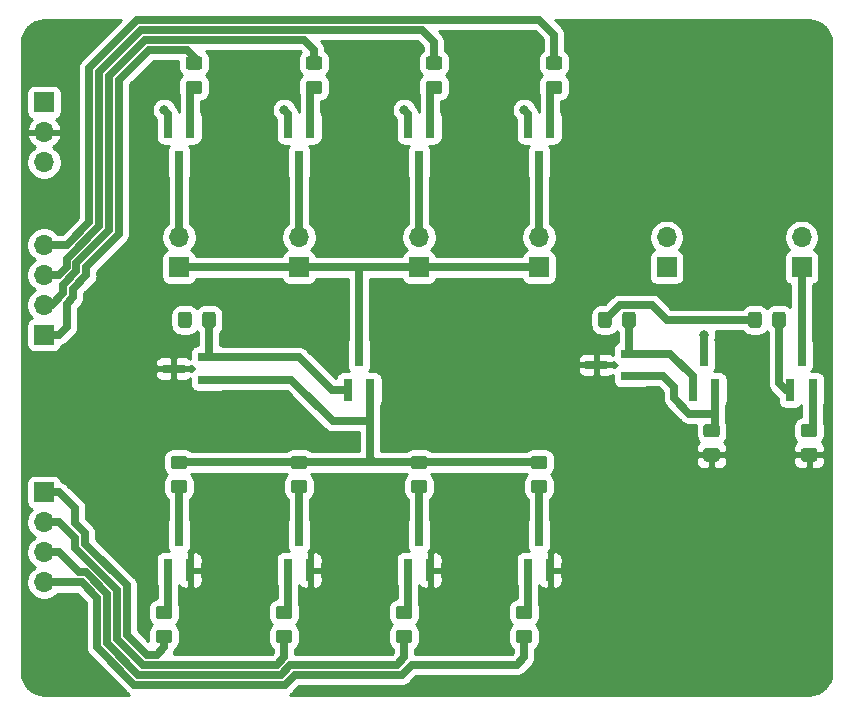
<source format=gbr>
%TF.GenerationSoftware,KiCad,Pcbnew,(5.1.6)-1*%
%TF.CreationDate,2021-04-07T17:42:23+02:00*%
%TF.ProjectId,constant_current,636f6e73-7461-46e7-945f-63757272656e,rev?*%
%TF.SameCoordinates,Original*%
%TF.FileFunction,Copper,L1,Top*%
%TF.FilePolarity,Positive*%
%FSLAX46Y46*%
G04 Gerber Fmt 4.6, Leading zero omitted, Abs format (unit mm)*
G04 Created by KiCad (PCBNEW (5.1.6)-1) date 2021-04-07 17:42:23*
%MOMM*%
%LPD*%
G01*
G04 APERTURE LIST*
%TA.AperFunction,ComponentPad*%
%ADD10R,1.700000X1.700000*%
%TD*%
%TA.AperFunction,ComponentPad*%
%ADD11O,1.700000X1.700000*%
%TD*%
%TA.AperFunction,SMDPad,CuDef*%
%ADD12R,0.800000X1.900000*%
%TD*%
%TA.AperFunction,SMDPad,CuDef*%
%ADD13R,1.900000X0.800000*%
%TD*%
%TA.AperFunction,ViaPad*%
%ADD14C,0.800000*%
%TD*%
%TA.AperFunction,Conductor*%
%ADD15C,0.635000*%
%TD*%
%TA.AperFunction,Conductor*%
%ADD16C,0.254000*%
%TD*%
G04 APERTURE END LIST*
D10*
%TO.P,J1,1*%
%TO.N,+5V*%
X38100000Y-30480000D03*
D11*
%TO.P,J1,2*%
%TO.N,GND*%
X38100000Y-33020000D03*
%TO.P,J1,3*%
%TO.N,pwm*%
X38100000Y-35560000D03*
%TD*%
%TO.P,LED,2*%
%TO.N,+5V*%
X90805000Y-41910000D03*
D10*
%TO.P,LED,1*%
%TO.N,Net-(J2-Pad1)*%
X90805000Y-44450000D03*
%TD*%
%TO.P,LED,1*%
%TO.N,Net-(J3-Pad1)*%
X102235000Y-44450000D03*
D11*
%TO.P,LED,2*%
%TO.N,+5V*%
X102235000Y-41910000D03*
%TD*%
D10*
%TO.P,J4,1*%
%TO.N,~A*%
X38100000Y-50165000D03*
D11*
%TO.P,J4,2*%
%TO.N,~B*%
X38100000Y-47625000D03*
%TO.P,J4,3*%
%TO.N,~C*%
X38100000Y-45085000D03*
%TO.P,J4,4*%
%TO.N,~D*%
X38100000Y-42545000D03*
%TD*%
%TO.P,J5,4*%
%TO.N,D*%
X38100000Y-71120000D03*
%TO.P,J5,3*%
%TO.N,C*%
X38100000Y-68580000D03*
%TO.P,J5,2*%
%TO.N,B*%
X38100000Y-66040000D03*
D10*
%TO.P,J5,1*%
%TO.N,A*%
X38100000Y-63500000D03*
%TD*%
D11*
%TO.P,LED A,2*%
%TO.N,Net-(J6-Pad2)*%
X49530000Y-41910000D03*
D10*
%TO.P,LED A,1*%
%TO.N,Net-(J6-Pad1)*%
X49530000Y-44450000D03*
%TD*%
%TO.P,LED B,1*%
%TO.N,Net-(J6-Pad1)*%
X59690000Y-44450000D03*
D11*
%TO.P,LED B,2*%
%TO.N,Net-(J7-Pad2)*%
X59690000Y-41910000D03*
%TD*%
%TO.P,LED C,2*%
%TO.N,Net-(J8-Pad2)*%
X69850000Y-41910000D03*
D10*
%TO.P,LED C,1*%
%TO.N,Net-(J6-Pad1)*%
X69850000Y-44450000D03*
%TD*%
%TO.P,LED D,1*%
%TO.N,Net-(J6-Pad1)*%
X80010000Y-44450000D03*
D11*
%TO.P,LED D,2*%
%TO.N,Net-(J9-Pad2)*%
X80010000Y-41910000D03*
%TD*%
D12*
%TO.P,Q1,1*%
%TO.N,Net-(Q1-Pad1)*%
X93030000Y-54840000D03*
%TO.P,Q1,2*%
%TO.N,Net-(Q1-Pad2)*%
X94930000Y-54840000D03*
%TO.P,Q1,3*%
%TO.N,Net-(J2-Pad1)*%
X93980000Y-51840000D03*
%TD*%
%TO.P,Q2,1*%
%TO.N,Net-(Q2-Pad1)*%
X101285000Y-54840000D03*
%TO.P,Q2,2*%
%TO.N,Net-(Q2-Pad2)*%
X103185000Y-54840000D03*
%TO.P,Q2,3*%
%TO.N,Net-(J3-Pad1)*%
X102235000Y-51840000D03*
%TD*%
%TO.P,Q3,1*%
%TO.N,Net-(Q3-Pad1)*%
X48580000Y-70080000D03*
%TO.P,Q3,2*%
%TO.N,GND*%
X50480000Y-70080000D03*
%TO.P,Q3,3*%
%TO.N,Net-(Q3-Pad3)*%
X49530000Y-67080000D03*
%TD*%
%TO.P,Q4,3*%
%TO.N,Net-(J6-Pad2)*%
X49530000Y-35560000D03*
%TO.P,Q4,2*%
%TO.N,+5V*%
X48580000Y-32560000D03*
%TO.P,Q4,1*%
%TO.N,Net-(Q4-Pad1)*%
X50480000Y-32560000D03*
%TD*%
%TO.P,Q5,1*%
%TO.N,Net-(Q5-Pad1)*%
X58740000Y-70080000D03*
%TO.P,Q5,2*%
%TO.N,GND*%
X60640000Y-70080000D03*
%TO.P,Q5,3*%
%TO.N,Net-(Q5-Pad3)*%
X59690000Y-67080000D03*
%TD*%
%TO.P,Q6,3*%
%TO.N,Net-(J7-Pad2)*%
X59690000Y-35560000D03*
%TO.P,Q6,2*%
%TO.N,+5V*%
X58740000Y-32560000D03*
%TO.P,Q6,1*%
%TO.N,Net-(Q6-Pad1)*%
X60640000Y-32560000D03*
%TD*%
%TO.P,Q7,1*%
%TO.N,Net-(Q7-Pad1)*%
X63820000Y-54840000D03*
%TO.P,Q7,2*%
%TO.N,Net-(Q7-Pad2)*%
X65720000Y-54840000D03*
%TO.P,Q7,3*%
%TO.N,Net-(J6-Pad1)*%
X64770000Y-51840000D03*
%TD*%
%TO.P,Q8,3*%
%TO.N,Net-(Q8-Pad3)*%
X69850000Y-67080000D03*
%TO.P,Q8,2*%
%TO.N,GND*%
X70800000Y-70080000D03*
%TO.P,Q8,1*%
%TO.N,Net-(Q8-Pad1)*%
X68900000Y-70080000D03*
%TD*%
%TO.P,Q9,1*%
%TO.N,Net-(Q9-Pad1)*%
X70800000Y-32560000D03*
%TO.P,Q9,2*%
%TO.N,+5V*%
X68900000Y-32560000D03*
%TO.P,Q9,3*%
%TO.N,Net-(J8-Pad2)*%
X69850000Y-35560000D03*
%TD*%
%TO.P,Q10,1*%
%TO.N,Net-(Q10-Pad1)*%
X79060000Y-70080000D03*
%TO.P,Q10,2*%
%TO.N,GND*%
X80960000Y-70080000D03*
%TO.P,Q10,3*%
%TO.N,Net-(Q10-Pad3)*%
X80010000Y-67080000D03*
%TD*%
%TO.P,Q11,3*%
%TO.N,Net-(J9-Pad2)*%
X80010000Y-35560000D03*
%TO.P,Q11,2*%
%TO.N,+5V*%
X79060000Y-32560000D03*
%TO.P,Q11,1*%
%TO.N,Net-(Q11-Pad1)*%
X80960000Y-32560000D03*
%TD*%
%TO.P,R1,2*%
%TO.N,Net-(Q1-Pad1)*%
%TA.AperFunction,SMDPad,CuDef*%
G36*
G01*
X87055000Y-49345001D02*
X87055000Y-48444999D01*
G75*
G02*
X87304999Y-48195000I249999J0D01*
G01*
X87955001Y-48195000D01*
G75*
G02*
X88205000Y-48444999I0J-249999D01*
G01*
X88205000Y-49345001D01*
G75*
G02*
X87955001Y-49595000I-249999J0D01*
G01*
X87304999Y-49595000D01*
G75*
G02*
X87055000Y-49345001I0J249999D01*
G01*
G37*
%TD.AperFunction*%
%TO.P,R1,1*%
%TO.N,pwm*%
%TA.AperFunction,SMDPad,CuDef*%
G36*
G01*
X85005000Y-49345001D02*
X85005000Y-48444999D01*
G75*
G02*
X85254999Y-48195000I249999J0D01*
G01*
X85905001Y-48195000D01*
G75*
G02*
X86155000Y-48444999I0J-249999D01*
G01*
X86155000Y-49345001D01*
G75*
G02*
X85905001Y-49595000I-249999J0D01*
G01*
X85254999Y-49595000D01*
G75*
G02*
X85005000Y-49345001I0J249999D01*
G01*
G37*
%TD.AperFunction*%
%TD*%
%TO.P,R2,1*%
%TO.N,pwm*%
%TA.AperFunction,SMDPad,CuDef*%
G36*
G01*
X97705000Y-49345001D02*
X97705000Y-48444999D01*
G75*
G02*
X97954999Y-48195000I249999J0D01*
G01*
X98605001Y-48195000D01*
G75*
G02*
X98855000Y-48444999I0J-249999D01*
G01*
X98855000Y-49345001D01*
G75*
G02*
X98605001Y-49595000I-249999J0D01*
G01*
X97954999Y-49595000D01*
G75*
G02*
X97705000Y-49345001I0J249999D01*
G01*
G37*
%TD.AperFunction*%
%TO.P,R2,2*%
%TO.N,Net-(Q2-Pad1)*%
%TA.AperFunction,SMDPad,CuDef*%
G36*
G01*
X99755000Y-49345001D02*
X99755000Y-48444999D01*
G75*
G02*
X100004999Y-48195000I249999J0D01*
G01*
X100655001Y-48195000D01*
G75*
G02*
X100905000Y-48444999I0J-249999D01*
G01*
X100905000Y-49345001D01*
G75*
G02*
X100655001Y-49595000I-249999J0D01*
G01*
X100004999Y-49595000D01*
G75*
G02*
X99755000Y-49345001I0J249999D01*
G01*
G37*
%TD.AperFunction*%
%TD*%
%TO.P,R3,1*%
%TO.N,Net-(Q1-Pad2)*%
%TA.AperFunction,SMDPad,CuDef*%
G36*
G01*
X94164999Y-57700000D02*
X95065001Y-57700000D01*
G75*
G02*
X95315000Y-57949999I0J-249999D01*
G01*
X95315000Y-58600001D01*
G75*
G02*
X95065001Y-58850000I-249999J0D01*
G01*
X94164999Y-58850000D01*
G75*
G02*
X93915000Y-58600001I0J249999D01*
G01*
X93915000Y-57949999D01*
G75*
G02*
X94164999Y-57700000I249999J0D01*
G01*
G37*
%TD.AperFunction*%
%TO.P,R3,2*%
%TO.N,GND*%
%TA.AperFunction,SMDPad,CuDef*%
G36*
G01*
X94164999Y-59750000D02*
X95065001Y-59750000D01*
G75*
G02*
X95315000Y-59999999I0J-249999D01*
G01*
X95315000Y-60650001D01*
G75*
G02*
X95065001Y-60900000I-249999J0D01*
G01*
X94164999Y-60900000D01*
G75*
G02*
X93915000Y-60650001I0J249999D01*
G01*
X93915000Y-59999999D01*
G75*
G02*
X94164999Y-59750000I249999J0D01*
G01*
G37*
%TD.AperFunction*%
%TD*%
%TO.P,R4,2*%
%TO.N,GND*%
%TA.AperFunction,SMDPad,CuDef*%
G36*
G01*
X102419999Y-59750000D02*
X103320001Y-59750000D01*
G75*
G02*
X103570000Y-59999999I0J-249999D01*
G01*
X103570000Y-60650001D01*
G75*
G02*
X103320001Y-60900000I-249999J0D01*
G01*
X102419999Y-60900000D01*
G75*
G02*
X102170000Y-60650001I0J249999D01*
G01*
X102170000Y-59999999D01*
G75*
G02*
X102419999Y-59750000I249999J0D01*
G01*
G37*
%TD.AperFunction*%
%TO.P,R4,1*%
%TO.N,Net-(Q2-Pad2)*%
%TA.AperFunction,SMDPad,CuDef*%
G36*
G01*
X102419999Y-57700000D02*
X103320001Y-57700000D01*
G75*
G02*
X103570000Y-57949999I0J-249999D01*
G01*
X103570000Y-58600001D01*
G75*
G02*
X103320001Y-58850000I-249999J0D01*
G01*
X102419999Y-58850000D01*
G75*
G02*
X102170000Y-58600001I0J249999D01*
G01*
X102170000Y-57949999D01*
G75*
G02*
X102419999Y-57700000I249999J0D01*
G01*
G37*
%TD.AperFunction*%
%TD*%
%TO.P,R5,1*%
%TO.N,pwm*%
%TA.AperFunction,SMDPad,CuDef*%
G36*
G01*
X49445000Y-49345001D02*
X49445000Y-48444999D01*
G75*
G02*
X49694999Y-48195000I249999J0D01*
G01*
X50345001Y-48195000D01*
G75*
G02*
X50595000Y-48444999I0J-249999D01*
G01*
X50595000Y-49345001D01*
G75*
G02*
X50345001Y-49595000I-249999J0D01*
G01*
X49694999Y-49595000D01*
G75*
G02*
X49445000Y-49345001I0J249999D01*
G01*
G37*
%TD.AperFunction*%
%TO.P,R5,2*%
%TO.N,Net-(Q7-Pad1)*%
%TA.AperFunction,SMDPad,CuDef*%
G36*
G01*
X51495000Y-49345001D02*
X51495000Y-48444999D01*
G75*
G02*
X51744999Y-48195000I249999J0D01*
G01*
X52395001Y-48195000D01*
G75*
G02*
X52645000Y-48444999I0J-249999D01*
G01*
X52645000Y-49345001D01*
G75*
G02*
X52395001Y-49595000I-249999J0D01*
G01*
X51744999Y-49595000D01*
G75*
G02*
X51495000Y-49345001I0J249999D01*
G01*
G37*
%TD.AperFunction*%
%TD*%
%TO.P,R6,2*%
%TO.N,A*%
%TA.AperFunction,SMDPad,CuDef*%
G36*
G01*
X47809999Y-75135000D02*
X48710001Y-75135000D01*
G75*
G02*
X48960000Y-75384999I0J-249999D01*
G01*
X48960000Y-76035001D01*
G75*
G02*
X48710001Y-76285000I-249999J0D01*
G01*
X47809999Y-76285000D01*
G75*
G02*
X47560000Y-76035001I0J249999D01*
G01*
X47560000Y-75384999D01*
G75*
G02*
X47809999Y-75135000I249999J0D01*
G01*
G37*
%TD.AperFunction*%
%TO.P,R6,1*%
%TO.N,Net-(Q3-Pad1)*%
%TA.AperFunction,SMDPad,CuDef*%
G36*
G01*
X47809999Y-73085000D02*
X48710001Y-73085000D01*
G75*
G02*
X48960000Y-73334999I0J-249999D01*
G01*
X48960000Y-73985001D01*
G75*
G02*
X48710001Y-74235000I-249999J0D01*
G01*
X47809999Y-74235000D01*
G75*
G02*
X47560000Y-73985001I0J249999D01*
G01*
X47560000Y-73334999D01*
G75*
G02*
X47809999Y-73085000I249999J0D01*
G01*
G37*
%TD.AperFunction*%
%TD*%
%TO.P,R7,1*%
%TO.N,Net-(Q7-Pad2)*%
%TA.AperFunction,SMDPad,CuDef*%
G36*
G01*
X49079999Y-60385000D02*
X49980001Y-60385000D01*
G75*
G02*
X50230000Y-60634999I0J-249999D01*
G01*
X50230000Y-61285001D01*
G75*
G02*
X49980001Y-61535000I-249999J0D01*
G01*
X49079999Y-61535000D01*
G75*
G02*
X48830000Y-61285001I0J249999D01*
G01*
X48830000Y-60634999D01*
G75*
G02*
X49079999Y-60385000I249999J0D01*
G01*
G37*
%TD.AperFunction*%
%TO.P,R7,2*%
%TO.N,Net-(Q3-Pad3)*%
%TA.AperFunction,SMDPad,CuDef*%
G36*
G01*
X49079999Y-62435000D02*
X49980001Y-62435000D01*
G75*
G02*
X50230000Y-62684999I0J-249999D01*
G01*
X50230000Y-63335001D01*
G75*
G02*
X49980001Y-63585000I-249999J0D01*
G01*
X49079999Y-63585000D01*
G75*
G02*
X48830000Y-63335001I0J249999D01*
G01*
X48830000Y-62684999D01*
G75*
G02*
X49079999Y-62435000I249999J0D01*
G01*
G37*
%TD.AperFunction*%
%TD*%
%TO.P,R8,1*%
%TO.N,Net-(Q4-Pad1)*%
%TA.AperFunction,SMDPad,CuDef*%
G36*
G01*
X51250001Y-29785000D02*
X50349999Y-29785000D01*
G75*
G02*
X50100000Y-29535001I0J249999D01*
G01*
X50100000Y-28884999D01*
G75*
G02*
X50349999Y-28635000I249999J0D01*
G01*
X51250001Y-28635000D01*
G75*
G02*
X51500000Y-28884999I0J-249999D01*
G01*
X51500000Y-29535001D01*
G75*
G02*
X51250001Y-29785000I-249999J0D01*
G01*
G37*
%TD.AperFunction*%
%TO.P,R8,2*%
%TO.N,~A*%
%TA.AperFunction,SMDPad,CuDef*%
G36*
G01*
X51250001Y-27735000D02*
X50349999Y-27735000D01*
G75*
G02*
X50100000Y-27485001I0J249999D01*
G01*
X50100000Y-26834999D01*
G75*
G02*
X50349999Y-26585000I249999J0D01*
G01*
X51250001Y-26585000D01*
G75*
G02*
X51500000Y-26834999I0J-249999D01*
G01*
X51500000Y-27485001D01*
G75*
G02*
X51250001Y-27735000I-249999J0D01*
G01*
G37*
%TD.AperFunction*%
%TD*%
%TO.P,R9,2*%
%TO.N,B*%
%TA.AperFunction,SMDPad,CuDef*%
G36*
G01*
X57969999Y-75135000D02*
X58870001Y-75135000D01*
G75*
G02*
X59120000Y-75384999I0J-249999D01*
G01*
X59120000Y-76035001D01*
G75*
G02*
X58870001Y-76285000I-249999J0D01*
G01*
X57969999Y-76285000D01*
G75*
G02*
X57720000Y-76035001I0J249999D01*
G01*
X57720000Y-75384999D01*
G75*
G02*
X57969999Y-75135000I249999J0D01*
G01*
G37*
%TD.AperFunction*%
%TO.P,R9,1*%
%TO.N,Net-(Q5-Pad1)*%
%TA.AperFunction,SMDPad,CuDef*%
G36*
G01*
X57969999Y-73085000D02*
X58870001Y-73085000D01*
G75*
G02*
X59120000Y-73334999I0J-249999D01*
G01*
X59120000Y-73985001D01*
G75*
G02*
X58870001Y-74235000I-249999J0D01*
G01*
X57969999Y-74235000D01*
G75*
G02*
X57720000Y-73985001I0J249999D01*
G01*
X57720000Y-73334999D01*
G75*
G02*
X57969999Y-73085000I249999J0D01*
G01*
G37*
%TD.AperFunction*%
%TD*%
%TO.P,R10,1*%
%TO.N,Net-(Q7-Pad2)*%
%TA.AperFunction,SMDPad,CuDef*%
G36*
G01*
X59239999Y-60385000D02*
X60140001Y-60385000D01*
G75*
G02*
X60390000Y-60634999I0J-249999D01*
G01*
X60390000Y-61285001D01*
G75*
G02*
X60140001Y-61535000I-249999J0D01*
G01*
X59239999Y-61535000D01*
G75*
G02*
X58990000Y-61285001I0J249999D01*
G01*
X58990000Y-60634999D01*
G75*
G02*
X59239999Y-60385000I249999J0D01*
G01*
G37*
%TD.AperFunction*%
%TO.P,R10,2*%
%TO.N,Net-(Q5-Pad3)*%
%TA.AperFunction,SMDPad,CuDef*%
G36*
G01*
X59239999Y-62435000D02*
X60140001Y-62435000D01*
G75*
G02*
X60390000Y-62684999I0J-249999D01*
G01*
X60390000Y-63335001D01*
G75*
G02*
X60140001Y-63585000I-249999J0D01*
G01*
X59239999Y-63585000D01*
G75*
G02*
X58990000Y-63335001I0J249999D01*
G01*
X58990000Y-62684999D01*
G75*
G02*
X59239999Y-62435000I249999J0D01*
G01*
G37*
%TD.AperFunction*%
%TD*%
%TO.P,R11,2*%
%TO.N,~B*%
%TA.AperFunction,SMDPad,CuDef*%
G36*
G01*
X61410001Y-27735000D02*
X60509999Y-27735000D01*
G75*
G02*
X60260000Y-27485001I0J249999D01*
G01*
X60260000Y-26834999D01*
G75*
G02*
X60509999Y-26585000I249999J0D01*
G01*
X61410001Y-26585000D01*
G75*
G02*
X61660000Y-26834999I0J-249999D01*
G01*
X61660000Y-27485001D01*
G75*
G02*
X61410001Y-27735000I-249999J0D01*
G01*
G37*
%TD.AperFunction*%
%TO.P,R11,1*%
%TO.N,Net-(Q6-Pad1)*%
%TA.AperFunction,SMDPad,CuDef*%
G36*
G01*
X61410001Y-29785000D02*
X60509999Y-29785000D01*
G75*
G02*
X60260000Y-29535001I0J249999D01*
G01*
X60260000Y-28884999D01*
G75*
G02*
X60509999Y-28635000I249999J0D01*
G01*
X61410001Y-28635000D01*
G75*
G02*
X61660000Y-28884999I0J-249999D01*
G01*
X61660000Y-29535001D01*
G75*
G02*
X61410001Y-29785000I-249999J0D01*
G01*
G37*
%TD.AperFunction*%
%TD*%
%TO.P,R12,1*%
%TO.N,Net-(Q8-Pad1)*%
%TA.AperFunction,SMDPad,CuDef*%
G36*
G01*
X68129999Y-73085000D02*
X69030001Y-73085000D01*
G75*
G02*
X69280000Y-73334999I0J-249999D01*
G01*
X69280000Y-73985001D01*
G75*
G02*
X69030001Y-74235000I-249999J0D01*
G01*
X68129999Y-74235000D01*
G75*
G02*
X67880000Y-73985001I0J249999D01*
G01*
X67880000Y-73334999D01*
G75*
G02*
X68129999Y-73085000I249999J0D01*
G01*
G37*
%TD.AperFunction*%
%TO.P,R12,2*%
%TO.N,C*%
%TA.AperFunction,SMDPad,CuDef*%
G36*
G01*
X68129999Y-75135000D02*
X69030001Y-75135000D01*
G75*
G02*
X69280000Y-75384999I0J-249999D01*
G01*
X69280000Y-76035001D01*
G75*
G02*
X69030001Y-76285000I-249999J0D01*
G01*
X68129999Y-76285000D01*
G75*
G02*
X67880000Y-76035001I0J249999D01*
G01*
X67880000Y-75384999D01*
G75*
G02*
X68129999Y-75135000I249999J0D01*
G01*
G37*
%TD.AperFunction*%
%TD*%
%TO.P,R13,2*%
%TO.N,Net-(Q8-Pad3)*%
%TA.AperFunction,SMDPad,CuDef*%
G36*
G01*
X69399999Y-62435000D02*
X70300001Y-62435000D01*
G75*
G02*
X70550000Y-62684999I0J-249999D01*
G01*
X70550000Y-63335001D01*
G75*
G02*
X70300001Y-63585000I-249999J0D01*
G01*
X69399999Y-63585000D01*
G75*
G02*
X69150000Y-63335001I0J249999D01*
G01*
X69150000Y-62684999D01*
G75*
G02*
X69399999Y-62435000I249999J0D01*
G01*
G37*
%TD.AperFunction*%
%TO.P,R13,1*%
%TO.N,Net-(Q7-Pad2)*%
%TA.AperFunction,SMDPad,CuDef*%
G36*
G01*
X69399999Y-60385000D02*
X70300001Y-60385000D01*
G75*
G02*
X70550000Y-60634999I0J-249999D01*
G01*
X70550000Y-61285001D01*
G75*
G02*
X70300001Y-61535000I-249999J0D01*
G01*
X69399999Y-61535000D01*
G75*
G02*
X69150000Y-61285001I0J249999D01*
G01*
X69150000Y-60634999D01*
G75*
G02*
X69399999Y-60385000I249999J0D01*
G01*
G37*
%TD.AperFunction*%
%TD*%
%TO.P,R14,1*%
%TO.N,Net-(Q9-Pad1)*%
%TA.AperFunction,SMDPad,CuDef*%
G36*
G01*
X71570001Y-29785000D02*
X70669999Y-29785000D01*
G75*
G02*
X70420000Y-29535001I0J249999D01*
G01*
X70420000Y-28884999D01*
G75*
G02*
X70669999Y-28635000I249999J0D01*
G01*
X71570001Y-28635000D01*
G75*
G02*
X71820000Y-28884999I0J-249999D01*
G01*
X71820000Y-29535001D01*
G75*
G02*
X71570001Y-29785000I-249999J0D01*
G01*
G37*
%TD.AperFunction*%
%TO.P,R14,2*%
%TO.N,~C*%
%TA.AperFunction,SMDPad,CuDef*%
G36*
G01*
X71570001Y-27735000D02*
X70669999Y-27735000D01*
G75*
G02*
X70420000Y-27485001I0J249999D01*
G01*
X70420000Y-26834999D01*
G75*
G02*
X70669999Y-26585000I249999J0D01*
G01*
X71570001Y-26585000D01*
G75*
G02*
X71820000Y-26834999I0J-249999D01*
G01*
X71820000Y-27485001D01*
G75*
G02*
X71570001Y-27735000I-249999J0D01*
G01*
G37*
%TD.AperFunction*%
%TD*%
%TO.P,R15,2*%
%TO.N,D*%
%TA.AperFunction,SMDPad,CuDef*%
G36*
G01*
X78289999Y-75135000D02*
X79190001Y-75135000D01*
G75*
G02*
X79440000Y-75384999I0J-249999D01*
G01*
X79440000Y-76035001D01*
G75*
G02*
X79190001Y-76285000I-249999J0D01*
G01*
X78289999Y-76285000D01*
G75*
G02*
X78040000Y-76035001I0J249999D01*
G01*
X78040000Y-75384999D01*
G75*
G02*
X78289999Y-75135000I249999J0D01*
G01*
G37*
%TD.AperFunction*%
%TO.P,R15,1*%
%TO.N,Net-(Q10-Pad1)*%
%TA.AperFunction,SMDPad,CuDef*%
G36*
G01*
X78289999Y-73085000D02*
X79190001Y-73085000D01*
G75*
G02*
X79440000Y-73334999I0J-249999D01*
G01*
X79440000Y-73985001D01*
G75*
G02*
X79190001Y-74235000I-249999J0D01*
G01*
X78289999Y-74235000D01*
G75*
G02*
X78040000Y-73985001I0J249999D01*
G01*
X78040000Y-73334999D01*
G75*
G02*
X78289999Y-73085000I249999J0D01*
G01*
G37*
%TD.AperFunction*%
%TD*%
%TO.P,R16,1*%
%TO.N,Net-(Q7-Pad2)*%
%TA.AperFunction,SMDPad,CuDef*%
G36*
G01*
X79559999Y-60385000D02*
X80460001Y-60385000D01*
G75*
G02*
X80710000Y-60634999I0J-249999D01*
G01*
X80710000Y-61285001D01*
G75*
G02*
X80460001Y-61535000I-249999J0D01*
G01*
X79559999Y-61535000D01*
G75*
G02*
X79310000Y-61285001I0J249999D01*
G01*
X79310000Y-60634999D01*
G75*
G02*
X79559999Y-60385000I249999J0D01*
G01*
G37*
%TD.AperFunction*%
%TO.P,R16,2*%
%TO.N,Net-(Q10-Pad3)*%
%TA.AperFunction,SMDPad,CuDef*%
G36*
G01*
X79559999Y-62435000D02*
X80460001Y-62435000D01*
G75*
G02*
X80710000Y-62684999I0J-249999D01*
G01*
X80710000Y-63335001D01*
G75*
G02*
X80460001Y-63585000I-249999J0D01*
G01*
X79559999Y-63585000D01*
G75*
G02*
X79310000Y-63335001I0J249999D01*
G01*
X79310000Y-62684999D01*
G75*
G02*
X79559999Y-62435000I249999J0D01*
G01*
G37*
%TD.AperFunction*%
%TD*%
%TO.P,R17,2*%
%TO.N,~D*%
%TA.AperFunction,SMDPad,CuDef*%
G36*
G01*
X81730001Y-27735000D02*
X80829999Y-27735000D01*
G75*
G02*
X80580000Y-27485001I0J249999D01*
G01*
X80580000Y-26834999D01*
G75*
G02*
X80829999Y-26585000I249999J0D01*
G01*
X81730001Y-26585000D01*
G75*
G02*
X81980000Y-26834999I0J-249999D01*
G01*
X81980000Y-27485001D01*
G75*
G02*
X81730001Y-27735000I-249999J0D01*
G01*
G37*
%TD.AperFunction*%
%TO.P,R17,1*%
%TO.N,Net-(Q11-Pad1)*%
%TA.AperFunction,SMDPad,CuDef*%
G36*
G01*
X81730001Y-29785000D02*
X80829999Y-29785000D01*
G75*
G02*
X80580000Y-29535001I0J249999D01*
G01*
X80580000Y-28884999D01*
G75*
G02*
X80829999Y-28635000I249999J0D01*
G01*
X81730001Y-28635000D01*
G75*
G02*
X81980000Y-28884999I0J-249999D01*
G01*
X81980000Y-29535001D01*
G75*
G02*
X81730001Y-29785000I-249999J0D01*
G01*
G37*
%TD.AperFunction*%
%TD*%
D13*
%TO.P,U1,3*%
%TO.N,GND*%
X84860000Y-52705000D03*
%TO.P,U1,2*%
%TO.N,Net-(Q1-Pad1)*%
X87860000Y-51755000D03*
%TO.P,U1,1*%
%TO.N,Net-(Q1-Pad2)*%
X87860000Y-53655000D03*
%TD*%
%TO.P,U2,3*%
%TO.N,GND*%
X49070000Y-53020000D03*
%TO.P,U2,2*%
%TO.N,Net-(Q7-Pad1)*%
X52070000Y-52070000D03*
%TO.P,U2,1*%
%TO.N,Net-(Q7-Pad2)*%
X52070000Y-53970000D03*
%TD*%
D14*
%TO.N,GND*%
X104140000Y-25400000D03*
X104140000Y-48260000D03*
X104140000Y-63500000D03*
X104140000Y-66040000D03*
X104140000Y-68580000D03*
X104140000Y-71120000D03*
X104140000Y-73660000D03*
X104140000Y-76200000D03*
X104140000Y-78740000D03*
%TO.N,+5V*%
X48260000Y-31115000D03*
X58420000Y-31115000D03*
X68580000Y-31115000D03*
X78740000Y-31115000D03*
%TO.N,GND*%
X38100000Y-53340000D03*
X38100000Y-55880000D03*
X38100000Y-58420000D03*
X38100000Y-60960000D03*
X40640000Y-60960000D03*
X43180000Y-60960000D03*
X45720000Y-60960000D03*
X45720000Y-58420000D03*
X43180000Y-58420000D03*
X40640000Y-58420000D03*
X40640000Y-55880000D03*
X40640000Y-53340000D03*
X43180000Y-53340000D03*
X43180000Y-55880000D03*
X45720000Y-55880000D03*
X45720000Y-53340000D03*
X48260000Y-55880000D03*
X48260000Y-58420000D03*
X50800000Y-58420000D03*
X50800000Y-55880000D03*
X53340000Y-55880000D03*
X53340000Y-58420000D03*
X55880000Y-58420000D03*
X55880000Y-55880000D03*
X58420000Y-55880000D03*
X58420000Y-58420000D03*
X60960000Y-58420000D03*
X45720000Y-50800000D03*
X43180000Y-50800000D03*
X40640000Y-50800000D03*
X43180000Y-48260000D03*
X45720000Y-48260000D03*
X43180000Y-45720000D03*
X68580000Y-58420000D03*
X68580000Y-55880000D03*
X68580000Y-53340000D03*
X68580000Y-50800000D03*
X68580000Y-48260000D03*
X71120000Y-48260000D03*
X73660000Y-48260000D03*
X76200000Y-48260000D03*
X78740000Y-48260000D03*
X81280000Y-48260000D03*
X81280000Y-50800000D03*
X81280000Y-53340000D03*
X81280000Y-55880000D03*
X81280000Y-58420000D03*
X78740000Y-58420000D03*
X76200000Y-58420000D03*
X73660000Y-58420000D03*
X71120000Y-58420000D03*
X71120000Y-55880000D03*
X73660000Y-55880000D03*
X76200000Y-55880000D03*
X78740000Y-55880000D03*
X78740000Y-53340000D03*
X76200000Y-53340000D03*
X73660000Y-53340000D03*
X71120000Y-53340000D03*
X71120000Y-50800000D03*
X73660000Y-50800000D03*
X76200000Y-50800000D03*
X78740000Y-50800000D03*
X66040000Y-48260000D03*
X63500000Y-48260000D03*
X60960000Y-48260000D03*
X58420000Y-48260000D03*
X55880000Y-48260000D03*
X55880000Y-50800000D03*
X58420000Y-50800000D03*
X60960000Y-50800000D03*
X63500000Y-50800000D03*
X83820000Y-55880000D03*
X86360000Y-55880000D03*
X88900000Y-55880000D03*
X91440000Y-58420000D03*
X88900000Y-58420000D03*
X86360000Y-58420000D03*
X83820000Y-58420000D03*
X83820000Y-60960000D03*
X86360000Y-60960000D03*
X88900000Y-60960000D03*
X91440000Y-60960000D03*
X96520000Y-60960000D03*
X96520000Y-58420000D03*
X99060000Y-58420000D03*
X99060000Y-60960000D03*
X101600000Y-63500000D03*
X101600000Y-68580000D03*
X101600000Y-66040000D03*
X101600000Y-71120000D03*
X101600000Y-73660000D03*
X101600000Y-76200000D03*
X96520000Y-76200000D03*
X101600000Y-78740000D03*
X99060000Y-78740000D03*
X96520000Y-78740000D03*
X91440000Y-78740000D03*
X93980000Y-78740000D03*
X88900000Y-78740000D03*
X83820000Y-78740000D03*
X86360000Y-78740000D03*
X81280000Y-78740000D03*
X81280000Y-76200000D03*
X83820000Y-76200000D03*
X81280000Y-73660000D03*
X83820000Y-73660000D03*
X83820000Y-71120000D03*
X83820000Y-68580000D03*
X83820000Y-66040000D03*
X83820000Y-63500000D03*
X86360000Y-63500000D03*
X86360000Y-66040000D03*
X86360000Y-68580000D03*
X86360000Y-71120000D03*
X86360000Y-73660000D03*
X86360000Y-76200000D03*
X88900000Y-76200000D03*
X88900000Y-73660000D03*
X88900000Y-71120000D03*
X88900000Y-68580000D03*
X88900000Y-66040000D03*
X88900000Y-63500000D03*
X91440000Y-63500000D03*
X91440000Y-66040000D03*
X91440000Y-68580000D03*
X91440000Y-71120000D03*
X91440000Y-73660000D03*
X91440000Y-76200000D03*
X93980000Y-76200000D03*
X93980000Y-73660000D03*
X96520000Y-73660000D03*
X99060000Y-73660000D03*
X99060000Y-76200000D03*
X99060000Y-71120000D03*
X96520000Y-71120000D03*
X93980000Y-71120000D03*
X93980000Y-68580000D03*
X96520000Y-68580000D03*
X99060000Y-68580000D03*
X99060000Y-66040000D03*
X96520000Y-66040000D03*
X93980000Y-66040000D03*
X93980000Y-63500000D03*
X96520000Y-63500000D03*
X99060000Y-63500000D03*
X99060000Y-55880000D03*
X96520000Y-55880000D03*
X96520000Y-53340000D03*
X96520000Y-50800000D03*
X99060000Y-45720000D03*
X96520000Y-45720000D03*
X86360000Y-45720000D03*
X83820000Y-45720000D03*
X83820000Y-43180000D03*
X86360000Y-43180000D03*
X86360000Y-40640000D03*
X83820000Y-40640000D03*
X83820000Y-38100000D03*
X86360000Y-38100000D03*
X86360000Y-35560000D03*
X83820000Y-35560000D03*
X83820000Y-33020000D03*
X86360000Y-33020000D03*
X76200000Y-33020000D03*
X73660000Y-33020000D03*
X73660000Y-35560000D03*
X73660000Y-38100000D03*
X73660000Y-40640000D03*
X73660000Y-43180000D03*
X76200000Y-43180000D03*
X76200000Y-40640000D03*
X76200000Y-38100000D03*
X76200000Y-35560000D03*
X66040000Y-33020000D03*
X63500000Y-33020000D03*
X63500000Y-35560000D03*
X63500000Y-38100000D03*
X63500000Y-40640000D03*
X63500000Y-43180000D03*
X66040000Y-43180000D03*
X66040000Y-40640000D03*
X66040000Y-38100000D03*
X66040000Y-35560000D03*
X55880000Y-33020000D03*
X53340000Y-33020000D03*
X53340000Y-35560000D03*
X55880000Y-35560000D03*
X55880000Y-38100000D03*
X53340000Y-38100000D03*
X53340000Y-40640000D03*
X55880000Y-40640000D03*
X55880000Y-43180000D03*
X53340000Y-43180000D03*
X45720000Y-33020000D03*
X45720000Y-35560000D03*
X40640000Y-33020000D03*
X38100000Y-25400000D03*
X40640000Y-25400000D03*
X83820000Y-25400000D03*
X78740000Y-25400000D03*
X76200000Y-25400000D03*
X73660000Y-25400000D03*
X86360000Y-25400000D03*
X88900000Y-25400000D03*
X91440000Y-25400000D03*
X93980000Y-25400000D03*
X96520000Y-25400000D03*
X99060000Y-25400000D03*
X101600000Y-25400000D03*
X76200000Y-63500000D03*
X76200000Y-66040000D03*
X76200000Y-68580000D03*
X76200000Y-71120000D03*
X76200000Y-73660000D03*
X76200000Y-76200000D03*
X73660000Y-76200000D03*
X73660000Y-73660000D03*
X71120000Y-73660000D03*
X71120000Y-76200000D03*
X73660000Y-71120000D03*
X73660000Y-68580000D03*
X73660000Y-66040000D03*
X73660000Y-63500000D03*
X66040000Y-63500000D03*
X66040000Y-66040000D03*
X66040000Y-68580000D03*
X66040000Y-71120000D03*
X66040000Y-73660000D03*
X66040000Y-76200000D03*
X63500000Y-76200000D03*
X60960000Y-76200000D03*
X60960000Y-73660000D03*
X63500000Y-73660000D03*
X63500000Y-71120000D03*
X63500000Y-68580000D03*
X63500000Y-66040000D03*
X63500000Y-63500000D03*
X55880000Y-63500000D03*
X55880000Y-66040000D03*
X55880000Y-68580000D03*
X55880000Y-71120000D03*
X55880000Y-73660000D03*
X55880000Y-76200000D03*
X53340000Y-76200000D03*
X50800000Y-76200000D03*
X50800000Y-73660000D03*
X53340000Y-73660000D03*
X53340000Y-71120000D03*
X53340000Y-68580000D03*
X53340000Y-66040000D03*
X53340000Y-63500000D03*
X45720000Y-63500000D03*
X45720000Y-66040000D03*
X45720000Y-68580000D03*
X43180000Y-66040000D03*
X43180000Y-63500000D03*
X38100000Y-76200000D03*
X38100000Y-78740000D03*
X40640000Y-78740000D03*
X40640000Y-76200000D03*
X40640000Y-73660000D03*
X38100000Y-73660000D03*
%TO.N,pwm*%
X85580000Y-48895000D03*
X50020000Y-48895000D03*
%TO.N,Net-(J2-Pad1)*%
X93980000Y-50165000D03*
%TD*%
D15*
%TO.N,+5V*%
X48580000Y-32560000D02*
X48580000Y-31435000D01*
X48580000Y-31435000D02*
X48260000Y-31115000D01*
X58740000Y-32560000D02*
X58740000Y-31435000D01*
X58740000Y-31435000D02*
X58420000Y-31115000D01*
X68900000Y-32560000D02*
X68900000Y-31435000D01*
X68900000Y-31435000D02*
X68580000Y-31115000D01*
X79060000Y-32560000D02*
X79060000Y-31435000D01*
X79060000Y-31435000D02*
X78740000Y-31115000D01*
%TO.N,pwm*%
X98280000Y-48895000D02*
X90805000Y-48895000D01*
X90805000Y-48895000D02*
X89535000Y-47625000D01*
X86850000Y-47625000D02*
X85580000Y-48895000D01*
X89535000Y-47625000D02*
X86850000Y-47625000D01*
%TO.N,Net-(J2-Pad1)*%
X93980000Y-51840000D02*
X93980000Y-50165000D01*
%TO.N,Net-(J3-Pad1)*%
X102235000Y-51840000D02*
X102235000Y-44450000D01*
%TO.N,~A*%
X50800000Y-27160000D02*
X50800000Y-26670000D01*
X50800000Y-26670000D02*
X50165000Y-26035000D01*
X50165000Y-26035000D02*
X46990000Y-26035000D01*
X46990000Y-26035000D02*
X44450000Y-28575000D01*
X44450000Y-40005000D02*
X44449998Y-41642648D01*
X44450000Y-28575000D02*
X44450000Y-40005000D01*
X41675019Y-44417627D02*
X41675018Y-45141746D01*
X44449998Y-41642648D02*
X41675019Y-44417627D01*
X40550883Y-46265881D02*
X40550882Y-46990000D01*
X41675018Y-45141746D02*
X40550883Y-46265881D01*
X40550882Y-46990000D02*
X40005000Y-47535882D01*
X40005000Y-49530000D02*
X39370000Y-50165000D01*
X40005000Y-47535882D02*
X40005000Y-49530000D01*
X39370000Y-50165000D02*
X38100000Y-50165000D01*
%TO.N,~B*%
X39715873Y-46644127D02*
X38735000Y-47625000D01*
X39715873Y-45920009D02*
X39715873Y-46644127D01*
X40840009Y-44795873D02*
X39715873Y-45920009D01*
X43614989Y-41296775D02*
X40840010Y-44071754D01*
X60960000Y-27160000D02*
X60960000Y-26035000D01*
X38735000Y-47625000D02*
X38100000Y-47625000D01*
X40840010Y-44071754D02*
X40840009Y-44795873D01*
X60960000Y-26035000D02*
X60124990Y-25199990D01*
X46644127Y-25199991D02*
X43614990Y-28229128D01*
X60124990Y-25199990D02*
X46644127Y-25199991D01*
X43614990Y-28229128D02*
X43614989Y-41296775D01*
%TO.N,~C*%
X39370000Y-45085000D02*
X38100000Y-45085000D01*
X40005000Y-44450000D02*
X39370000Y-45085000D01*
X42779980Y-40950902D02*
X40005000Y-43725882D01*
X70084982Y-24364982D02*
X46298254Y-24364982D01*
X71120000Y-27160000D02*
X71120000Y-25400000D01*
X40005000Y-43725882D02*
X40005000Y-44450000D01*
X71120000Y-25400000D02*
X70084982Y-24364982D01*
X46298254Y-24364982D02*
X42779980Y-27883256D01*
X42779980Y-27883256D02*
X42779980Y-40950902D01*
%TO.N,~D*%
X40005000Y-42545000D02*
X38100000Y-42545000D01*
X41910000Y-40640000D02*
X40005000Y-42545000D01*
X81280000Y-24765000D02*
X80044972Y-23529972D01*
X81280000Y-27160000D02*
X81280000Y-24765000D01*
X80044972Y-23529972D02*
X45952381Y-23529973D01*
X41910000Y-27572354D02*
X41910000Y-40640000D01*
X45952381Y-23529973D02*
X41910000Y-27572354D01*
%TO.N,D*%
X42579970Y-76602616D02*
X42579970Y-72424970D01*
X41275000Y-71120000D02*
X39370000Y-71120000D01*
X58476743Y-79775019D02*
X45752372Y-79775018D01*
X59311754Y-78940010D02*
X58476743Y-79775019D01*
X42579970Y-72424970D02*
X41275000Y-71120000D01*
X78740000Y-77470000D02*
X78105000Y-78105000D01*
X45752372Y-79775018D02*
X42579970Y-76602616D01*
X78105000Y-78105000D02*
X69215000Y-78105000D01*
X78740000Y-75710000D02*
X78740000Y-77470000D01*
X68379990Y-78940010D02*
X59311754Y-78940010D01*
X69215000Y-78105000D02*
X68379990Y-78940010D01*
X39370000Y-71120000D02*
X38100000Y-71120000D01*
%TO.N,C*%
X39370000Y-68580000D02*
X38100000Y-68580000D01*
X41074991Y-70284991D02*
X39370000Y-68580000D01*
X43414979Y-72079097D02*
X41620873Y-70284991D01*
X41620873Y-70284991D02*
X41074991Y-70284991D01*
X46098245Y-78940009D02*
X43414980Y-76256744D01*
X43414980Y-76256744D02*
X43414979Y-72079097D01*
X68580000Y-77470000D02*
X67945000Y-78105000D01*
X58965882Y-78105000D02*
X58130872Y-78940010D01*
X67945000Y-78105000D02*
X58965882Y-78105000D01*
X68580000Y-75710000D02*
X68580000Y-77470000D01*
X58130872Y-78940010D02*
X46098245Y-78940009D01*
%TO.N,B*%
X40737501Y-68220737D02*
X40737501Y-67407501D01*
X44249990Y-71733226D02*
X40737501Y-68220737D01*
X40737501Y-67407501D02*
X39370000Y-66040000D01*
X58420000Y-75710000D02*
X58420000Y-77470000D01*
X58420000Y-77470000D02*
X57785000Y-78105000D01*
X44249990Y-75910872D02*
X44249990Y-71733226D01*
X57785000Y-78105000D02*
X46444118Y-78105000D01*
X46444118Y-78105000D02*
X44249990Y-75910872D01*
X39370000Y-66040000D02*
X38100000Y-66040000D01*
%TO.N,A*%
X41572511Y-66972511D02*
X40737501Y-66137501D01*
X40737501Y-66137501D02*
X40737501Y-64867501D01*
X41572511Y-67874865D02*
X41572511Y-66972511D01*
X45084999Y-71387353D02*
X41572511Y-67874865D01*
X48260000Y-76634990D02*
X47625000Y-77269990D01*
X48260000Y-75710000D02*
X48260000Y-76634990D01*
X40737501Y-64867501D02*
X39370000Y-63500000D01*
X47625000Y-77269990D02*
X46789990Y-77269990D01*
X45085000Y-75565000D02*
X45084999Y-71387353D01*
X46789990Y-77269990D02*
X45085000Y-75565000D01*
X39370000Y-63500000D02*
X38100000Y-63500000D01*
%TO.N,Net-(J6-Pad2)*%
X49530000Y-35560000D02*
X49530000Y-41910000D01*
%TO.N,Net-(J6-Pad1)*%
X49530000Y-44450000D02*
X59690000Y-44450000D01*
X69850000Y-44450000D02*
X80010000Y-44450000D01*
X64770000Y-51840000D02*
X64770000Y-44450000D01*
X69850000Y-44450000D02*
X64770000Y-44450000D01*
X64770000Y-44450000D02*
X59690000Y-44450000D01*
%TO.N,Net-(J7-Pad2)*%
X59690000Y-35560000D02*
X59690000Y-41910000D01*
%TO.N,Net-(J8-Pad2)*%
X69850000Y-35560000D02*
X69850000Y-41910000D01*
%TO.N,Net-(J9-Pad2)*%
X80010000Y-41910000D02*
X80010000Y-35560000D01*
%TO.N,Net-(Q1-Pad1)*%
X93030000Y-54840000D02*
X93030000Y-53660000D01*
X91125000Y-51755000D02*
X87860000Y-51755000D01*
X93030000Y-53660000D02*
X91125000Y-51755000D01*
X87630000Y-51525000D02*
X87860000Y-51755000D01*
X87630000Y-48895000D02*
X87630000Y-51525000D01*
%TO.N,Net-(Q1-Pad2)*%
X94930000Y-57960000D02*
X94615000Y-58275000D01*
X94930000Y-56830000D02*
X94930000Y-57960000D01*
X94930000Y-54840000D02*
X94930000Y-56830000D01*
X92738498Y-56830000D02*
X94930000Y-56830000D01*
X91440000Y-55531502D02*
X92738498Y-56830000D01*
X91440000Y-54610000D02*
X91440000Y-55531502D01*
X90485000Y-53655000D02*
X91440000Y-54610000D01*
X87860000Y-53655000D02*
X90485000Y-53655000D01*
%TO.N,Net-(Q2-Pad1)*%
X100903498Y-54840000D02*
X101285000Y-54840000D01*
X100330000Y-54266502D02*
X100903498Y-54840000D01*
X100330000Y-48895000D02*
X100330000Y-54266502D01*
%TO.N,Net-(Q2-Pad2)*%
X103185000Y-57960000D02*
X102870000Y-58275000D01*
X103185000Y-54840000D02*
X103185000Y-57960000D01*
%TO.N,Net-(Q3-Pad1)*%
X48580000Y-73340000D02*
X48260000Y-73660000D01*
X48580000Y-70080000D02*
X48580000Y-73340000D01*
%TO.N,Net-(Q3-Pad3)*%
X49530000Y-63010000D02*
X49530000Y-67310000D01*
%TO.N,Net-(Q4-Pad1)*%
X50480000Y-29530000D02*
X50800000Y-29210000D01*
X50480000Y-32560000D02*
X50480000Y-29530000D01*
%TO.N,Net-(Q5-Pad1)*%
X58740000Y-73340000D02*
X58420000Y-73660000D01*
X58740000Y-70080000D02*
X58740000Y-73340000D01*
%TO.N,Net-(Q5-Pad3)*%
X59690000Y-63010000D02*
X59690000Y-67310000D01*
%TO.N,Net-(Q6-Pad1)*%
X60640000Y-29530000D02*
X60960000Y-29210000D01*
X60640000Y-32560000D02*
X60640000Y-29530000D01*
%TO.N,Net-(Q7-Pad1)*%
X62460000Y-54840000D02*
X63820000Y-54840000D01*
X52070000Y-52070000D02*
X59690000Y-52070000D01*
X59690000Y-52070000D02*
X62460000Y-54840000D01*
X52070000Y-48895000D02*
X52070000Y-52070000D01*
%TO.N,Net-(Q7-Pad2)*%
X69850000Y-60960000D02*
X80010000Y-60960000D01*
X59690000Y-60960000D02*
X49530000Y-60960000D01*
X65720000Y-60640000D02*
X66040000Y-60960000D01*
X69850000Y-60960000D02*
X66040000Y-60960000D01*
X66040000Y-60960000D02*
X59690000Y-60960000D01*
X52070000Y-53970000D02*
X59050000Y-53970000D01*
X62550000Y-57470000D02*
X65720000Y-57470000D01*
X65720000Y-54840000D02*
X65720000Y-57470000D01*
X59050000Y-53970000D02*
X62550000Y-57470000D01*
X65720000Y-57470000D02*
X65720000Y-60640000D01*
%TO.N,Net-(Q8-Pad3)*%
X69850000Y-63010000D02*
X69850000Y-67080000D01*
%TO.N,Net-(Q8-Pad1)*%
X68900000Y-73340000D02*
X68580000Y-73660000D01*
X68900000Y-70080000D02*
X68900000Y-73340000D01*
%TO.N,Net-(Q9-Pad1)*%
X70800000Y-29530000D02*
X71120000Y-29210000D01*
X70800000Y-32560000D02*
X70800000Y-29530000D01*
%TO.N,Net-(Q10-Pad1)*%
X79060000Y-73340000D02*
X78740000Y-73660000D01*
X79060000Y-70080000D02*
X79060000Y-73340000D01*
%TO.N,Net-(Q10-Pad3)*%
X80010000Y-67080000D02*
X80010000Y-63010000D01*
%TO.N,Net-(Q11-Pad1)*%
X80960000Y-29530000D02*
X81280000Y-29210000D01*
X80960000Y-32560000D02*
X80960000Y-29530000D01*
%TD*%
D16*
%TO.N,GND*%
G36*
X41269569Y-26865747D02*
G01*
X41233222Y-26895576D01*
X41114194Y-27040613D01*
X41025748Y-27206086D01*
X41000168Y-27290412D01*
X40971283Y-27385632D01*
X40952892Y-27572354D01*
X40957500Y-27619139D01*
X40957501Y-40245460D01*
X39610462Y-41592500D01*
X39247607Y-41592500D01*
X39046632Y-41391525D01*
X38803411Y-41229010D01*
X38533158Y-41117068D01*
X38246260Y-41060000D01*
X37953740Y-41060000D01*
X37666842Y-41117068D01*
X37396589Y-41229010D01*
X37153368Y-41391525D01*
X36946525Y-41598368D01*
X36784010Y-41841589D01*
X36672068Y-42111842D01*
X36615000Y-42398740D01*
X36615000Y-42691260D01*
X36672068Y-42978158D01*
X36784010Y-43248411D01*
X36946525Y-43491632D01*
X37153368Y-43698475D01*
X37327760Y-43815000D01*
X37153368Y-43931525D01*
X36946525Y-44138368D01*
X36784010Y-44381589D01*
X36672068Y-44651842D01*
X36615000Y-44938740D01*
X36615000Y-45231260D01*
X36672068Y-45518158D01*
X36784010Y-45788411D01*
X36946525Y-46031632D01*
X37153368Y-46238475D01*
X37327760Y-46355000D01*
X37153368Y-46471525D01*
X36946525Y-46678368D01*
X36784010Y-46921589D01*
X36672068Y-47191842D01*
X36615000Y-47478740D01*
X36615000Y-47771260D01*
X36672068Y-48058158D01*
X36784010Y-48328411D01*
X36946525Y-48571632D01*
X37078380Y-48703487D01*
X37005820Y-48725498D01*
X36895506Y-48784463D01*
X36798815Y-48863815D01*
X36719463Y-48960506D01*
X36660498Y-49070820D01*
X36624188Y-49190518D01*
X36611928Y-49315000D01*
X36611928Y-51015000D01*
X36624188Y-51139482D01*
X36660498Y-51259180D01*
X36719463Y-51369494D01*
X36798815Y-51466185D01*
X36895506Y-51545537D01*
X37005820Y-51604502D01*
X37125518Y-51640812D01*
X37250000Y-51653072D01*
X38950000Y-51653072D01*
X39074482Y-51640812D01*
X39194180Y-51604502D01*
X39304494Y-51545537D01*
X39401185Y-51466185D01*
X39480537Y-51369494D01*
X39539502Y-51259180D01*
X39575812Y-51139482D01*
X39580031Y-51096647D01*
X39736269Y-51049252D01*
X39901741Y-50960806D01*
X40046778Y-50841778D01*
X40076608Y-50805430D01*
X40645426Y-50236611D01*
X40681778Y-50206778D01*
X40800806Y-50061741D01*
X40871223Y-49930000D01*
X40889252Y-49896270D01*
X40943717Y-49716722D01*
X40962108Y-49530000D01*
X40957500Y-49483215D01*
X40957500Y-47930420D01*
X41191319Y-47696601D01*
X41227659Y-47666778D01*
X41346687Y-47521742D01*
X41352398Y-47511057D01*
X41435134Y-47356270D01*
X41489599Y-47176722D01*
X41507990Y-46990000D01*
X41503381Y-46943208D01*
X41503382Y-46660420D01*
X42315460Y-45848343D01*
X42351795Y-45818524D01*
X42381616Y-45782187D01*
X42381619Y-45782184D01*
X42470824Y-45673487D01*
X42559269Y-45508016D01*
X42613735Y-45328469D01*
X42632126Y-45141746D01*
X42627517Y-45094954D01*
X42627518Y-44812166D01*
X45090439Y-42349246D01*
X45126775Y-42319426D01*
X45156595Y-42283090D01*
X45156599Y-42283086D01*
X45245804Y-42174389D01*
X45334249Y-42008918D01*
X45388715Y-41829371D01*
X45407106Y-41642648D01*
X45402497Y-41595855D01*
X45402500Y-39958217D01*
X45402500Y-28969538D01*
X47384538Y-26987500D01*
X49461928Y-26987500D01*
X49461928Y-27485001D01*
X49478992Y-27658255D01*
X49529528Y-27824851D01*
X49611595Y-27978387D01*
X49722038Y-28112962D01*
X49809816Y-28185000D01*
X49722038Y-28257038D01*
X49611595Y-28391613D01*
X49529528Y-28545149D01*
X49478992Y-28711745D01*
X49461928Y-28884999D01*
X49461928Y-29535001D01*
X49478992Y-29708255D01*
X49527501Y-29868168D01*
X49527500Y-31287242D01*
X49521438Y-31275899D01*
X49518717Y-31248277D01*
X49464252Y-31068731D01*
X49375806Y-30903259D01*
X49256778Y-30758222D01*
X49220426Y-30728389D01*
X49219932Y-30727894D01*
X49177205Y-30624744D01*
X49063937Y-30455226D01*
X48919774Y-30311063D01*
X48750256Y-30197795D01*
X48561898Y-30119774D01*
X48361939Y-30080000D01*
X48158061Y-30080000D01*
X47958102Y-30119774D01*
X47769744Y-30197795D01*
X47600226Y-30311063D01*
X47456063Y-30455226D01*
X47342795Y-30624744D01*
X47264774Y-30813102D01*
X47225000Y-31013061D01*
X47225000Y-31216939D01*
X47264774Y-31416898D01*
X47342795Y-31605256D01*
X47456063Y-31774774D01*
X47541928Y-31860639D01*
X47541928Y-33510000D01*
X47554188Y-33634482D01*
X47590498Y-33754180D01*
X47649463Y-33864494D01*
X47728815Y-33961185D01*
X47825506Y-34040537D01*
X47935820Y-34099502D01*
X48055518Y-34135812D01*
X48180000Y-34148072D01*
X48691905Y-34148072D01*
X48678815Y-34158815D01*
X48599463Y-34255506D01*
X48540498Y-34365820D01*
X48504188Y-34485518D01*
X48491928Y-34610000D01*
X48491928Y-36510000D01*
X48504188Y-36634482D01*
X48540498Y-36754180D01*
X48577500Y-36823405D01*
X48577501Y-40762392D01*
X48376525Y-40963368D01*
X48214010Y-41206589D01*
X48102068Y-41476842D01*
X48045000Y-41763740D01*
X48045000Y-42056260D01*
X48102068Y-42343158D01*
X48214010Y-42613411D01*
X48376525Y-42856632D01*
X48508380Y-42988487D01*
X48435820Y-43010498D01*
X48325506Y-43069463D01*
X48228815Y-43148815D01*
X48149463Y-43245506D01*
X48090498Y-43355820D01*
X48054188Y-43475518D01*
X48041928Y-43600000D01*
X48041928Y-45300000D01*
X48054188Y-45424482D01*
X48090498Y-45544180D01*
X48149463Y-45654494D01*
X48228815Y-45751185D01*
X48325506Y-45830537D01*
X48435820Y-45889502D01*
X48555518Y-45925812D01*
X48680000Y-45938072D01*
X50380000Y-45938072D01*
X50504482Y-45925812D01*
X50624180Y-45889502D01*
X50734494Y-45830537D01*
X50831185Y-45751185D01*
X50910537Y-45654494D01*
X50969502Y-45544180D01*
X51005812Y-45424482D01*
X51007977Y-45402500D01*
X58212023Y-45402500D01*
X58214188Y-45424482D01*
X58250498Y-45544180D01*
X58309463Y-45654494D01*
X58388815Y-45751185D01*
X58485506Y-45830537D01*
X58595820Y-45889502D01*
X58715518Y-45925812D01*
X58840000Y-45938072D01*
X60540000Y-45938072D01*
X60664482Y-45925812D01*
X60784180Y-45889502D01*
X60894494Y-45830537D01*
X60991185Y-45751185D01*
X61070537Y-45654494D01*
X61129502Y-45544180D01*
X61165812Y-45424482D01*
X61167977Y-45402500D01*
X63817501Y-45402500D01*
X63817500Y-50576595D01*
X63780498Y-50645820D01*
X63744188Y-50765518D01*
X63731928Y-50890000D01*
X63731928Y-52790000D01*
X63744188Y-52914482D01*
X63780498Y-53034180D01*
X63839463Y-53144494D01*
X63918815Y-53241185D01*
X63931905Y-53251928D01*
X63420000Y-53251928D01*
X63295518Y-53264188D01*
X63175820Y-53300498D01*
X63065506Y-53359463D01*
X62968815Y-53438815D01*
X62889463Y-53535506D01*
X62830498Y-53645820D01*
X62794188Y-53765518D01*
X62788662Y-53821624D01*
X60396607Y-51429569D01*
X60366778Y-51393222D01*
X60221741Y-51274194D01*
X60056269Y-51185748D01*
X59876723Y-51131283D01*
X59736785Y-51117500D01*
X59690000Y-51112892D01*
X59643215Y-51117500D01*
X53333405Y-51117500D01*
X53264180Y-51080498D01*
X53144482Y-51044188D01*
X53022500Y-51032174D01*
X53022500Y-49973341D01*
X53022962Y-49972962D01*
X53133405Y-49838387D01*
X53215472Y-49684851D01*
X53266008Y-49518255D01*
X53283072Y-49345001D01*
X53283072Y-48444999D01*
X53266008Y-48271745D01*
X53215472Y-48105149D01*
X53133405Y-47951613D01*
X53022962Y-47817038D01*
X52888387Y-47706595D01*
X52734851Y-47624528D01*
X52568255Y-47573992D01*
X52395001Y-47556928D01*
X51744999Y-47556928D01*
X51571745Y-47573992D01*
X51405149Y-47624528D01*
X51251613Y-47706595D01*
X51117038Y-47817038D01*
X51045000Y-47904816D01*
X50972962Y-47817038D01*
X50838387Y-47706595D01*
X50684851Y-47624528D01*
X50518255Y-47573992D01*
X50345001Y-47556928D01*
X49694999Y-47556928D01*
X49521745Y-47573992D01*
X49355149Y-47624528D01*
X49201613Y-47706595D01*
X49067038Y-47817038D01*
X48956595Y-47951613D01*
X48874528Y-48105149D01*
X48823992Y-48271745D01*
X48806928Y-48444999D01*
X48806928Y-49345001D01*
X48823992Y-49518255D01*
X48874528Y-49684851D01*
X48956595Y-49838387D01*
X49067038Y-49972962D01*
X49201613Y-50083405D01*
X49355149Y-50165472D01*
X49521745Y-50216008D01*
X49694999Y-50233072D01*
X50345001Y-50233072D01*
X50518255Y-50216008D01*
X50684851Y-50165472D01*
X50838387Y-50083405D01*
X50972962Y-49972962D01*
X51045000Y-49885184D01*
X51117038Y-49972962D01*
X51117500Y-49973341D01*
X51117501Y-51032174D01*
X50995518Y-51044188D01*
X50875820Y-51080498D01*
X50765506Y-51139463D01*
X50668815Y-51218815D01*
X50589463Y-51315506D01*
X50530498Y-51425820D01*
X50494188Y-51545518D01*
X50481928Y-51670000D01*
X50481928Y-52181905D01*
X50471185Y-52168815D01*
X50374494Y-52089463D01*
X50264180Y-52030498D01*
X50144482Y-51994188D01*
X50020000Y-51981928D01*
X49355750Y-51985000D01*
X49197000Y-52143750D01*
X49197000Y-52893000D01*
X50496250Y-52893000D01*
X50580857Y-52808393D01*
X50589463Y-52824494D01*
X50668815Y-52921185D01*
X50765506Y-53000537D01*
X50801918Y-53020000D01*
X50765506Y-53039463D01*
X50668815Y-53118815D01*
X50589463Y-53215506D01*
X50580857Y-53231607D01*
X50496250Y-53147000D01*
X49197000Y-53147000D01*
X49197000Y-53896250D01*
X49355750Y-54055000D01*
X50020000Y-54058072D01*
X50144482Y-54045812D01*
X50264180Y-54009502D01*
X50374494Y-53950537D01*
X50471185Y-53871185D01*
X50481928Y-53858095D01*
X50481928Y-54370000D01*
X50494188Y-54494482D01*
X50530498Y-54614180D01*
X50589463Y-54724494D01*
X50668815Y-54821185D01*
X50765506Y-54900537D01*
X50875820Y-54959502D01*
X50995518Y-54995812D01*
X51120000Y-55008072D01*
X53020000Y-55008072D01*
X53144482Y-54995812D01*
X53264180Y-54959502D01*
X53333405Y-54922500D01*
X58655462Y-54922500D01*
X61843393Y-58110431D01*
X61873222Y-58146778D01*
X62018259Y-58265806D01*
X62183731Y-58354252D01*
X62363277Y-58408717D01*
X62549999Y-58427108D01*
X62596784Y-58422500D01*
X64767500Y-58422500D01*
X64767501Y-60007500D01*
X60768341Y-60007500D01*
X60767962Y-60007038D01*
X60633387Y-59896595D01*
X60479851Y-59814528D01*
X60313255Y-59763992D01*
X60140001Y-59746928D01*
X59239999Y-59746928D01*
X59066745Y-59763992D01*
X58900149Y-59814528D01*
X58746613Y-59896595D01*
X58612038Y-60007038D01*
X58611659Y-60007500D01*
X50608341Y-60007500D01*
X50607962Y-60007038D01*
X50473387Y-59896595D01*
X50319851Y-59814528D01*
X50153255Y-59763992D01*
X49980001Y-59746928D01*
X49079999Y-59746928D01*
X48906745Y-59763992D01*
X48740149Y-59814528D01*
X48586613Y-59896595D01*
X48452038Y-60007038D01*
X48341595Y-60141613D01*
X48259528Y-60295149D01*
X48208992Y-60461745D01*
X48191928Y-60634999D01*
X48191928Y-61285001D01*
X48208992Y-61458255D01*
X48259528Y-61624851D01*
X48341595Y-61778387D01*
X48452038Y-61912962D01*
X48539816Y-61985000D01*
X48452038Y-62057038D01*
X48341595Y-62191613D01*
X48259528Y-62345149D01*
X48208992Y-62511745D01*
X48191928Y-62684999D01*
X48191928Y-63335001D01*
X48208992Y-63508255D01*
X48259528Y-63674851D01*
X48341595Y-63828387D01*
X48452038Y-63962962D01*
X48577500Y-64065926D01*
X48577501Y-65816594D01*
X48540498Y-65885820D01*
X48504188Y-66005518D01*
X48491928Y-66130000D01*
X48491928Y-68030000D01*
X48504188Y-68154482D01*
X48540498Y-68274180D01*
X48599463Y-68384494D01*
X48678815Y-68481185D01*
X48691905Y-68491928D01*
X48180000Y-68491928D01*
X48055518Y-68504188D01*
X47935820Y-68540498D01*
X47825506Y-68599463D01*
X47728815Y-68678815D01*
X47649463Y-68775506D01*
X47590498Y-68885820D01*
X47554188Y-69005518D01*
X47541928Y-69130000D01*
X47541928Y-71030000D01*
X47554188Y-71154482D01*
X47590498Y-71274180D01*
X47627500Y-71343406D01*
X47627501Y-72466796D01*
X47470149Y-72514528D01*
X47316613Y-72596595D01*
X47182038Y-72707038D01*
X47071595Y-72841613D01*
X46989528Y-72995149D01*
X46938992Y-73161745D01*
X46921928Y-73334999D01*
X46921928Y-73985001D01*
X46938992Y-74158255D01*
X46989528Y-74324851D01*
X47071595Y-74478387D01*
X47182038Y-74612962D01*
X47269816Y-74685000D01*
X47182038Y-74757038D01*
X47071595Y-74891613D01*
X46989528Y-75045149D01*
X46938992Y-75211745D01*
X46921928Y-75384999D01*
X46921928Y-76035001D01*
X46924101Y-76057062D01*
X46037500Y-75170462D01*
X46037498Y-71434147D01*
X46042107Y-71387352D01*
X46023716Y-71200630D01*
X45969250Y-71021083D01*
X45880805Y-70855612D01*
X45791600Y-70746915D01*
X45791596Y-70746911D01*
X45761776Y-70710575D01*
X45725440Y-70680755D01*
X42525011Y-67480327D01*
X42525011Y-67019295D01*
X42529619Y-66972510D01*
X42511228Y-66785788D01*
X42479270Y-66680437D01*
X42456763Y-66606242D01*
X42368317Y-66440770D01*
X42249289Y-66295733D01*
X42212942Y-66265904D01*
X41690001Y-65742963D01*
X41690001Y-64914285D01*
X41694609Y-64867500D01*
X41676218Y-64680778D01*
X41655375Y-64612068D01*
X41621753Y-64501232D01*
X41533307Y-64335760D01*
X41414279Y-64190723D01*
X41377932Y-64160894D01*
X40076607Y-62859569D01*
X40046778Y-62823222D01*
X39901741Y-62704194D01*
X39736269Y-62615748D01*
X39580031Y-62568353D01*
X39575812Y-62525518D01*
X39539502Y-62405820D01*
X39480537Y-62295506D01*
X39401185Y-62198815D01*
X39304494Y-62119463D01*
X39194180Y-62060498D01*
X39074482Y-62024188D01*
X38950000Y-62011928D01*
X37250000Y-62011928D01*
X37125518Y-62024188D01*
X37005820Y-62060498D01*
X36895506Y-62119463D01*
X36798815Y-62198815D01*
X36719463Y-62295506D01*
X36660498Y-62405820D01*
X36624188Y-62525518D01*
X36611928Y-62650000D01*
X36611928Y-64350000D01*
X36624188Y-64474482D01*
X36660498Y-64594180D01*
X36719463Y-64704494D01*
X36798815Y-64801185D01*
X36895506Y-64880537D01*
X37005820Y-64939502D01*
X37078380Y-64961513D01*
X36946525Y-65093368D01*
X36784010Y-65336589D01*
X36672068Y-65606842D01*
X36615000Y-65893740D01*
X36615000Y-66186260D01*
X36672068Y-66473158D01*
X36784010Y-66743411D01*
X36946525Y-66986632D01*
X37153368Y-67193475D01*
X37327760Y-67310000D01*
X37153368Y-67426525D01*
X36946525Y-67633368D01*
X36784010Y-67876589D01*
X36672068Y-68146842D01*
X36615000Y-68433740D01*
X36615000Y-68726260D01*
X36672068Y-69013158D01*
X36784010Y-69283411D01*
X36946525Y-69526632D01*
X37153368Y-69733475D01*
X37327760Y-69850000D01*
X37153368Y-69966525D01*
X36946525Y-70173368D01*
X36784010Y-70416589D01*
X36672068Y-70686842D01*
X36615000Y-70973740D01*
X36615000Y-71266260D01*
X36672068Y-71553158D01*
X36784010Y-71823411D01*
X36946525Y-72066632D01*
X37153368Y-72273475D01*
X37396589Y-72435990D01*
X37666842Y-72547932D01*
X37953740Y-72605000D01*
X38246260Y-72605000D01*
X38533158Y-72547932D01*
X38803411Y-72435990D01*
X39046632Y-72273475D01*
X39247607Y-72072500D01*
X40880462Y-72072500D01*
X41627471Y-72819510D01*
X41627470Y-76555831D01*
X41622862Y-76602616D01*
X41636221Y-76738249D01*
X41641253Y-76789338D01*
X41695718Y-76968884D01*
X41784164Y-77134357D01*
X41903192Y-77279394D01*
X41939539Y-77309223D01*
X45045774Y-80415459D01*
X45075594Y-80451795D01*
X45111930Y-80481615D01*
X45111934Y-80481619D01*
X45220631Y-80570824D01*
X45312634Y-80620000D01*
X38132279Y-80620000D01*
X37735455Y-80581091D01*
X37384794Y-80475220D01*
X37061377Y-80303257D01*
X36777518Y-80071748D01*
X36544035Y-79789514D01*
X36369816Y-79467304D01*
X36261498Y-79117385D01*
X36220000Y-78722557D01*
X36220000Y-53420000D01*
X47481928Y-53420000D01*
X47494188Y-53544482D01*
X47530498Y-53664180D01*
X47589463Y-53774494D01*
X47668815Y-53871185D01*
X47765506Y-53950537D01*
X47875820Y-54009502D01*
X47995518Y-54045812D01*
X48120000Y-54058072D01*
X48784250Y-54055000D01*
X48943000Y-53896250D01*
X48943000Y-53147000D01*
X47643750Y-53147000D01*
X47485000Y-53305750D01*
X47481928Y-53420000D01*
X36220000Y-53420000D01*
X36220000Y-52620000D01*
X47481928Y-52620000D01*
X47485000Y-52734250D01*
X47643750Y-52893000D01*
X48943000Y-52893000D01*
X48943000Y-52143750D01*
X48784250Y-51985000D01*
X48120000Y-51981928D01*
X47995518Y-51994188D01*
X47875820Y-52030498D01*
X47765506Y-52089463D01*
X47668815Y-52168815D01*
X47589463Y-52265506D01*
X47530498Y-52375820D01*
X47494188Y-52495518D01*
X47481928Y-52620000D01*
X36220000Y-52620000D01*
X36220000Y-35413740D01*
X36615000Y-35413740D01*
X36615000Y-35706260D01*
X36672068Y-35993158D01*
X36784010Y-36263411D01*
X36946525Y-36506632D01*
X37153368Y-36713475D01*
X37396589Y-36875990D01*
X37666842Y-36987932D01*
X37953740Y-37045000D01*
X38246260Y-37045000D01*
X38533158Y-36987932D01*
X38803411Y-36875990D01*
X39046632Y-36713475D01*
X39253475Y-36506632D01*
X39415990Y-36263411D01*
X39527932Y-35993158D01*
X39585000Y-35706260D01*
X39585000Y-35413740D01*
X39527932Y-35126842D01*
X39415990Y-34856589D01*
X39253475Y-34613368D01*
X39046632Y-34406525D01*
X38864466Y-34284805D01*
X38981355Y-34215178D01*
X39197588Y-34020269D01*
X39371641Y-33786920D01*
X39496825Y-33524099D01*
X39541476Y-33376890D01*
X39420155Y-33147000D01*
X38227000Y-33147000D01*
X38227000Y-33167000D01*
X37973000Y-33167000D01*
X37973000Y-33147000D01*
X36779845Y-33147000D01*
X36658524Y-33376890D01*
X36703175Y-33524099D01*
X36828359Y-33786920D01*
X37002412Y-34020269D01*
X37218645Y-34215178D01*
X37335534Y-34284805D01*
X37153368Y-34406525D01*
X36946525Y-34613368D01*
X36784010Y-34856589D01*
X36672068Y-35126842D01*
X36615000Y-35413740D01*
X36220000Y-35413740D01*
X36220000Y-29630000D01*
X36611928Y-29630000D01*
X36611928Y-31330000D01*
X36624188Y-31454482D01*
X36660498Y-31574180D01*
X36719463Y-31684494D01*
X36798815Y-31781185D01*
X36895506Y-31860537D01*
X37005820Y-31919502D01*
X37086466Y-31943966D01*
X37002412Y-32019731D01*
X36828359Y-32253080D01*
X36703175Y-32515901D01*
X36658524Y-32663110D01*
X36779845Y-32893000D01*
X37973000Y-32893000D01*
X37973000Y-32873000D01*
X38227000Y-32873000D01*
X38227000Y-32893000D01*
X39420155Y-32893000D01*
X39541476Y-32663110D01*
X39496825Y-32515901D01*
X39371641Y-32253080D01*
X39197588Y-32019731D01*
X39113534Y-31943966D01*
X39194180Y-31919502D01*
X39304494Y-31860537D01*
X39401185Y-31781185D01*
X39480537Y-31684494D01*
X39539502Y-31574180D01*
X39575812Y-31454482D01*
X39588072Y-31330000D01*
X39588072Y-29630000D01*
X39575812Y-29505518D01*
X39539502Y-29385820D01*
X39480537Y-29275506D01*
X39401185Y-29178815D01*
X39304494Y-29099463D01*
X39194180Y-29040498D01*
X39074482Y-29004188D01*
X38950000Y-28991928D01*
X37250000Y-28991928D01*
X37125518Y-29004188D01*
X37005820Y-29040498D01*
X36895506Y-29099463D01*
X36798815Y-29178815D01*
X36719463Y-29275506D01*
X36660498Y-29385820D01*
X36624188Y-29505518D01*
X36611928Y-29630000D01*
X36220000Y-29630000D01*
X36220000Y-25432279D01*
X36258909Y-25035455D01*
X36364780Y-24684792D01*
X36536744Y-24361375D01*
X36768254Y-24077516D01*
X37050486Y-23844035D01*
X37372695Y-23669817D01*
X37722614Y-23561498D01*
X38117443Y-23520000D01*
X44615315Y-23520000D01*
X41269569Y-26865747D01*
G37*
X41269569Y-26865747D02*
X41233222Y-26895576D01*
X41114194Y-27040613D01*
X41025748Y-27206086D01*
X41000168Y-27290412D01*
X40971283Y-27385632D01*
X40952892Y-27572354D01*
X40957500Y-27619139D01*
X40957501Y-40245460D01*
X39610462Y-41592500D01*
X39247607Y-41592500D01*
X39046632Y-41391525D01*
X38803411Y-41229010D01*
X38533158Y-41117068D01*
X38246260Y-41060000D01*
X37953740Y-41060000D01*
X37666842Y-41117068D01*
X37396589Y-41229010D01*
X37153368Y-41391525D01*
X36946525Y-41598368D01*
X36784010Y-41841589D01*
X36672068Y-42111842D01*
X36615000Y-42398740D01*
X36615000Y-42691260D01*
X36672068Y-42978158D01*
X36784010Y-43248411D01*
X36946525Y-43491632D01*
X37153368Y-43698475D01*
X37327760Y-43815000D01*
X37153368Y-43931525D01*
X36946525Y-44138368D01*
X36784010Y-44381589D01*
X36672068Y-44651842D01*
X36615000Y-44938740D01*
X36615000Y-45231260D01*
X36672068Y-45518158D01*
X36784010Y-45788411D01*
X36946525Y-46031632D01*
X37153368Y-46238475D01*
X37327760Y-46355000D01*
X37153368Y-46471525D01*
X36946525Y-46678368D01*
X36784010Y-46921589D01*
X36672068Y-47191842D01*
X36615000Y-47478740D01*
X36615000Y-47771260D01*
X36672068Y-48058158D01*
X36784010Y-48328411D01*
X36946525Y-48571632D01*
X37078380Y-48703487D01*
X37005820Y-48725498D01*
X36895506Y-48784463D01*
X36798815Y-48863815D01*
X36719463Y-48960506D01*
X36660498Y-49070820D01*
X36624188Y-49190518D01*
X36611928Y-49315000D01*
X36611928Y-51015000D01*
X36624188Y-51139482D01*
X36660498Y-51259180D01*
X36719463Y-51369494D01*
X36798815Y-51466185D01*
X36895506Y-51545537D01*
X37005820Y-51604502D01*
X37125518Y-51640812D01*
X37250000Y-51653072D01*
X38950000Y-51653072D01*
X39074482Y-51640812D01*
X39194180Y-51604502D01*
X39304494Y-51545537D01*
X39401185Y-51466185D01*
X39480537Y-51369494D01*
X39539502Y-51259180D01*
X39575812Y-51139482D01*
X39580031Y-51096647D01*
X39736269Y-51049252D01*
X39901741Y-50960806D01*
X40046778Y-50841778D01*
X40076608Y-50805430D01*
X40645426Y-50236611D01*
X40681778Y-50206778D01*
X40800806Y-50061741D01*
X40871223Y-49930000D01*
X40889252Y-49896270D01*
X40943717Y-49716722D01*
X40962108Y-49530000D01*
X40957500Y-49483215D01*
X40957500Y-47930420D01*
X41191319Y-47696601D01*
X41227659Y-47666778D01*
X41346687Y-47521742D01*
X41352398Y-47511057D01*
X41435134Y-47356270D01*
X41489599Y-47176722D01*
X41507990Y-46990000D01*
X41503381Y-46943208D01*
X41503382Y-46660420D01*
X42315460Y-45848343D01*
X42351795Y-45818524D01*
X42381616Y-45782187D01*
X42381619Y-45782184D01*
X42470824Y-45673487D01*
X42559269Y-45508016D01*
X42613735Y-45328469D01*
X42632126Y-45141746D01*
X42627517Y-45094954D01*
X42627518Y-44812166D01*
X45090439Y-42349246D01*
X45126775Y-42319426D01*
X45156595Y-42283090D01*
X45156599Y-42283086D01*
X45245804Y-42174389D01*
X45334249Y-42008918D01*
X45388715Y-41829371D01*
X45407106Y-41642648D01*
X45402497Y-41595855D01*
X45402500Y-39958217D01*
X45402500Y-28969538D01*
X47384538Y-26987500D01*
X49461928Y-26987500D01*
X49461928Y-27485001D01*
X49478992Y-27658255D01*
X49529528Y-27824851D01*
X49611595Y-27978387D01*
X49722038Y-28112962D01*
X49809816Y-28185000D01*
X49722038Y-28257038D01*
X49611595Y-28391613D01*
X49529528Y-28545149D01*
X49478992Y-28711745D01*
X49461928Y-28884999D01*
X49461928Y-29535001D01*
X49478992Y-29708255D01*
X49527501Y-29868168D01*
X49527500Y-31287242D01*
X49521438Y-31275899D01*
X49518717Y-31248277D01*
X49464252Y-31068731D01*
X49375806Y-30903259D01*
X49256778Y-30758222D01*
X49220426Y-30728389D01*
X49219932Y-30727894D01*
X49177205Y-30624744D01*
X49063937Y-30455226D01*
X48919774Y-30311063D01*
X48750256Y-30197795D01*
X48561898Y-30119774D01*
X48361939Y-30080000D01*
X48158061Y-30080000D01*
X47958102Y-30119774D01*
X47769744Y-30197795D01*
X47600226Y-30311063D01*
X47456063Y-30455226D01*
X47342795Y-30624744D01*
X47264774Y-30813102D01*
X47225000Y-31013061D01*
X47225000Y-31216939D01*
X47264774Y-31416898D01*
X47342795Y-31605256D01*
X47456063Y-31774774D01*
X47541928Y-31860639D01*
X47541928Y-33510000D01*
X47554188Y-33634482D01*
X47590498Y-33754180D01*
X47649463Y-33864494D01*
X47728815Y-33961185D01*
X47825506Y-34040537D01*
X47935820Y-34099502D01*
X48055518Y-34135812D01*
X48180000Y-34148072D01*
X48691905Y-34148072D01*
X48678815Y-34158815D01*
X48599463Y-34255506D01*
X48540498Y-34365820D01*
X48504188Y-34485518D01*
X48491928Y-34610000D01*
X48491928Y-36510000D01*
X48504188Y-36634482D01*
X48540498Y-36754180D01*
X48577500Y-36823405D01*
X48577501Y-40762392D01*
X48376525Y-40963368D01*
X48214010Y-41206589D01*
X48102068Y-41476842D01*
X48045000Y-41763740D01*
X48045000Y-42056260D01*
X48102068Y-42343158D01*
X48214010Y-42613411D01*
X48376525Y-42856632D01*
X48508380Y-42988487D01*
X48435820Y-43010498D01*
X48325506Y-43069463D01*
X48228815Y-43148815D01*
X48149463Y-43245506D01*
X48090498Y-43355820D01*
X48054188Y-43475518D01*
X48041928Y-43600000D01*
X48041928Y-45300000D01*
X48054188Y-45424482D01*
X48090498Y-45544180D01*
X48149463Y-45654494D01*
X48228815Y-45751185D01*
X48325506Y-45830537D01*
X48435820Y-45889502D01*
X48555518Y-45925812D01*
X48680000Y-45938072D01*
X50380000Y-45938072D01*
X50504482Y-45925812D01*
X50624180Y-45889502D01*
X50734494Y-45830537D01*
X50831185Y-45751185D01*
X50910537Y-45654494D01*
X50969502Y-45544180D01*
X51005812Y-45424482D01*
X51007977Y-45402500D01*
X58212023Y-45402500D01*
X58214188Y-45424482D01*
X58250498Y-45544180D01*
X58309463Y-45654494D01*
X58388815Y-45751185D01*
X58485506Y-45830537D01*
X58595820Y-45889502D01*
X58715518Y-45925812D01*
X58840000Y-45938072D01*
X60540000Y-45938072D01*
X60664482Y-45925812D01*
X60784180Y-45889502D01*
X60894494Y-45830537D01*
X60991185Y-45751185D01*
X61070537Y-45654494D01*
X61129502Y-45544180D01*
X61165812Y-45424482D01*
X61167977Y-45402500D01*
X63817501Y-45402500D01*
X63817500Y-50576595D01*
X63780498Y-50645820D01*
X63744188Y-50765518D01*
X63731928Y-50890000D01*
X63731928Y-52790000D01*
X63744188Y-52914482D01*
X63780498Y-53034180D01*
X63839463Y-53144494D01*
X63918815Y-53241185D01*
X63931905Y-53251928D01*
X63420000Y-53251928D01*
X63295518Y-53264188D01*
X63175820Y-53300498D01*
X63065506Y-53359463D01*
X62968815Y-53438815D01*
X62889463Y-53535506D01*
X62830498Y-53645820D01*
X62794188Y-53765518D01*
X62788662Y-53821624D01*
X60396607Y-51429569D01*
X60366778Y-51393222D01*
X60221741Y-51274194D01*
X60056269Y-51185748D01*
X59876723Y-51131283D01*
X59736785Y-51117500D01*
X59690000Y-51112892D01*
X59643215Y-51117500D01*
X53333405Y-51117500D01*
X53264180Y-51080498D01*
X53144482Y-51044188D01*
X53022500Y-51032174D01*
X53022500Y-49973341D01*
X53022962Y-49972962D01*
X53133405Y-49838387D01*
X53215472Y-49684851D01*
X53266008Y-49518255D01*
X53283072Y-49345001D01*
X53283072Y-48444999D01*
X53266008Y-48271745D01*
X53215472Y-48105149D01*
X53133405Y-47951613D01*
X53022962Y-47817038D01*
X52888387Y-47706595D01*
X52734851Y-47624528D01*
X52568255Y-47573992D01*
X52395001Y-47556928D01*
X51744999Y-47556928D01*
X51571745Y-47573992D01*
X51405149Y-47624528D01*
X51251613Y-47706595D01*
X51117038Y-47817038D01*
X51045000Y-47904816D01*
X50972962Y-47817038D01*
X50838387Y-47706595D01*
X50684851Y-47624528D01*
X50518255Y-47573992D01*
X50345001Y-47556928D01*
X49694999Y-47556928D01*
X49521745Y-47573992D01*
X49355149Y-47624528D01*
X49201613Y-47706595D01*
X49067038Y-47817038D01*
X48956595Y-47951613D01*
X48874528Y-48105149D01*
X48823992Y-48271745D01*
X48806928Y-48444999D01*
X48806928Y-49345001D01*
X48823992Y-49518255D01*
X48874528Y-49684851D01*
X48956595Y-49838387D01*
X49067038Y-49972962D01*
X49201613Y-50083405D01*
X49355149Y-50165472D01*
X49521745Y-50216008D01*
X49694999Y-50233072D01*
X50345001Y-50233072D01*
X50518255Y-50216008D01*
X50684851Y-50165472D01*
X50838387Y-50083405D01*
X50972962Y-49972962D01*
X51045000Y-49885184D01*
X51117038Y-49972962D01*
X51117500Y-49973341D01*
X51117501Y-51032174D01*
X50995518Y-51044188D01*
X50875820Y-51080498D01*
X50765506Y-51139463D01*
X50668815Y-51218815D01*
X50589463Y-51315506D01*
X50530498Y-51425820D01*
X50494188Y-51545518D01*
X50481928Y-51670000D01*
X50481928Y-52181905D01*
X50471185Y-52168815D01*
X50374494Y-52089463D01*
X50264180Y-52030498D01*
X50144482Y-51994188D01*
X50020000Y-51981928D01*
X49355750Y-51985000D01*
X49197000Y-52143750D01*
X49197000Y-52893000D01*
X50496250Y-52893000D01*
X50580857Y-52808393D01*
X50589463Y-52824494D01*
X50668815Y-52921185D01*
X50765506Y-53000537D01*
X50801918Y-53020000D01*
X50765506Y-53039463D01*
X50668815Y-53118815D01*
X50589463Y-53215506D01*
X50580857Y-53231607D01*
X50496250Y-53147000D01*
X49197000Y-53147000D01*
X49197000Y-53896250D01*
X49355750Y-54055000D01*
X50020000Y-54058072D01*
X50144482Y-54045812D01*
X50264180Y-54009502D01*
X50374494Y-53950537D01*
X50471185Y-53871185D01*
X50481928Y-53858095D01*
X50481928Y-54370000D01*
X50494188Y-54494482D01*
X50530498Y-54614180D01*
X50589463Y-54724494D01*
X50668815Y-54821185D01*
X50765506Y-54900537D01*
X50875820Y-54959502D01*
X50995518Y-54995812D01*
X51120000Y-55008072D01*
X53020000Y-55008072D01*
X53144482Y-54995812D01*
X53264180Y-54959502D01*
X53333405Y-54922500D01*
X58655462Y-54922500D01*
X61843393Y-58110431D01*
X61873222Y-58146778D01*
X62018259Y-58265806D01*
X62183731Y-58354252D01*
X62363277Y-58408717D01*
X62549999Y-58427108D01*
X62596784Y-58422500D01*
X64767500Y-58422500D01*
X64767501Y-60007500D01*
X60768341Y-60007500D01*
X60767962Y-60007038D01*
X60633387Y-59896595D01*
X60479851Y-59814528D01*
X60313255Y-59763992D01*
X60140001Y-59746928D01*
X59239999Y-59746928D01*
X59066745Y-59763992D01*
X58900149Y-59814528D01*
X58746613Y-59896595D01*
X58612038Y-60007038D01*
X58611659Y-60007500D01*
X50608341Y-60007500D01*
X50607962Y-60007038D01*
X50473387Y-59896595D01*
X50319851Y-59814528D01*
X50153255Y-59763992D01*
X49980001Y-59746928D01*
X49079999Y-59746928D01*
X48906745Y-59763992D01*
X48740149Y-59814528D01*
X48586613Y-59896595D01*
X48452038Y-60007038D01*
X48341595Y-60141613D01*
X48259528Y-60295149D01*
X48208992Y-60461745D01*
X48191928Y-60634999D01*
X48191928Y-61285001D01*
X48208992Y-61458255D01*
X48259528Y-61624851D01*
X48341595Y-61778387D01*
X48452038Y-61912962D01*
X48539816Y-61985000D01*
X48452038Y-62057038D01*
X48341595Y-62191613D01*
X48259528Y-62345149D01*
X48208992Y-62511745D01*
X48191928Y-62684999D01*
X48191928Y-63335001D01*
X48208992Y-63508255D01*
X48259528Y-63674851D01*
X48341595Y-63828387D01*
X48452038Y-63962962D01*
X48577500Y-64065926D01*
X48577501Y-65816594D01*
X48540498Y-65885820D01*
X48504188Y-66005518D01*
X48491928Y-66130000D01*
X48491928Y-68030000D01*
X48504188Y-68154482D01*
X48540498Y-68274180D01*
X48599463Y-68384494D01*
X48678815Y-68481185D01*
X48691905Y-68491928D01*
X48180000Y-68491928D01*
X48055518Y-68504188D01*
X47935820Y-68540498D01*
X47825506Y-68599463D01*
X47728815Y-68678815D01*
X47649463Y-68775506D01*
X47590498Y-68885820D01*
X47554188Y-69005518D01*
X47541928Y-69130000D01*
X47541928Y-71030000D01*
X47554188Y-71154482D01*
X47590498Y-71274180D01*
X47627500Y-71343406D01*
X47627501Y-72466796D01*
X47470149Y-72514528D01*
X47316613Y-72596595D01*
X47182038Y-72707038D01*
X47071595Y-72841613D01*
X46989528Y-72995149D01*
X46938992Y-73161745D01*
X46921928Y-73334999D01*
X46921928Y-73985001D01*
X46938992Y-74158255D01*
X46989528Y-74324851D01*
X47071595Y-74478387D01*
X47182038Y-74612962D01*
X47269816Y-74685000D01*
X47182038Y-74757038D01*
X47071595Y-74891613D01*
X46989528Y-75045149D01*
X46938992Y-75211745D01*
X46921928Y-75384999D01*
X46921928Y-76035001D01*
X46924101Y-76057062D01*
X46037500Y-75170462D01*
X46037498Y-71434147D01*
X46042107Y-71387352D01*
X46023716Y-71200630D01*
X45969250Y-71021083D01*
X45880805Y-70855612D01*
X45791600Y-70746915D01*
X45791596Y-70746911D01*
X45761776Y-70710575D01*
X45725440Y-70680755D01*
X42525011Y-67480327D01*
X42525011Y-67019295D01*
X42529619Y-66972510D01*
X42511228Y-66785788D01*
X42479270Y-66680437D01*
X42456763Y-66606242D01*
X42368317Y-66440770D01*
X42249289Y-66295733D01*
X42212942Y-66265904D01*
X41690001Y-65742963D01*
X41690001Y-64914285D01*
X41694609Y-64867500D01*
X41676218Y-64680778D01*
X41655375Y-64612068D01*
X41621753Y-64501232D01*
X41533307Y-64335760D01*
X41414279Y-64190723D01*
X41377932Y-64160894D01*
X40076607Y-62859569D01*
X40046778Y-62823222D01*
X39901741Y-62704194D01*
X39736269Y-62615748D01*
X39580031Y-62568353D01*
X39575812Y-62525518D01*
X39539502Y-62405820D01*
X39480537Y-62295506D01*
X39401185Y-62198815D01*
X39304494Y-62119463D01*
X39194180Y-62060498D01*
X39074482Y-62024188D01*
X38950000Y-62011928D01*
X37250000Y-62011928D01*
X37125518Y-62024188D01*
X37005820Y-62060498D01*
X36895506Y-62119463D01*
X36798815Y-62198815D01*
X36719463Y-62295506D01*
X36660498Y-62405820D01*
X36624188Y-62525518D01*
X36611928Y-62650000D01*
X36611928Y-64350000D01*
X36624188Y-64474482D01*
X36660498Y-64594180D01*
X36719463Y-64704494D01*
X36798815Y-64801185D01*
X36895506Y-64880537D01*
X37005820Y-64939502D01*
X37078380Y-64961513D01*
X36946525Y-65093368D01*
X36784010Y-65336589D01*
X36672068Y-65606842D01*
X36615000Y-65893740D01*
X36615000Y-66186260D01*
X36672068Y-66473158D01*
X36784010Y-66743411D01*
X36946525Y-66986632D01*
X37153368Y-67193475D01*
X37327760Y-67310000D01*
X37153368Y-67426525D01*
X36946525Y-67633368D01*
X36784010Y-67876589D01*
X36672068Y-68146842D01*
X36615000Y-68433740D01*
X36615000Y-68726260D01*
X36672068Y-69013158D01*
X36784010Y-69283411D01*
X36946525Y-69526632D01*
X37153368Y-69733475D01*
X37327760Y-69850000D01*
X37153368Y-69966525D01*
X36946525Y-70173368D01*
X36784010Y-70416589D01*
X36672068Y-70686842D01*
X36615000Y-70973740D01*
X36615000Y-71266260D01*
X36672068Y-71553158D01*
X36784010Y-71823411D01*
X36946525Y-72066632D01*
X37153368Y-72273475D01*
X37396589Y-72435990D01*
X37666842Y-72547932D01*
X37953740Y-72605000D01*
X38246260Y-72605000D01*
X38533158Y-72547932D01*
X38803411Y-72435990D01*
X39046632Y-72273475D01*
X39247607Y-72072500D01*
X40880462Y-72072500D01*
X41627471Y-72819510D01*
X41627470Y-76555831D01*
X41622862Y-76602616D01*
X41636221Y-76738249D01*
X41641253Y-76789338D01*
X41695718Y-76968884D01*
X41784164Y-77134357D01*
X41903192Y-77279394D01*
X41939539Y-77309223D01*
X45045774Y-80415459D01*
X45075594Y-80451795D01*
X45111930Y-80481615D01*
X45111934Y-80481619D01*
X45220631Y-80570824D01*
X45312634Y-80620000D01*
X38132279Y-80620000D01*
X37735455Y-80581091D01*
X37384794Y-80475220D01*
X37061377Y-80303257D01*
X36777518Y-80071748D01*
X36544035Y-79789514D01*
X36369816Y-79467304D01*
X36261498Y-79117385D01*
X36220000Y-78722557D01*
X36220000Y-53420000D01*
X47481928Y-53420000D01*
X47494188Y-53544482D01*
X47530498Y-53664180D01*
X47589463Y-53774494D01*
X47668815Y-53871185D01*
X47765506Y-53950537D01*
X47875820Y-54009502D01*
X47995518Y-54045812D01*
X48120000Y-54058072D01*
X48784250Y-54055000D01*
X48943000Y-53896250D01*
X48943000Y-53147000D01*
X47643750Y-53147000D01*
X47485000Y-53305750D01*
X47481928Y-53420000D01*
X36220000Y-53420000D01*
X36220000Y-52620000D01*
X47481928Y-52620000D01*
X47485000Y-52734250D01*
X47643750Y-52893000D01*
X48943000Y-52893000D01*
X48943000Y-52143750D01*
X48784250Y-51985000D01*
X48120000Y-51981928D01*
X47995518Y-51994188D01*
X47875820Y-52030498D01*
X47765506Y-52089463D01*
X47668815Y-52168815D01*
X47589463Y-52265506D01*
X47530498Y-52375820D01*
X47494188Y-52495518D01*
X47481928Y-52620000D01*
X36220000Y-52620000D01*
X36220000Y-35413740D01*
X36615000Y-35413740D01*
X36615000Y-35706260D01*
X36672068Y-35993158D01*
X36784010Y-36263411D01*
X36946525Y-36506632D01*
X37153368Y-36713475D01*
X37396589Y-36875990D01*
X37666842Y-36987932D01*
X37953740Y-37045000D01*
X38246260Y-37045000D01*
X38533158Y-36987932D01*
X38803411Y-36875990D01*
X39046632Y-36713475D01*
X39253475Y-36506632D01*
X39415990Y-36263411D01*
X39527932Y-35993158D01*
X39585000Y-35706260D01*
X39585000Y-35413740D01*
X39527932Y-35126842D01*
X39415990Y-34856589D01*
X39253475Y-34613368D01*
X39046632Y-34406525D01*
X38864466Y-34284805D01*
X38981355Y-34215178D01*
X39197588Y-34020269D01*
X39371641Y-33786920D01*
X39496825Y-33524099D01*
X39541476Y-33376890D01*
X39420155Y-33147000D01*
X38227000Y-33147000D01*
X38227000Y-33167000D01*
X37973000Y-33167000D01*
X37973000Y-33147000D01*
X36779845Y-33147000D01*
X36658524Y-33376890D01*
X36703175Y-33524099D01*
X36828359Y-33786920D01*
X37002412Y-34020269D01*
X37218645Y-34215178D01*
X37335534Y-34284805D01*
X37153368Y-34406525D01*
X36946525Y-34613368D01*
X36784010Y-34856589D01*
X36672068Y-35126842D01*
X36615000Y-35413740D01*
X36220000Y-35413740D01*
X36220000Y-29630000D01*
X36611928Y-29630000D01*
X36611928Y-31330000D01*
X36624188Y-31454482D01*
X36660498Y-31574180D01*
X36719463Y-31684494D01*
X36798815Y-31781185D01*
X36895506Y-31860537D01*
X37005820Y-31919502D01*
X37086466Y-31943966D01*
X37002412Y-32019731D01*
X36828359Y-32253080D01*
X36703175Y-32515901D01*
X36658524Y-32663110D01*
X36779845Y-32893000D01*
X37973000Y-32893000D01*
X37973000Y-32873000D01*
X38227000Y-32873000D01*
X38227000Y-32893000D01*
X39420155Y-32893000D01*
X39541476Y-32663110D01*
X39496825Y-32515901D01*
X39371641Y-32253080D01*
X39197588Y-32019731D01*
X39113534Y-31943966D01*
X39194180Y-31919502D01*
X39304494Y-31860537D01*
X39401185Y-31781185D01*
X39480537Y-31684494D01*
X39539502Y-31574180D01*
X39575812Y-31454482D01*
X39588072Y-31330000D01*
X39588072Y-29630000D01*
X39575812Y-29505518D01*
X39539502Y-29385820D01*
X39480537Y-29275506D01*
X39401185Y-29178815D01*
X39304494Y-29099463D01*
X39194180Y-29040498D01*
X39074482Y-29004188D01*
X38950000Y-28991928D01*
X37250000Y-28991928D01*
X37125518Y-29004188D01*
X37005820Y-29040498D01*
X36895506Y-29099463D01*
X36798815Y-29178815D01*
X36719463Y-29275506D01*
X36660498Y-29385820D01*
X36624188Y-29505518D01*
X36611928Y-29630000D01*
X36220000Y-29630000D01*
X36220000Y-25432279D01*
X36258909Y-25035455D01*
X36364780Y-24684792D01*
X36536744Y-24361375D01*
X36768254Y-24077516D01*
X37050486Y-23844035D01*
X37372695Y-23669817D01*
X37722614Y-23561498D01*
X38117443Y-23520000D01*
X44615315Y-23520000D01*
X41269569Y-26865747D01*
G36*
X103234545Y-23558909D02*
G01*
X103585208Y-23664780D01*
X103908625Y-23836744D01*
X104192484Y-24068254D01*
X104425965Y-24350486D01*
X104600183Y-24672695D01*
X104708502Y-25022614D01*
X104750000Y-25417443D01*
X104750001Y-78707711D01*
X104711091Y-79104545D01*
X104605220Y-79455206D01*
X104433257Y-79778623D01*
X104201748Y-80062482D01*
X103919514Y-80295965D01*
X103597304Y-80470184D01*
X103247385Y-80578502D01*
X102852557Y-80620000D01*
X58916482Y-80620000D01*
X59008483Y-80570825D01*
X59153520Y-80451797D01*
X59183348Y-80415452D01*
X59706292Y-79892510D01*
X68333205Y-79892510D01*
X68379990Y-79897118D01*
X68426775Y-79892510D01*
X68566713Y-79878727D01*
X68746259Y-79824262D01*
X68911731Y-79735816D01*
X69056768Y-79616788D01*
X69086597Y-79580441D01*
X69609538Y-79057500D01*
X78058215Y-79057500D01*
X78105000Y-79062108D01*
X78151785Y-79057500D01*
X78291723Y-79043717D01*
X78471269Y-78989252D01*
X78636741Y-78900806D01*
X78781778Y-78781778D01*
X78811608Y-78745430D01*
X79380426Y-78176611D01*
X79416778Y-78146778D01*
X79535806Y-78001741D01*
X79580418Y-77918277D01*
X79624252Y-77836270D01*
X79678717Y-77656722D01*
X79680733Y-77636259D01*
X79692500Y-77516785D01*
X79697108Y-77470000D01*
X79692500Y-77423215D01*
X79692500Y-76765926D01*
X79817962Y-76662962D01*
X79928405Y-76528387D01*
X80010472Y-76374851D01*
X80061008Y-76208255D01*
X80078072Y-76035001D01*
X80078072Y-75384999D01*
X80061008Y-75211745D01*
X80010472Y-75045149D01*
X79928405Y-74891613D01*
X79817962Y-74757038D01*
X79730184Y-74685000D01*
X79817962Y-74612962D01*
X79928405Y-74478387D01*
X80010472Y-74324851D01*
X80061008Y-74158255D01*
X80078072Y-73985001D01*
X80078072Y-73334999D01*
X80061008Y-73161745D01*
X80012500Y-73001834D01*
X80012500Y-71352759D01*
X80029463Y-71384494D01*
X80108815Y-71481185D01*
X80205506Y-71560537D01*
X80315820Y-71619502D01*
X80435518Y-71655812D01*
X80560000Y-71668072D01*
X80674250Y-71665000D01*
X80833000Y-71506250D01*
X80833000Y-70207000D01*
X81087000Y-70207000D01*
X81087000Y-71506250D01*
X81245750Y-71665000D01*
X81360000Y-71668072D01*
X81484482Y-71655812D01*
X81604180Y-71619502D01*
X81714494Y-71560537D01*
X81811185Y-71481185D01*
X81890537Y-71384494D01*
X81949502Y-71274180D01*
X81985812Y-71154482D01*
X81998072Y-71030000D01*
X81995000Y-70365750D01*
X81836250Y-70207000D01*
X81087000Y-70207000D01*
X80833000Y-70207000D01*
X80813000Y-70207000D01*
X80813000Y-69953000D01*
X80833000Y-69953000D01*
X80833000Y-68653750D01*
X81087000Y-68653750D01*
X81087000Y-69953000D01*
X81836250Y-69953000D01*
X81995000Y-69794250D01*
X81998072Y-69130000D01*
X81985812Y-69005518D01*
X81949502Y-68885820D01*
X81890537Y-68775506D01*
X81811185Y-68678815D01*
X81714494Y-68599463D01*
X81604180Y-68540498D01*
X81484482Y-68504188D01*
X81360000Y-68491928D01*
X81245750Y-68495000D01*
X81087000Y-68653750D01*
X80833000Y-68653750D01*
X80748393Y-68569143D01*
X80764494Y-68560537D01*
X80861185Y-68481185D01*
X80940537Y-68384494D01*
X80999502Y-68274180D01*
X81035812Y-68154482D01*
X81048072Y-68030000D01*
X81048072Y-66130000D01*
X81035812Y-66005518D01*
X80999502Y-65885820D01*
X80962500Y-65816595D01*
X80962500Y-64065926D01*
X81087962Y-63962962D01*
X81198405Y-63828387D01*
X81280472Y-63674851D01*
X81331008Y-63508255D01*
X81348072Y-63335001D01*
X81348072Y-62684999D01*
X81331008Y-62511745D01*
X81280472Y-62345149D01*
X81198405Y-62191613D01*
X81087962Y-62057038D01*
X81000184Y-61985000D01*
X81087962Y-61912962D01*
X81198405Y-61778387D01*
X81280472Y-61624851D01*
X81331008Y-61458255D01*
X81348072Y-61285001D01*
X81348072Y-60900000D01*
X93276928Y-60900000D01*
X93289188Y-61024482D01*
X93325498Y-61144180D01*
X93384463Y-61254494D01*
X93463815Y-61351185D01*
X93560506Y-61430537D01*
X93670820Y-61489502D01*
X93790518Y-61525812D01*
X93915000Y-61538072D01*
X94329250Y-61535000D01*
X94488000Y-61376250D01*
X94488000Y-60452000D01*
X94742000Y-60452000D01*
X94742000Y-61376250D01*
X94900750Y-61535000D01*
X95315000Y-61538072D01*
X95439482Y-61525812D01*
X95559180Y-61489502D01*
X95669494Y-61430537D01*
X95766185Y-61351185D01*
X95845537Y-61254494D01*
X95904502Y-61144180D01*
X95940812Y-61024482D01*
X95953072Y-60900000D01*
X101531928Y-60900000D01*
X101544188Y-61024482D01*
X101580498Y-61144180D01*
X101639463Y-61254494D01*
X101718815Y-61351185D01*
X101815506Y-61430537D01*
X101925820Y-61489502D01*
X102045518Y-61525812D01*
X102170000Y-61538072D01*
X102584250Y-61535000D01*
X102743000Y-61376250D01*
X102743000Y-60452000D01*
X102997000Y-60452000D01*
X102997000Y-61376250D01*
X103155750Y-61535000D01*
X103570000Y-61538072D01*
X103694482Y-61525812D01*
X103814180Y-61489502D01*
X103924494Y-61430537D01*
X104021185Y-61351185D01*
X104100537Y-61254494D01*
X104159502Y-61144180D01*
X104195812Y-61024482D01*
X104208072Y-60900000D01*
X104205000Y-60610750D01*
X104046250Y-60452000D01*
X102997000Y-60452000D01*
X102743000Y-60452000D01*
X101693750Y-60452000D01*
X101535000Y-60610750D01*
X101531928Y-60900000D01*
X95953072Y-60900000D01*
X95950000Y-60610750D01*
X95791250Y-60452000D01*
X94742000Y-60452000D01*
X94488000Y-60452000D01*
X93438750Y-60452000D01*
X93280000Y-60610750D01*
X93276928Y-60900000D01*
X81348072Y-60900000D01*
X81348072Y-60634999D01*
X81331008Y-60461745D01*
X81280472Y-60295149D01*
X81198405Y-60141613D01*
X81087962Y-60007038D01*
X80953387Y-59896595D01*
X80799851Y-59814528D01*
X80633255Y-59763992D01*
X80460001Y-59746928D01*
X79559999Y-59746928D01*
X79386745Y-59763992D01*
X79220149Y-59814528D01*
X79066613Y-59896595D01*
X78932038Y-60007038D01*
X78931659Y-60007500D01*
X70928341Y-60007500D01*
X70927962Y-60007038D01*
X70793387Y-59896595D01*
X70639851Y-59814528D01*
X70473255Y-59763992D01*
X70300001Y-59746928D01*
X69399999Y-59746928D01*
X69226745Y-59763992D01*
X69060149Y-59814528D01*
X68906613Y-59896595D01*
X68772038Y-60007038D01*
X68771659Y-60007500D01*
X66672500Y-60007500D01*
X66672500Y-57516785D01*
X66677108Y-57470000D01*
X66672500Y-57423215D01*
X66672500Y-56103405D01*
X66709502Y-56034180D01*
X66745812Y-55914482D01*
X66758072Y-55790000D01*
X66758072Y-53890000D01*
X66745812Y-53765518D01*
X66709502Y-53645820D01*
X66650537Y-53535506D01*
X66571185Y-53438815D01*
X66474494Y-53359463D01*
X66364180Y-53300498D01*
X66244482Y-53264188D01*
X66120000Y-53251928D01*
X65608095Y-53251928D01*
X65621185Y-53241185D01*
X65700537Y-53144494D01*
X65721647Y-53105000D01*
X83271928Y-53105000D01*
X83284188Y-53229482D01*
X83320498Y-53349180D01*
X83379463Y-53459494D01*
X83458815Y-53556185D01*
X83555506Y-53635537D01*
X83665820Y-53694502D01*
X83785518Y-53730812D01*
X83910000Y-53743072D01*
X84574250Y-53740000D01*
X84733000Y-53581250D01*
X84733000Y-52832000D01*
X83433750Y-52832000D01*
X83275000Y-52990750D01*
X83271928Y-53105000D01*
X65721647Y-53105000D01*
X65759502Y-53034180D01*
X65795812Y-52914482D01*
X65808072Y-52790000D01*
X65808072Y-52305000D01*
X83271928Y-52305000D01*
X83275000Y-52419250D01*
X83433750Y-52578000D01*
X84733000Y-52578000D01*
X84733000Y-51828750D01*
X84574250Y-51670000D01*
X83910000Y-51666928D01*
X83785518Y-51679188D01*
X83665820Y-51715498D01*
X83555506Y-51774463D01*
X83458815Y-51853815D01*
X83379463Y-51950506D01*
X83320498Y-52060820D01*
X83284188Y-52180518D01*
X83271928Y-52305000D01*
X65808072Y-52305000D01*
X65808072Y-50890000D01*
X65795812Y-50765518D01*
X65759502Y-50645820D01*
X65722500Y-50576595D01*
X65722500Y-48444999D01*
X84366928Y-48444999D01*
X84366928Y-49345001D01*
X84383992Y-49518255D01*
X84434528Y-49684851D01*
X84516595Y-49838387D01*
X84627038Y-49972962D01*
X84761613Y-50083405D01*
X84915149Y-50165472D01*
X85081745Y-50216008D01*
X85254999Y-50233072D01*
X85905001Y-50233072D01*
X86078255Y-50216008D01*
X86244851Y-50165472D01*
X86398387Y-50083405D01*
X86532962Y-49972962D01*
X86605000Y-49885184D01*
X86677038Y-49972962D01*
X86677500Y-49973341D01*
X86677501Y-50761955D01*
X86665820Y-50765498D01*
X86555506Y-50824463D01*
X86458815Y-50903815D01*
X86379463Y-51000506D01*
X86320498Y-51110820D01*
X86284188Y-51230518D01*
X86271928Y-51355000D01*
X86271928Y-51866905D01*
X86261185Y-51853815D01*
X86164494Y-51774463D01*
X86054180Y-51715498D01*
X85934482Y-51679188D01*
X85810000Y-51666928D01*
X85145750Y-51670000D01*
X84987000Y-51828750D01*
X84987000Y-52578000D01*
X86286250Y-52578000D01*
X86370857Y-52493393D01*
X86379463Y-52509494D01*
X86458815Y-52606185D01*
X86555506Y-52685537D01*
X86591918Y-52705000D01*
X86555506Y-52724463D01*
X86458815Y-52803815D01*
X86379463Y-52900506D01*
X86370857Y-52916607D01*
X86286250Y-52832000D01*
X84987000Y-52832000D01*
X84987000Y-53581250D01*
X85145750Y-53740000D01*
X85810000Y-53743072D01*
X85934482Y-53730812D01*
X86054180Y-53694502D01*
X86164494Y-53635537D01*
X86261185Y-53556185D01*
X86271928Y-53543095D01*
X86271928Y-54055000D01*
X86284188Y-54179482D01*
X86320498Y-54299180D01*
X86379463Y-54409494D01*
X86458815Y-54506185D01*
X86555506Y-54585537D01*
X86665820Y-54644502D01*
X86785518Y-54680812D01*
X86910000Y-54693072D01*
X88810000Y-54693072D01*
X88934482Y-54680812D01*
X89054180Y-54644502D01*
X89123405Y-54607500D01*
X90090462Y-54607500D01*
X90487500Y-55004539D01*
X90487501Y-55484708D01*
X90482892Y-55531502D01*
X90501283Y-55718224D01*
X90555749Y-55897771D01*
X90628661Y-56034180D01*
X90644195Y-56063243D01*
X90763223Y-56208280D01*
X90799565Y-56238105D01*
X92031891Y-57470431D01*
X92061720Y-57506778D01*
X92206757Y-57625806D01*
X92372229Y-57714252D01*
X92551775Y-57768717D01*
X92738497Y-57787108D01*
X92785282Y-57782500D01*
X93293425Y-57782500D01*
X93276928Y-57949999D01*
X93276928Y-58600001D01*
X93293992Y-58773255D01*
X93344528Y-58939851D01*
X93426595Y-59093387D01*
X93537038Y-59227962D01*
X93543594Y-59233342D01*
X93463815Y-59298815D01*
X93384463Y-59395506D01*
X93325498Y-59505820D01*
X93289188Y-59625518D01*
X93276928Y-59750000D01*
X93280000Y-60039250D01*
X93438750Y-60198000D01*
X94488000Y-60198000D01*
X94488000Y-60178000D01*
X94742000Y-60178000D01*
X94742000Y-60198000D01*
X95791250Y-60198000D01*
X95950000Y-60039250D01*
X95953072Y-59750000D01*
X95940812Y-59625518D01*
X95904502Y-59505820D01*
X95845537Y-59395506D01*
X95766185Y-59298815D01*
X95686406Y-59233342D01*
X95692962Y-59227962D01*
X95803405Y-59093387D01*
X95885472Y-58939851D01*
X95936008Y-58773255D01*
X95953072Y-58600001D01*
X95953072Y-57949999D01*
X95936008Y-57776745D01*
X95885472Y-57610149D01*
X95882500Y-57604589D01*
X95882500Y-56876785D01*
X95887108Y-56830000D01*
X95882500Y-56783215D01*
X95882500Y-56103405D01*
X95919502Y-56034180D01*
X95955812Y-55914482D01*
X95968072Y-55790000D01*
X95968072Y-53890000D01*
X95955812Y-53765518D01*
X95919502Y-53645820D01*
X95860537Y-53535506D01*
X95781185Y-53438815D01*
X95684494Y-53359463D01*
X95574180Y-53300498D01*
X95454482Y-53264188D01*
X95330000Y-53251928D01*
X94818095Y-53251928D01*
X94831185Y-53241185D01*
X94910537Y-53144494D01*
X94969502Y-53034180D01*
X95005812Y-52914482D01*
X95018072Y-52790000D01*
X95018072Y-50890000D01*
X95005812Y-50765518D01*
X94969502Y-50645820D01*
X94932500Y-50576595D01*
X94932500Y-50570047D01*
X94975226Y-50466898D01*
X95015000Y-50266939D01*
X95015000Y-50063061D01*
X94975226Y-49863102D01*
X94968763Y-49847500D01*
X97224074Y-49847500D01*
X97327038Y-49972962D01*
X97461613Y-50083405D01*
X97615149Y-50165472D01*
X97781745Y-50216008D01*
X97954999Y-50233072D01*
X98605001Y-50233072D01*
X98778255Y-50216008D01*
X98944851Y-50165472D01*
X99098387Y-50083405D01*
X99232962Y-49972962D01*
X99305000Y-49885184D01*
X99377038Y-49972962D01*
X99377500Y-49973341D01*
X99377501Y-54219707D01*
X99372892Y-54266502D01*
X99391283Y-54453224D01*
X99445749Y-54632771D01*
X99534194Y-54798242D01*
X99568464Y-54840000D01*
X99653223Y-54943280D01*
X99689565Y-54973105D01*
X100196887Y-55480426D01*
X100226720Y-55516778D01*
X100246928Y-55533362D01*
X100246928Y-55790000D01*
X100259188Y-55914482D01*
X100295498Y-56034180D01*
X100354463Y-56144494D01*
X100433815Y-56241185D01*
X100530506Y-56320537D01*
X100640820Y-56379502D01*
X100760518Y-56415812D01*
X100885000Y-56428072D01*
X101685000Y-56428072D01*
X101809482Y-56415812D01*
X101929180Y-56379502D01*
X102039494Y-56320537D01*
X102136185Y-56241185D01*
X102215537Y-56144494D01*
X102232500Y-56112758D01*
X102232501Y-57083313D01*
X102080149Y-57129528D01*
X101926613Y-57211595D01*
X101792038Y-57322038D01*
X101681595Y-57456613D01*
X101599528Y-57610149D01*
X101548992Y-57776745D01*
X101531928Y-57949999D01*
X101531928Y-58600001D01*
X101548992Y-58773255D01*
X101599528Y-58939851D01*
X101681595Y-59093387D01*
X101792038Y-59227962D01*
X101798594Y-59233342D01*
X101718815Y-59298815D01*
X101639463Y-59395506D01*
X101580498Y-59505820D01*
X101544188Y-59625518D01*
X101531928Y-59750000D01*
X101535000Y-60039250D01*
X101693750Y-60198000D01*
X102743000Y-60198000D01*
X102743000Y-60178000D01*
X102997000Y-60178000D01*
X102997000Y-60198000D01*
X104046250Y-60198000D01*
X104205000Y-60039250D01*
X104208072Y-59750000D01*
X104195812Y-59625518D01*
X104159502Y-59505820D01*
X104100537Y-59395506D01*
X104021185Y-59298815D01*
X103941406Y-59233342D01*
X103947962Y-59227962D01*
X104058405Y-59093387D01*
X104140472Y-58939851D01*
X104191008Y-58773255D01*
X104208072Y-58600001D01*
X104208072Y-57949999D01*
X104191008Y-57776745D01*
X104140472Y-57610149D01*
X104137500Y-57604589D01*
X104137500Y-56103405D01*
X104174502Y-56034180D01*
X104210812Y-55914482D01*
X104223072Y-55790000D01*
X104223072Y-53890000D01*
X104210812Y-53765518D01*
X104174502Y-53645820D01*
X104115537Y-53535506D01*
X104036185Y-53438815D01*
X103939494Y-53359463D01*
X103829180Y-53300498D01*
X103709482Y-53264188D01*
X103585000Y-53251928D01*
X103073095Y-53251928D01*
X103086185Y-53241185D01*
X103165537Y-53144494D01*
X103224502Y-53034180D01*
X103260812Y-52914482D01*
X103273072Y-52790000D01*
X103273072Y-50890000D01*
X103260812Y-50765518D01*
X103224502Y-50645820D01*
X103187500Y-50576595D01*
X103187500Y-45927977D01*
X103209482Y-45925812D01*
X103329180Y-45889502D01*
X103439494Y-45830537D01*
X103536185Y-45751185D01*
X103615537Y-45654494D01*
X103674502Y-45544180D01*
X103710812Y-45424482D01*
X103723072Y-45300000D01*
X103723072Y-43600000D01*
X103710812Y-43475518D01*
X103674502Y-43355820D01*
X103615537Y-43245506D01*
X103536185Y-43148815D01*
X103439494Y-43069463D01*
X103329180Y-43010498D01*
X103256620Y-42988487D01*
X103388475Y-42856632D01*
X103550990Y-42613411D01*
X103662932Y-42343158D01*
X103720000Y-42056260D01*
X103720000Y-41763740D01*
X103662932Y-41476842D01*
X103550990Y-41206589D01*
X103388475Y-40963368D01*
X103181632Y-40756525D01*
X102938411Y-40594010D01*
X102668158Y-40482068D01*
X102381260Y-40425000D01*
X102088740Y-40425000D01*
X101801842Y-40482068D01*
X101531589Y-40594010D01*
X101288368Y-40756525D01*
X101081525Y-40963368D01*
X100919010Y-41206589D01*
X100807068Y-41476842D01*
X100750000Y-41763740D01*
X100750000Y-42056260D01*
X100807068Y-42343158D01*
X100919010Y-42613411D01*
X101081525Y-42856632D01*
X101213380Y-42988487D01*
X101140820Y-43010498D01*
X101030506Y-43069463D01*
X100933815Y-43148815D01*
X100854463Y-43245506D01*
X100795498Y-43355820D01*
X100759188Y-43475518D01*
X100746928Y-43600000D01*
X100746928Y-45300000D01*
X100759188Y-45424482D01*
X100795498Y-45544180D01*
X100854463Y-45654494D01*
X100933815Y-45751185D01*
X101030506Y-45830537D01*
X101140820Y-45889502D01*
X101260518Y-45925812D01*
X101282501Y-45927977D01*
X101282501Y-47816659D01*
X101148387Y-47706595D01*
X100994851Y-47624528D01*
X100828255Y-47573992D01*
X100655001Y-47556928D01*
X100004999Y-47556928D01*
X99831745Y-47573992D01*
X99665149Y-47624528D01*
X99511613Y-47706595D01*
X99377038Y-47817038D01*
X99305000Y-47904816D01*
X99232962Y-47817038D01*
X99098387Y-47706595D01*
X98944851Y-47624528D01*
X98778255Y-47573992D01*
X98605001Y-47556928D01*
X97954999Y-47556928D01*
X97781745Y-47573992D01*
X97615149Y-47624528D01*
X97461613Y-47706595D01*
X97327038Y-47817038D01*
X97224074Y-47942500D01*
X91199539Y-47942500D01*
X90241607Y-46984569D01*
X90211778Y-46948222D01*
X90066741Y-46829194D01*
X89901269Y-46740748D01*
X89721723Y-46686283D01*
X89581785Y-46672500D01*
X89535000Y-46667892D01*
X89488215Y-46672500D01*
X86896784Y-46672500D01*
X86849999Y-46667892D01*
X86663277Y-46686283D01*
X86483731Y-46740748D01*
X86318259Y-46829194D01*
X86173222Y-46948222D01*
X86143398Y-46984563D01*
X85571033Y-47556928D01*
X85254999Y-47556928D01*
X85081745Y-47573992D01*
X84915149Y-47624528D01*
X84761613Y-47706595D01*
X84627038Y-47817038D01*
X84516595Y-47951613D01*
X84434528Y-48105149D01*
X84383992Y-48271745D01*
X84366928Y-48444999D01*
X65722500Y-48444999D01*
X65722500Y-45402500D01*
X68372023Y-45402500D01*
X68374188Y-45424482D01*
X68410498Y-45544180D01*
X68469463Y-45654494D01*
X68548815Y-45751185D01*
X68645506Y-45830537D01*
X68755820Y-45889502D01*
X68875518Y-45925812D01*
X69000000Y-45938072D01*
X70700000Y-45938072D01*
X70824482Y-45925812D01*
X70944180Y-45889502D01*
X71054494Y-45830537D01*
X71151185Y-45751185D01*
X71230537Y-45654494D01*
X71289502Y-45544180D01*
X71325812Y-45424482D01*
X71327977Y-45402500D01*
X78532023Y-45402500D01*
X78534188Y-45424482D01*
X78570498Y-45544180D01*
X78629463Y-45654494D01*
X78708815Y-45751185D01*
X78805506Y-45830537D01*
X78915820Y-45889502D01*
X79035518Y-45925812D01*
X79160000Y-45938072D01*
X80860000Y-45938072D01*
X80984482Y-45925812D01*
X81104180Y-45889502D01*
X81214494Y-45830537D01*
X81311185Y-45751185D01*
X81390537Y-45654494D01*
X81449502Y-45544180D01*
X81485812Y-45424482D01*
X81498072Y-45300000D01*
X81498072Y-43600000D01*
X89316928Y-43600000D01*
X89316928Y-45300000D01*
X89329188Y-45424482D01*
X89365498Y-45544180D01*
X89424463Y-45654494D01*
X89503815Y-45751185D01*
X89600506Y-45830537D01*
X89710820Y-45889502D01*
X89830518Y-45925812D01*
X89955000Y-45938072D01*
X91655000Y-45938072D01*
X91779482Y-45925812D01*
X91899180Y-45889502D01*
X92009494Y-45830537D01*
X92106185Y-45751185D01*
X92185537Y-45654494D01*
X92244502Y-45544180D01*
X92280812Y-45424482D01*
X92293072Y-45300000D01*
X92293072Y-43600000D01*
X92280812Y-43475518D01*
X92244502Y-43355820D01*
X92185537Y-43245506D01*
X92106185Y-43148815D01*
X92009494Y-43069463D01*
X91899180Y-43010498D01*
X91826620Y-42988487D01*
X91958475Y-42856632D01*
X92120990Y-42613411D01*
X92232932Y-42343158D01*
X92290000Y-42056260D01*
X92290000Y-41763740D01*
X92232932Y-41476842D01*
X92120990Y-41206589D01*
X91958475Y-40963368D01*
X91751632Y-40756525D01*
X91508411Y-40594010D01*
X91238158Y-40482068D01*
X90951260Y-40425000D01*
X90658740Y-40425000D01*
X90371842Y-40482068D01*
X90101589Y-40594010D01*
X89858368Y-40756525D01*
X89651525Y-40963368D01*
X89489010Y-41206589D01*
X89377068Y-41476842D01*
X89320000Y-41763740D01*
X89320000Y-42056260D01*
X89377068Y-42343158D01*
X89489010Y-42613411D01*
X89651525Y-42856632D01*
X89783380Y-42988487D01*
X89710820Y-43010498D01*
X89600506Y-43069463D01*
X89503815Y-43148815D01*
X89424463Y-43245506D01*
X89365498Y-43355820D01*
X89329188Y-43475518D01*
X89316928Y-43600000D01*
X81498072Y-43600000D01*
X81485812Y-43475518D01*
X81449502Y-43355820D01*
X81390537Y-43245506D01*
X81311185Y-43148815D01*
X81214494Y-43069463D01*
X81104180Y-43010498D01*
X81031620Y-42988487D01*
X81163475Y-42856632D01*
X81325990Y-42613411D01*
X81437932Y-42343158D01*
X81495000Y-42056260D01*
X81495000Y-41763740D01*
X81437932Y-41476842D01*
X81325990Y-41206589D01*
X81163475Y-40963368D01*
X80962500Y-40762393D01*
X80962500Y-36823405D01*
X80999502Y-36754180D01*
X81035812Y-36634482D01*
X81048072Y-36510000D01*
X81048072Y-34610000D01*
X81035812Y-34485518D01*
X80999502Y-34365820D01*
X80940537Y-34255506D01*
X80861185Y-34158815D01*
X80848095Y-34148072D01*
X81360000Y-34148072D01*
X81484482Y-34135812D01*
X81604180Y-34099502D01*
X81714494Y-34040537D01*
X81811185Y-33961185D01*
X81890537Y-33864494D01*
X81949502Y-33754180D01*
X81985812Y-33634482D01*
X81998072Y-33510000D01*
X81998072Y-31610000D01*
X81985812Y-31485518D01*
X81949502Y-31365820D01*
X81912500Y-31296595D01*
X81912500Y-30403204D01*
X82069851Y-30355472D01*
X82223387Y-30273405D01*
X82357962Y-30162962D01*
X82468405Y-30028387D01*
X82550472Y-29874851D01*
X82601008Y-29708255D01*
X82618072Y-29535001D01*
X82618072Y-28884999D01*
X82601008Y-28711745D01*
X82550472Y-28545149D01*
X82468405Y-28391613D01*
X82357962Y-28257038D01*
X82270184Y-28185000D01*
X82357962Y-28112962D01*
X82468405Y-27978387D01*
X82550472Y-27824851D01*
X82601008Y-27658255D01*
X82618072Y-27485001D01*
X82618072Y-26834999D01*
X82601008Y-26661745D01*
X82550472Y-26495149D01*
X82468405Y-26341613D01*
X82357962Y-26207038D01*
X82232500Y-26104074D01*
X82232500Y-24811784D01*
X82237108Y-24764999D01*
X82218717Y-24578277D01*
X82217709Y-24574954D01*
X82164252Y-24398731D01*
X82075806Y-24233259D01*
X81956778Y-24088222D01*
X81920431Y-24058393D01*
X81382038Y-23520000D01*
X102837721Y-23520000D01*
X103234545Y-23558909D01*
G37*
X103234545Y-23558909D02*
X103585208Y-23664780D01*
X103908625Y-23836744D01*
X104192484Y-24068254D01*
X104425965Y-24350486D01*
X104600183Y-24672695D01*
X104708502Y-25022614D01*
X104750000Y-25417443D01*
X104750001Y-78707711D01*
X104711091Y-79104545D01*
X104605220Y-79455206D01*
X104433257Y-79778623D01*
X104201748Y-80062482D01*
X103919514Y-80295965D01*
X103597304Y-80470184D01*
X103247385Y-80578502D01*
X102852557Y-80620000D01*
X58916482Y-80620000D01*
X59008483Y-80570825D01*
X59153520Y-80451797D01*
X59183348Y-80415452D01*
X59706292Y-79892510D01*
X68333205Y-79892510D01*
X68379990Y-79897118D01*
X68426775Y-79892510D01*
X68566713Y-79878727D01*
X68746259Y-79824262D01*
X68911731Y-79735816D01*
X69056768Y-79616788D01*
X69086597Y-79580441D01*
X69609538Y-79057500D01*
X78058215Y-79057500D01*
X78105000Y-79062108D01*
X78151785Y-79057500D01*
X78291723Y-79043717D01*
X78471269Y-78989252D01*
X78636741Y-78900806D01*
X78781778Y-78781778D01*
X78811608Y-78745430D01*
X79380426Y-78176611D01*
X79416778Y-78146778D01*
X79535806Y-78001741D01*
X79580418Y-77918277D01*
X79624252Y-77836270D01*
X79678717Y-77656722D01*
X79680733Y-77636259D01*
X79692500Y-77516785D01*
X79697108Y-77470000D01*
X79692500Y-77423215D01*
X79692500Y-76765926D01*
X79817962Y-76662962D01*
X79928405Y-76528387D01*
X80010472Y-76374851D01*
X80061008Y-76208255D01*
X80078072Y-76035001D01*
X80078072Y-75384999D01*
X80061008Y-75211745D01*
X80010472Y-75045149D01*
X79928405Y-74891613D01*
X79817962Y-74757038D01*
X79730184Y-74685000D01*
X79817962Y-74612962D01*
X79928405Y-74478387D01*
X80010472Y-74324851D01*
X80061008Y-74158255D01*
X80078072Y-73985001D01*
X80078072Y-73334999D01*
X80061008Y-73161745D01*
X80012500Y-73001834D01*
X80012500Y-71352759D01*
X80029463Y-71384494D01*
X80108815Y-71481185D01*
X80205506Y-71560537D01*
X80315820Y-71619502D01*
X80435518Y-71655812D01*
X80560000Y-71668072D01*
X80674250Y-71665000D01*
X80833000Y-71506250D01*
X80833000Y-70207000D01*
X81087000Y-70207000D01*
X81087000Y-71506250D01*
X81245750Y-71665000D01*
X81360000Y-71668072D01*
X81484482Y-71655812D01*
X81604180Y-71619502D01*
X81714494Y-71560537D01*
X81811185Y-71481185D01*
X81890537Y-71384494D01*
X81949502Y-71274180D01*
X81985812Y-71154482D01*
X81998072Y-71030000D01*
X81995000Y-70365750D01*
X81836250Y-70207000D01*
X81087000Y-70207000D01*
X80833000Y-70207000D01*
X80813000Y-70207000D01*
X80813000Y-69953000D01*
X80833000Y-69953000D01*
X80833000Y-68653750D01*
X81087000Y-68653750D01*
X81087000Y-69953000D01*
X81836250Y-69953000D01*
X81995000Y-69794250D01*
X81998072Y-69130000D01*
X81985812Y-69005518D01*
X81949502Y-68885820D01*
X81890537Y-68775506D01*
X81811185Y-68678815D01*
X81714494Y-68599463D01*
X81604180Y-68540498D01*
X81484482Y-68504188D01*
X81360000Y-68491928D01*
X81245750Y-68495000D01*
X81087000Y-68653750D01*
X80833000Y-68653750D01*
X80748393Y-68569143D01*
X80764494Y-68560537D01*
X80861185Y-68481185D01*
X80940537Y-68384494D01*
X80999502Y-68274180D01*
X81035812Y-68154482D01*
X81048072Y-68030000D01*
X81048072Y-66130000D01*
X81035812Y-66005518D01*
X80999502Y-65885820D01*
X80962500Y-65816595D01*
X80962500Y-64065926D01*
X81087962Y-63962962D01*
X81198405Y-63828387D01*
X81280472Y-63674851D01*
X81331008Y-63508255D01*
X81348072Y-63335001D01*
X81348072Y-62684999D01*
X81331008Y-62511745D01*
X81280472Y-62345149D01*
X81198405Y-62191613D01*
X81087962Y-62057038D01*
X81000184Y-61985000D01*
X81087962Y-61912962D01*
X81198405Y-61778387D01*
X81280472Y-61624851D01*
X81331008Y-61458255D01*
X81348072Y-61285001D01*
X81348072Y-60900000D01*
X93276928Y-60900000D01*
X93289188Y-61024482D01*
X93325498Y-61144180D01*
X93384463Y-61254494D01*
X93463815Y-61351185D01*
X93560506Y-61430537D01*
X93670820Y-61489502D01*
X93790518Y-61525812D01*
X93915000Y-61538072D01*
X94329250Y-61535000D01*
X94488000Y-61376250D01*
X94488000Y-60452000D01*
X94742000Y-60452000D01*
X94742000Y-61376250D01*
X94900750Y-61535000D01*
X95315000Y-61538072D01*
X95439482Y-61525812D01*
X95559180Y-61489502D01*
X95669494Y-61430537D01*
X95766185Y-61351185D01*
X95845537Y-61254494D01*
X95904502Y-61144180D01*
X95940812Y-61024482D01*
X95953072Y-60900000D01*
X101531928Y-60900000D01*
X101544188Y-61024482D01*
X101580498Y-61144180D01*
X101639463Y-61254494D01*
X101718815Y-61351185D01*
X101815506Y-61430537D01*
X101925820Y-61489502D01*
X102045518Y-61525812D01*
X102170000Y-61538072D01*
X102584250Y-61535000D01*
X102743000Y-61376250D01*
X102743000Y-60452000D01*
X102997000Y-60452000D01*
X102997000Y-61376250D01*
X103155750Y-61535000D01*
X103570000Y-61538072D01*
X103694482Y-61525812D01*
X103814180Y-61489502D01*
X103924494Y-61430537D01*
X104021185Y-61351185D01*
X104100537Y-61254494D01*
X104159502Y-61144180D01*
X104195812Y-61024482D01*
X104208072Y-60900000D01*
X104205000Y-60610750D01*
X104046250Y-60452000D01*
X102997000Y-60452000D01*
X102743000Y-60452000D01*
X101693750Y-60452000D01*
X101535000Y-60610750D01*
X101531928Y-60900000D01*
X95953072Y-60900000D01*
X95950000Y-60610750D01*
X95791250Y-60452000D01*
X94742000Y-60452000D01*
X94488000Y-60452000D01*
X93438750Y-60452000D01*
X93280000Y-60610750D01*
X93276928Y-60900000D01*
X81348072Y-60900000D01*
X81348072Y-60634999D01*
X81331008Y-60461745D01*
X81280472Y-60295149D01*
X81198405Y-60141613D01*
X81087962Y-60007038D01*
X80953387Y-59896595D01*
X80799851Y-59814528D01*
X80633255Y-59763992D01*
X80460001Y-59746928D01*
X79559999Y-59746928D01*
X79386745Y-59763992D01*
X79220149Y-59814528D01*
X79066613Y-59896595D01*
X78932038Y-60007038D01*
X78931659Y-60007500D01*
X70928341Y-60007500D01*
X70927962Y-60007038D01*
X70793387Y-59896595D01*
X70639851Y-59814528D01*
X70473255Y-59763992D01*
X70300001Y-59746928D01*
X69399999Y-59746928D01*
X69226745Y-59763992D01*
X69060149Y-59814528D01*
X68906613Y-59896595D01*
X68772038Y-60007038D01*
X68771659Y-60007500D01*
X66672500Y-60007500D01*
X66672500Y-57516785D01*
X66677108Y-57470000D01*
X66672500Y-57423215D01*
X66672500Y-56103405D01*
X66709502Y-56034180D01*
X66745812Y-55914482D01*
X66758072Y-55790000D01*
X66758072Y-53890000D01*
X66745812Y-53765518D01*
X66709502Y-53645820D01*
X66650537Y-53535506D01*
X66571185Y-53438815D01*
X66474494Y-53359463D01*
X66364180Y-53300498D01*
X66244482Y-53264188D01*
X66120000Y-53251928D01*
X65608095Y-53251928D01*
X65621185Y-53241185D01*
X65700537Y-53144494D01*
X65721647Y-53105000D01*
X83271928Y-53105000D01*
X83284188Y-53229482D01*
X83320498Y-53349180D01*
X83379463Y-53459494D01*
X83458815Y-53556185D01*
X83555506Y-53635537D01*
X83665820Y-53694502D01*
X83785518Y-53730812D01*
X83910000Y-53743072D01*
X84574250Y-53740000D01*
X84733000Y-53581250D01*
X84733000Y-52832000D01*
X83433750Y-52832000D01*
X83275000Y-52990750D01*
X83271928Y-53105000D01*
X65721647Y-53105000D01*
X65759502Y-53034180D01*
X65795812Y-52914482D01*
X65808072Y-52790000D01*
X65808072Y-52305000D01*
X83271928Y-52305000D01*
X83275000Y-52419250D01*
X83433750Y-52578000D01*
X84733000Y-52578000D01*
X84733000Y-51828750D01*
X84574250Y-51670000D01*
X83910000Y-51666928D01*
X83785518Y-51679188D01*
X83665820Y-51715498D01*
X83555506Y-51774463D01*
X83458815Y-51853815D01*
X83379463Y-51950506D01*
X83320498Y-52060820D01*
X83284188Y-52180518D01*
X83271928Y-52305000D01*
X65808072Y-52305000D01*
X65808072Y-50890000D01*
X65795812Y-50765518D01*
X65759502Y-50645820D01*
X65722500Y-50576595D01*
X65722500Y-48444999D01*
X84366928Y-48444999D01*
X84366928Y-49345001D01*
X84383992Y-49518255D01*
X84434528Y-49684851D01*
X84516595Y-49838387D01*
X84627038Y-49972962D01*
X84761613Y-50083405D01*
X84915149Y-50165472D01*
X85081745Y-50216008D01*
X85254999Y-50233072D01*
X85905001Y-50233072D01*
X86078255Y-50216008D01*
X86244851Y-50165472D01*
X86398387Y-50083405D01*
X86532962Y-49972962D01*
X86605000Y-49885184D01*
X86677038Y-49972962D01*
X86677500Y-49973341D01*
X86677501Y-50761955D01*
X86665820Y-50765498D01*
X86555506Y-50824463D01*
X86458815Y-50903815D01*
X86379463Y-51000506D01*
X86320498Y-51110820D01*
X86284188Y-51230518D01*
X86271928Y-51355000D01*
X86271928Y-51866905D01*
X86261185Y-51853815D01*
X86164494Y-51774463D01*
X86054180Y-51715498D01*
X85934482Y-51679188D01*
X85810000Y-51666928D01*
X85145750Y-51670000D01*
X84987000Y-51828750D01*
X84987000Y-52578000D01*
X86286250Y-52578000D01*
X86370857Y-52493393D01*
X86379463Y-52509494D01*
X86458815Y-52606185D01*
X86555506Y-52685537D01*
X86591918Y-52705000D01*
X86555506Y-52724463D01*
X86458815Y-52803815D01*
X86379463Y-52900506D01*
X86370857Y-52916607D01*
X86286250Y-52832000D01*
X84987000Y-52832000D01*
X84987000Y-53581250D01*
X85145750Y-53740000D01*
X85810000Y-53743072D01*
X85934482Y-53730812D01*
X86054180Y-53694502D01*
X86164494Y-53635537D01*
X86261185Y-53556185D01*
X86271928Y-53543095D01*
X86271928Y-54055000D01*
X86284188Y-54179482D01*
X86320498Y-54299180D01*
X86379463Y-54409494D01*
X86458815Y-54506185D01*
X86555506Y-54585537D01*
X86665820Y-54644502D01*
X86785518Y-54680812D01*
X86910000Y-54693072D01*
X88810000Y-54693072D01*
X88934482Y-54680812D01*
X89054180Y-54644502D01*
X89123405Y-54607500D01*
X90090462Y-54607500D01*
X90487500Y-55004539D01*
X90487501Y-55484708D01*
X90482892Y-55531502D01*
X90501283Y-55718224D01*
X90555749Y-55897771D01*
X90628661Y-56034180D01*
X90644195Y-56063243D01*
X90763223Y-56208280D01*
X90799565Y-56238105D01*
X92031891Y-57470431D01*
X92061720Y-57506778D01*
X92206757Y-57625806D01*
X92372229Y-57714252D01*
X92551775Y-57768717D01*
X92738497Y-57787108D01*
X92785282Y-57782500D01*
X93293425Y-57782500D01*
X93276928Y-57949999D01*
X93276928Y-58600001D01*
X93293992Y-58773255D01*
X93344528Y-58939851D01*
X93426595Y-59093387D01*
X93537038Y-59227962D01*
X93543594Y-59233342D01*
X93463815Y-59298815D01*
X93384463Y-59395506D01*
X93325498Y-59505820D01*
X93289188Y-59625518D01*
X93276928Y-59750000D01*
X93280000Y-60039250D01*
X93438750Y-60198000D01*
X94488000Y-60198000D01*
X94488000Y-60178000D01*
X94742000Y-60178000D01*
X94742000Y-60198000D01*
X95791250Y-60198000D01*
X95950000Y-60039250D01*
X95953072Y-59750000D01*
X95940812Y-59625518D01*
X95904502Y-59505820D01*
X95845537Y-59395506D01*
X95766185Y-59298815D01*
X95686406Y-59233342D01*
X95692962Y-59227962D01*
X95803405Y-59093387D01*
X95885472Y-58939851D01*
X95936008Y-58773255D01*
X95953072Y-58600001D01*
X95953072Y-57949999D01*
X95936008Y-57776745D01*
X95885472Y-57610149D01*
X95882500Y-57604589D01*
X95882500Y-56876785D01*
X95887108Y-56830000D01*
X95882500Y-56783215D01*
X95882500Y-56103405D01*
X95919502Y-56034180D01*
X95955812Y-55914482D01*
X95968072Y-55790000D01*
X95968072Y-53890000D01*
X95955812Y-53765518D01*
X95919502Y-53645820D01*
X95860537Y-53535506D01*
X95781185Y-53438815D01*
X95684494Y-53359463D01*
X95574180Y-53300498D01*
X95454482Y-53264188D01*
X95330000Y-53251928D01*
X94818095Y-53251928D01*
X94831185Y-53241185D01*
X94910537Y-53144494D01*
X94969502Y-53034180D01*
X95005812Y-52914482D01*
X95018072Y-52790000D01*
X95018072Y-50890000D01*
X95005812Y-50765518D01*
X94969502Y-50645820D01*
X94932500Y-50576595D01*
X94932500Y-50570047D01*
X94975226Y-50466898D01*
X95015000Y-50266939D01*
X95015000Y-50063061D01*
X94975226Y-49863102D01*
X94968763Y-49847500D01*
X97224074Y-49847500D01*
X97327038Y-49972962D01*
X97461613Y-50083405D01*
X97615149Y-50165472D01*
X97781745Y-50216008D01*
X97954999Y-50233072D01*
X98605001Y-50233072D01*
X98778255Y-50216008D01*
X98944851Y-50165472D01*
X99098387Y-50083405D01*
X99232962Y-49972962D01*
X99305000Y-49885184D01*
X99377038Y-49972962D01*
X99377500Y-49973341D01*
X99377501Y-54219707D01*
X99372892Y-54266502D01*
X99391283Y-54453224D01*
X99445749Y-54632771D01*
X99534194Y-54798242D01*
X99568464Y-54840000D01*
X99653223Y-54943280D01*
X99689565Y-54973105D01*
X100196887Y-55480426D01*
X100226720Y-55516778D01*
X100246928Y-55533362D01*
X100246928Y-55790000D01*
X100259188Y-55914482D01*
X100295498Y-56034180D01*
X100354463Y-56144494D01*
X100433815Y-56241185D01*
X100530506Y-56320537D01*
X100640820Y-56379502D01*
X100760518Y-56415812D01*
X100885000Y-56428072D01*
X101685000Y-56428072D01*
X101809482Y-56415812D01*
X101929180Y-56379502D01*
X102039494Y-56320537D01*
X102136185Y-56241185D01*
X102215537Y-56144494D01*
X102232500Y-56112758D01*
X102232501Y-57083313D01*
X102080149Y-57129528D01*
X101926613Y-57211595D01*
X101792038Y-57322038D01*
X101681595Y-57456613D01*
X101599528Y-57610149D01*
X101548992Y-57776745D01*
X101531928Y-57949999D01*
X101531928Y-58600001D01*
X101548992Y-58773255D01*
X101599528Y-58939851D01*
X101681595Y-59093387D01*
X101792038Y-59227962D01*
X101798594Y-59233342D01*
X101718815Y-59298815D01*
X101639463Y-59395506D01*
X101580498Y-59505820D01*
X101544188Y-59625518D01*
X101531928Y-59750000D01*
X101535000Y-60039250D01*
X101693750Y-60198000D01*
X102743000Y-60198000D01*
X102743000Y-60178000D01*
X102997000Y-60178000D01*
X102997000Y-60198000D01*
X104046250Y-60198000D01*
X104205000Y-60039250D01*
X104208072Y-59750000D01*
X104195812Y-59625518D01*
X104159502Y-59505820D01*
X104100537Y-59395506D01*
X104021185Y-59298815D01*
X103941406Y-59233342D01*
X103947962Y-59227962D01*
X104058405Y-59093387D01*
X104140472Y-58939851D01*
X104191008Y-58773255D01*
X104208072Y-58600001D01*
X104208072Y-57949999D01*
X104191008Y-57776745D01*
X104140472Y-57610149D01*
X104137500Y-57604589D01*
X104137500Y-56103405D01*
X104174502Y-56034180D01*
X104210812Y-55914482D01*
X104223072Y-55790000D01*
X104223072Y-53890000D01*
X104210812Y-53765518D01*
X104174502Y-53645820D01*
X104115537Y-53535506D01*
X104036185Y-53438815D01*
X103939494Y-53359463D01*
X103829180Y-53300498D01*
X103709482Y-53264188D01*
X103585000Y-53251928D01*
X103073095Y-53251928D01*
X103086185Y-53241185D01*
X103165537Y-53144494D01*
X103224502Y-53034180D01*
X103260812Y-52914482D01*
X103273072Y-52790000D01*
X103273072Y-50890000D01*
X103260812Y-50765518D01*
X103224502Y-50645820D01*
X103187500Y-50576595D01*
X103187500Y-45927977D01*
X103209482Y-45925812D01*
X103329180Y-45889502D01*
X103439494Y-45830537D01*
X103536185Y-45751185D01*
X103615537Y-45654494D01*
X103674502Y-45544180D01*
X103710812Y-45424482D01*
X103723072Y-45300000D01*
X103723072Y-43600000D01*
X103710812Y-43475518D01*
X103674502Y-43355820D01*
X103615537Y-43245506D01*
X103536185Y-43148815D01*
X103439494Y-43069463D01*
X103329180Y-43010498D01*
X103256620Y-42988487D01*
X103388475Y-42856632D01*
X103550990Y-42613411D01*
X103662932Y-42343158D01*
X103720000Y-42056260D01*
X103720000Y-41763740D01*
X103662932Y-41476842D01*
X103550990Y-41206589D01*
X103388475Y-40963368D01*
X103181632Y-40756525D01*
X102938411Y-40594010D01*
X102668158Y-40482068D01*
X102381260Y-40425000D01*
X102088740Y-40425000D01*
X101801842Y-40482068D01*
X101531589Y-40594010D01*
X101288368Y-40756525D01*
X101081525Y-40963368D01*
X100919010Y-41206589D01*
X100807068Y-41476842D01*
X100750000Y-41763740D01*
X100750000Y-42056260D01*
X100807068Y-42343158D01*
X100919010Y-42613411D01*
X101081525Y-42856632D01*
X101213380Y-42988487D01*
X101140820Y-43010498D01*
X101030506Y-43069463D01*
X100933815Y-43148815D01*
X100854463Y-43245506D01*
X100795498Y-43355820D01*
X100759188Y-43475518D01*
X100746928Y-43600000D01*
X100746928Y-45300000D01*
X100759188Y-45424482D01*
X100795498Y-45544180D01*
X100854463Y-45654494D01*
X100933815Y-45751185D01*
X101030506Y-45830537D01*
X101140820Y-45889502D01*
X101260518Y-45925812D01*
X101282501Y-45927977D01*
X101282501Y-47816659D01*
X101148387Y-47706595D01*
X100994851Y-47624528D01*
X100828255Y-47573992D01*
X100655001Y-47556928D01*
X100004999Y-47556928D01*
X99831745Y-47573992D01*
X99665149Y-47624528D01*
X99511613Y-47706595D01*
X99377038Y-47817038D01*
X99305000Y-47904816D01*
X99232962Y-47817038D01*
X99098387Y-47706595D01*
X98944851Y-47624528D01*
X98778255Y-47573992D01*
X98605001Y-47556928D01*
X97954999Y-47556928D01*
X97781745Y-47573992D01*
X97615149Y-47624528D01*
X97461613Y-47706595D01*
X97327038Y-47817038D01*
X97224074Y-47942500D01*
X91199539Y-47942500D01*
X90241607Y-46984569D01*
X90211778Y-46948222D01*
X90066741Y-46829194D01*
X89901269Y-46740748D01*
X89721723Y-46686283D01*
X89581785Y-46672500D01*
X89535000Y-46667892D01*
X89488215Y-46672500D01*
X86896784Y-46672500D01*
X86849999Y-46667892D01*
X86663277Y-46686283D01*
X86483731Y-46740748D01*
X86318259Y-46829194D01*
X86173222Y-46948222D01*
X86143398Y-46984563D01*
X85571033Y-47556928D01*
X85254999Y-47556928D01*
X85081745Y-47573992D01*
X84915149Y-47624528D01*
X84761613Y-47706595D01*
X84627038Y-47817038D01*
X84516595Y-47951613D01*
X84434528Y-48105149D01*
X84383992Y-48271745D01*
X84366928Y-48444999D01*
X65722500Y-48444999D01*
X65722500Y-45402500D01*
X68372023Y-45402500D01*
X68374188Y-45424482D01*
X68410498Y-45544180D01*
X68469463Y-45654494D01*
X68548815Y-45751185D01*
X68645506Y-45830537D01*
X68755820Y-45889502D01*
X68875518Y-45925812D01*
X69000000Y-45938072D01*
X70700000Y-45938072D01*
X70824482Y-45925812D01*
X70944180Y-45889502D01*
X71054494Y-45830537D01*
X71151185Y-45751185D01*
X71230537Y-45654494D01*
X71289502Y-45544180D01*
X71325812Y-45424482D01*
X71327977Y-45402500D01*
X78532023Y-45402500D01*
X78534188Y-45424482D01*
X78570498Y-45544180D01*
X78629463Y-45654494D01*
X78708815Y-45751185D01*
X78805506Y-45830537D01*
X78915820Y-45889502D01*
X79035518Y-45925812D01*
X79160000Y-45938072D01*
X80860000Y-45938072D01*
X80984482Y-45925812D01*
X81104180Y-45889502D01*
X81214494Y-45830537D01*
X81311185Y-45751185D01*
X81390537Y-45654494D01*
X81449502Y-45544180D01*
X81485812Y-45424482D01*
X81498072Y-45300000D01*
X81498072Y-43600000D01*
X89316928Y-43600000D01*
X89316928Y-45300000D01*
X89329188Y-45424482D01*
X89365498Y-45544180D01*
X89424463Y-45654494D01*
X89503815Y-45751185D01*
X89600506Y-45830537D01*
X89710820Y-45889502D01*
X89830518Y-45925812D01*
X89955000Y-45938072D01*
X91655000Y-45938072D01*
X91779482Y-45925812D01*
X91899180Y-45889502D01*
X92009494Y-45830537D01*
X92106185Y-45751185D01*
X92185537Y-45654494D01*
X92244502Y-45544180D01*
X92280812Y-45424482D01*
X92293072Y-45300000D01*
X92293072Y-43600000D01*
X92280812Y-43475518D01*
X92244502Y-43355820D01*
X92185537Y-43245506D01*
X92106185Y-43148815D01*
X92009494Y-43069463D01*
X91899180Y-43010498D01*
X91826620Y-42988487D01*
X91958475Y-42856632D01*
X92120990Y-42613411D01*
X92232932Y-42343158D01*
X92290000Y-42056260D01*
X92290000Y-41763740D01*
X92232932Y-41476842D01*
X92120990Y-41206589D01*
X91958475Y-40963368D01*
X91751632Y-40756525D01*
X91508411Y-40594010D01*
X91238158Y-40482068D01*
X90951260Y-40425000D01*
X90658740Y-40425000D01*
X90371842Y-40482068D01*
X90101589Y-40594010D01*
X89858368Y-40756525D01*
X89651525Y-40963368D01*
X89489010Y-41206589D01*
X89377068Y-41476842D01*
X89320000Y-41763740D01*
X89320000Y-42056260D01*
X89377068Y-42343158D01*
X89489010Y-42613411D01*
X89651525Y-42856632D01*
X89783380Y-42988487D01*
X89710820Y-43010498D01*
X89600506Y-43069463D01*
X89503815Y-43148815D01*
X89424463Y-43245506D01*
X89365498Y-43355820D01*
X89329188Y-43475518D01*
X89316928Y-43600000D01*
X81498072Y-43600000D01*
X81485812Y-43475518D01*
X81449502Y-43355820D01*
X81390537Y-43245506D01*
X81311185Y-43148815D01*
X81214494Y-43069463D01*
X81104180Y-43010498D01*
X81031620Y-42988487D01*
X81163475Y-42856632D01*
X81325990Y-42613411D01*
X81437932Y-42343158D01*
X81495000Y-42056260D01*
X81495000Y-41763740D01*
X81437932Y-41476842D01*
X81325990Y-41206589D01*
X81163475Y-40963368D01*
X80962500Y-40762393D01*
X80962500Y-36823405D01*
X80999502Y-36754180D01*
X81035812Y-36634482D01*
X81048072Y-36510000D01*
X81048072Y-34610000D01*
X81035812Y-34485518D01*
X80999502Y-34365820D01*
X80940537Y-34255506D01*
X80861185Y-34158815D01*
X80848095Y-34148072D01*
X81360000Y-34148072D01*
X81484482Y-34135812D01*
X81604180Y-34099502D01*
X81714494Y-34040537D01*
X81811185Y-33961185D01*
X81890537Y-33864494D01*
X81949502Y-33754180D01*
X81985812Y-33634482D01*
X81998072Y-33510000D01*
X81998072Y-31610000D01*
X81985812Y-31485518D01*
X81949502Y-31365820D01*
X81912500Y-31296595D01*
X81912500Y-30403204D01*
X82069851Y-30355472D01*
X82223387Y-30273405D01*
X82357962Y-30162962D01*
X82468405Y-30028387D01*
X82550472Y-29874851D01*
X82601008Y-29708255D01*
X82618072Y-29535001D01*
X82618072Y-28884999D01*
X82601008Y-28711745D01*
X82550472Y-28545149D01*
X82468405Y-28391613D01*
X82357962Y-28257038D01*
X82270184Y-28185000D01*
X82357962Y-28112962D01*
X82468405Y-27978387D01*
X82550472Y-27824851D01*
X82601008Y-27658255D01*
X82618072Y-27485001D01*
X82618072Y-26834999D01*
X82601008Y-26661745D01*
X82550472Y-26495149D01*
X82468405Y-26341613D01*
X82357962Y-26207038D01*
X82232500Y-26104074D01*
X82232500Y-24811784D01*
X82237108Y-24764999D01*
X82218717Y-24578277D01*
X82217709Y-24574954D01*
X82164252Y-24398731D01*
X82075806Y-24233259D01*
X81956778Y-24088222D01*
X81920431Y-24058393D01*
X81382038Y-23520000D01*
X102837721Y-23520000D01*
X103234545Y-23558909D01*
G36*
X78932038Y-61912962D02*
G01*
X79019816Y-61985000D01*
X78932038Y-62057038D01*
X78821595Y-62191613D01*
X78739528Y-62345149D01*
X78688992Y-62511745D01*
X78671928Y-62684999D01*
X78671928Y-63335001D01*
X78688992Y-63508255D01*
X78739528Y-63674851D01*
X78821595Y-63828387D01*
X78932038Y-63962962D01*
X79057501Y-64065927D01*
X79057500Y-65816595D01*
X79020498Y-65885820D01*
X78984188Y-66005518D01*
X78971928Y-66130000D01*
X78971928Y-68030000D01*
X78984188Y-68154482D01*
X79020498Y-68274180D01*
X79079463Y-68384494D01*
X79158815Y-68481185D01*
X79171905Y-68491928D01*
X78660000Y-68491928D01*
X78535518Y-68504188D01*
X78415820Y-68540498D01*
X78305506Y-68599463D01*
X78208815Y-68678815D01*
X78129463Y-68775506D01*
X78070498Y-68885820D01*
X78034188Y-69005518D01*
X78021928Y-69130000D01*
X78021928Y-71030000D01*
X78034188Y-71154482D01*
X78070498Y-71274180D01*
X78107500Y-71343406D01*
X78107501Y-72466796D01*
X77950149Y-72514528D01*
X77796613Y-72596595D01*
X77662038Y-72707038D01*
X77551595Y-72841613D01*
X77469528Y-72995149D01*
X77418992Y-73161745D01*
X77401928Y-73334999D01*
X77401928Y-73985001D01*
X77418992Y-74158255D01*
X77469528Y-74324851D01*
X77551595Y-74478387D01*
X77662038Y-74612962D01*
X77749816Y-74685000D01*
X77662038Y-74757038D01*
X77551595Y-74891613D01*
X77469528Y-75045149D01*
X77418992Y-75211745D01*
X77401928Y-75384999D01*
X77401928Y-76035001D01*
X77418992Y-76208255D01*
X77469528Y-76374851D01*
X77551595Y-76528387D01*
X77662038Y-76662962D01*
X77787501Y-76765927D01*
X77787501Y-77075462D01*
X77710462Y-77152500D01*
X69532500Y-77152500D01*
X69532500Y-76765926D01*
X69657962Y-76662962D01*
X69768405Y-76528387D01*
X69850472Y-76374851D01*
X69901008Y-76208255D01*
X69918072Y-76035001D01*
X69918072Y-75384999D01*
X69901008Y-75211745D01*
X69850472Y-75045149D01*
X69768405Y-74891613D01*
X69657962Y-74757038D01*
X69570184Y-74685000D01*
X69657962Y-74612962D01*
X69768405Y-74478387D01*
X69850472Y-74324851D01*
X69901008Y-74158255D01*
X69918072Y-73985001D01*
X69918072Y-73334999D01*
X69901008Y-73161745D01*
X69852500Y-73001834D01*
X69852500Y-71352759D01*
X69869463Y-71384494D01*
X69948815Y-71481185D01*
X70045506Y-71560537D01*
X70155820Y-71619502D01*
X70275518Y-71655812D01*
X70400000Y-71668072D01*
X70514250Y-71665000D01*
X70673000Y-71506250D01*
X70673000Y-70207000D01*
X70927000Y-70207000D01*
X70927000Y-71506250D01*
X71085750Y-71665000D01*
X71200000Y-71668072D01*
X71324482Y-71655812D01*
X71444180Y-71619502D01*
X71554494Y-71560537D01*
X71651185Y-71481185D01*
X71730537Y-71384494D01*
X71789502Y-71274180D01*
X71825812Y-71154482D01*
X71838072Y-71030000D01*
X71835000Y-70365750D01*
X71676250Y-70207000D01*
X70927000Y-70207000D01*
X70673000Y-70207000D01*
X70653000Y-70207000D01*
X70653000Y-69953000D01*
X70673000Y-69953000D01*
X70673000Y-68653750D01*
X70927000Y-68653750D01*
X70927000Y-69953000D01*
X71676250Y-69953000D01*
X71835000Y-69794250D01*
X71838072Y-69130000D01*
X71825812Y-69005518D01*
X71789502Y-68885820D01*
X71730537Y-68775506D01*
X71651185Y-68678815D01*
X71554494Y-68599463D01*
X71444180Y-68540498D01*
X71324482Y-68504188D01*
X71200000Y-68491928D01*
X71085750Y-68495000D01*
X70927000Y-68653750D01*
X70673000Y-68653750D01*
X70588393Y-68569143D01*
X70604494Y-68560537D01*
X70701185Y-68481185D01*
X70780537Y-68384494D01*
X70839502Y-68274180D01*
X70875812Y-68154482D01*
X70888072Y-68030000D01*
X70888072Y-66130000D01*
X70875812Y-66005518D01*
X70839502Y-65885820D01*
X70802500Y-65816595D01*
X70802500Y-64065926D01*
X70927962Y-63962962D01*
X71038405Y-63828387D01*
X71120472Y-63674851D01*
X71171008Y-63508255D01*
X71188072Y-63335001D01*
X71188072Y-62684999D01*
X71171008Y-62511745D01*
X71120472Y-62345149D01*
X71038405Y-62191613D01*
X70927962Y-62057038D01*
X70840184Y-61985000D01*
X70927962Y-61912962D01*
X70928341Y-61912500D01*
X78931659Y-61912500D01*
X78932038Y-61912962D01*
G37*
X78932038Y-61912962D02*
X79019816Y-61985000D01*
X78932038Y-62057038D01*
X78821595Y-62191613D01*
X78739528Y-62345149D01*
X78688992Y-62511745D01*
X78671928Y-62684999D01*
X78671928Y-63335001D01*
X78688992Y-63508255D01*
X78739528Y-63674851D01*
X78821595Y-63828387D01*
X78932038Y-63962962D01*
X79057501Y-64065927D01*
X79057500Y-65816595D01*
X79020498Y-65885820D01*
X78984188Y-66005518D01*
X78971928Y-66130000D01*
X78971928Y-68030000D01*
X78984188Y-68154482D01*
X79020498Y-68274180D01*
X79079463Y-68384494D01*
X79158815Y-68481185D01*
X79171905Y-68491928D01*
X78660000Y-68491928D01*
X78535518Y-68504188D01*
X78415820Y-68540498D01*
X78305506Y-68599463D01*
X78208815Y-68678815D01*
X78129463Y-68775506D01*
X78070498Y-68885820D01*
X78034188Y-69005518D01*
X78021928Y-69130000D01*
X78021928Y-71030000D01*
X78034188Y-71154482D01*
X78070498Y-71274180D01*
X78107500Y-71343406D01*
X78107501Y-72466796D01*
X77950149Y-72514528D01*
X77796613Y-72596595D01*
X77662038Y-72707038D01*
X77551595Y-72841613D01*
X77469528Y-72995149D01*
X77418992Y-73161745D01*
X77401928Y-73334999D01*
X77401928Y-73985001D01*
X77418992Y-74158255D01*
X77469528Y-74324851D01*
X77551595Y-74478387D01*
X77662038Y-74612962D01*
X77749816Y-74685000D01*
X77662038Y-74757038D01*
X77551595Y-74891613D01*
X77469528Y-75045149D01*
X77418992Y-75211745D01*
X77401928Y-75384999D01*
X77401928Y-76035001D01*
X77418992Y-76208255D01*
X77469528Y-76374851D01*
X77551595Y-76528387D01*
X77662038Y-76662962D01*
X77787501Y-76765927D01*
X77787501Y-77075462D01*
X77710462Y-77152500D01*
X69532500Y-77152500D01*
X69532500Y-76765926D01*
X69657962Y-76662962D01*
X69768405Y-76528387D01*
X69850472Y-76374851D01*
X69901008Y-76208255D01*
X69918072Y-76035001D01*
X69918072Y-75384999D01*
X69901008Y-75211745D01*
X69850472Y-75045149D01*
X69768405Y-74891613D01*
X69657962Y-74757038D01*
X69570184Y-74685000D01*
X69657962Y-74612962D01*
X69768405Y-74478387D01*
X69850472Y-74324851D01*
X69901008Y-74158255D01*
X69918072Y-73985001D01*
X69918072Y-73334999D01*
X69901008Y-73161745D01*
X69852500Y-73001834D01*
X69852500Y-71352759D01*
X69869463Y-71384494D01*
X69948815Y-71481185D01*
X70045506Y-71560537D01*
X70155820Y-71619502D01*
X70275518Y-71655812D01*
X70400000Y-71668072D01*
X70514250Y-71665000D01*
X70673000Y-71506250D01*
X70673000Y-70207000D01*
X70927000Y-70207000D01*
X70927000Y-71506250D01*
X71085750Y-71665000D01*
X71200000Y-71668072D01*
X71324482Y-71655812D01*
X71444180Y-71619502D01*
X71554494Y-71560537D01*
X71651185Y-71481185D01*
X71730537Y-71384494D01*
X71789502Y-71274180D01*
X71825812Y-71154482D01*
X71838072Y-71030000D01*
X71835000Y-70365750D01*
X71676250Y-70207000D01*
X70927000Y-70207000D01*
X70673000Y-70207000D01*
X70653000Y-70207000D01*
X70653000Y-69953000D01*
X70673000Y-69953000D01*
X70673000Y-68653750D01*
X70927000Y-68653750D01*
X70927000Y-69953000D01*
X71676250Y-69953000D01*
X71835000Y-69794250D01*
X71838072Y-69130000D01*
X71825812Y-69005518D01*
X71789502Y-68885820D01*
X71730537Y-68775506D01*
X71651185Y-68678815D01*
X71554494Y-68599463D01*
X71444180Y-68540498D01*
X71324482Y-68504188D01*
X71200000Y-68491928D01*
X71085750Y-68495000D01*
X70927000Y-68653750D01*
X70673000Y-68653750D01*
X70588393Y-68569143D01*
X70604494Y-68560537D01*
X70701185Y-68481185D01*
X70780537Y-68384494D01*
X70839502Y-68274180D01*
X70875812Y-68154482D01*
X70888072Y-68030000D01*
X70888072Y-66130000D01*
X70875812Y-66005518D01*
X70839502Y-65885820D01*
X70802500Y-65816595D01*
X70802500Y-64065926D01*
X70927962Y-63962962D01*
X71038405Y-63828387D01*
X71120472Y-63674851D01*
X71171008Y-63508255D01*
X71188072Y-63335001D01*
X71188072Y-62684999D01*
X71171008Y-62511745D01*
X71120472Y-62345149D01*
X71038405Y-62191613D01*
X70927962Y-62057038D01*
X70840184Y-61985000D01*
X70927962Y-61912962D01*
X70928341Y-61912500D01*
X78931659Y-61912500D01*
X78932038Y-61912962D01*
G36*
X66039999Y-61917108D02*
G01*
X66086784Y-61912500D01*
X68771659Y-61912500D01*
X68772038Y-61912962D01*
X68859816Y-61985000D01*
X68772038Y-62057038D01*
X68661595Y-62191613D01*
X68579528Y-62345149D01*
X68528992Y-62511745D01*
X68511928Y-62684999D01*
X68511928Y-63335001D01*
X68528992Y-63508255D01*
X68579528Y-63674851D01*
X68661595Y-63828387D01*
X68772038Y-63962962D01*
X68897500Y-64065926D01*
X68897501Y-65816594D01*
X68860498Y-65885820D01*
X68824188Y-66005518D01*
X68811928Y-66130000D01*
X68811928Y-68030000D01*
X68824188Y-68154482D01*
X68860498Y-68274180D01*
X68919463Y-68384494D01*
X68998815Y-68481185D01*
X69011905Y-68491928D01*
X68500000Y-68491928D01*
X68375518Y-68504188D01*
X68255820Y-68540498D01*
X68145506Y-68599463D01*
X68048815Y-68678815D01*
X67969463Y-68775506D01*
X67910498Y-68885820D01*
X67874188Y-69005518D01*
X67861928Y-69130000D01*
X67861928Y-71030000D01*
X67874188Y-71154482D01*
X67910498Y-71274180D01*
X67947500Y-71343406D01*
X67947501Y-72466796D01*
X67790149Y-72514528D01*
X67636613Y-72596595D01*
X67502038Y-72707038D01*
X67391595Y-72841613D01*
X67309528Y-72995149D01*
X67258992Y-73161745D01*
X67241928Y-73334999D01*
X67241928Y-73985001D01*
X67258992Y-74158255D01*
X67309528Y-74324851D01*
X67391595Y-74478387D01*
X67502038Y-74612962D01*
X67589816Y-74685000D01*
X67502038Y-74757038D01*
X67391595Y-74891613D01*
X67309528Y-75045149D01*
X67258992Y-75211745D01*
X67241928Y-75384999D01*
X67241928Y-76035001D01*
X67258992Y-76208255D01*
X67309528Y-76374851D01*
X67391595Y-76528387D01*
X67502038Y-76662962D01*
X67627501Y-76765927D01*
X67627501Y-77075462D01*
X67550462Y-77152500D01*
X59372500Y-77152500D01*
X59372500Y-76765926D01*
X59497962Y-76662962D01*
X59608405Y-76528387D01*
X59690472Y-76374851D01*
X59741008Y-76208255D01*
X59758072Y-76035001D01*
X59758072Y-75384999D01*
X59741008Y-75211745D01*
X59690472Y-75045149D01*
X59608405Y-74891613D01*
X59497962Y-74757038D01*
X59410184Y-74685000D01*
X59497962Y-74612962D01*
X59608405Y-74478387D01*
X59690472Y-74324851D01*
X59741008Y-74158255D01*
X59758072Y-73985001D01*
X59758072Y-73334999D01*
X59741008Y-73161745D01*
X59692500Y-73001834D01*
X59692500Y-71352759D01*
X59709463Y-71384494D01*
X59788815Y-71481185D01*
X59885506Y-71560537D01*
X59995820Y-71619502D01*
X60115518Y-71655812D01*
X60240000Y-71668072D01*
X60354250Y-71665000D01*
X60513000Y-71506250D01*
X60513000Y-70207000D01*
X60767000Y-70207000D01*
X60767000Y-71506250D01*
X60925750Y-71665000D01*
X61040000Y-71668072D01*
X61164482Y-71655812D01*
X61284180Y-71619502D01*
X61394494Y-71560537D01*
X61491185Y-71481185D01*
X61570537Y-71384494D01*
X61629502Y-71274180D01*
X61665812Y-71154482D01*
X61678072Y-71030000D01*
X61675000Y-70365750D01*
X61516250Y-70207000D01*
X60767000Y-70207000D01*
X60513000Y-70207000D01*
X60493000Y-70207000D01*
X60493000Y-69953000D01*
X60513000Y-69953000D01*
X60513000Y-68653750D01*
X60767000Y-68653750D01*
X60767000Y-69953000D01*
X61516250Y-69953000D01*
X61675000Y-69794250D01*
X61678072Y-69130000D01*
X61665812Y-69005518D01*
X61629502Y-68885820D01*
X61570537Y-68775506D01*
X61491185Y-68678815D01*
X61394494Y-68599463D01*
X61284180Y-68540498D01*
X61164482Y-68504188D01*
X61040000Y-68491928D01*
X60925750Y-68495000D01*
X60767000Y-68653750D01*
X60513000Y-68653750D01*
X60428393Y-68569143D01*
X60444494Y-68560537D01*
X60541185Y-68481185D01*
X60620537Y-68384494D01*
X60679502Y-68274180D01*
X60715812Y-68154482D01*
X60728072Y-68030000D01*
X60728072Y-66130000D01*
X60715812Y-66005518D01*
X60679502Y-65885820D01*
X60642500Y-65816595D01*
X60642500Y-64065926D01*
X60767962Y-63962962D01*
X60878405Y-63828387D01*
X60960472Y-63674851D01*
X61011008Y-63508255D01*
X61028072Y-63335001D01*
X61028072Y-62684999D01*
X61011008Y-62511745D01*
X60960472Y-62345149D01*
X60878405Y-62191613D01*
X60767962Y-62057038D01*
X60680184Y-61985000D01*
X60767962Y-61912962D01*
X60768341Y-61912500D01*
X65993214Y-61912500D01*
X66039999Y-61917108D01*
G37*
X66039999Y-61917108D02*
X66086784Y-61912500D01*
X68771659Y-61912500D01*
X68772038Y-61912962D01*
X68859816Y-61985000D01*
X68772038Y-62057038D01*
X68661595Y-62191613D01*
X68579528Y-62345149D01*
X68528992Y-62511745D01*
X68511928Y-62684999D01*
X68511928Y-63335001D01*
X68528992Y-63508255D01*
X68579528Y-63674851D01*
X68661595Y-63828387D01*
X68772038Y-63962962D01*
X68897500Y-64065926D01*
X68897501Y-65816594D01*
X68860498Y-65885820D01*
X68824188Y-66005518D01*
X68811928Y-66130000D01*
X68811928Y-68030000D01*
X68824188Y-68154482D01*
X68860498Y-68274180D01*
X68919463Y-68384494D01*
X68998815Y-68481185D01*
X69011905Y-68491928D01*
X68500000Y-68491928D01*
X68375518Y-68504188D01*
X68255820Y-68540498D01*
X68145506Y-68599463D01*
X68048815Y-68678815D01*
X67969463Y-68775506D01*
X67910498Y-68885820D01*
X67874188Y-69005518D01*
X67861928Y-69130000D01*
X67861928Y-71030000D01*
X67874188Y-71154482D01*
X67910498Y-71274180D01*
X67947500Y-71343406D01*
X67947501Y-72466796D01*
X67790149Y-72514528D01*
X67636613Y-72596595D01*
X67502038Y-72707038D01*
X67391595Y-72841613D01*
X67309528Y-72995149D01*
X67258992Y-73161745D01*
X67241928Y-73334999D01*
X67241928Y-73985001D01*
X67258992Y-74158255D01*
X67309528Y-74324851D01*
X67391595Y-74478387D01*
X67502038Y-74612962D01*
X67589816Y-74685000D01*
X67502038Y-74757038D01*
X67391595Y-74891613D01*
X67309528Y-75045149D01*
X67258992Y-75211745D01*
X67241928Y-75384999D01*
X67241928Y-76035001D01*
X67258992Y-76208255D01*
X67309528Y-76374851D01*
X67391595Y-76528387D01*
X67502038Y-76662962D01*
X67627501Y-76765927D01*
X67627501Y-77075462D01*
X67550462Y-77152500D01*
X59372500Y-77152500D01*
X59372500Y-76765926D01*
X59497962Y-76662962D01*
X59608405Y-76528387D01*
X59690472Y-76374851D01*
X59741008Y-76208255D01*
X59758072Y-76035001D01*
X59758072Y-75384999D01*
X59741008Y-75211745D01*
X59690472Y-75045149D01*
X59608405Y-74891613D01*
X59497962Y-74757038D01*
X59410184Y-74685000D01*
X59497962Y-74612962D01*
X59608405Y-74478387D01*
X59690472Y-74324851D01*
X59741008Y-74158255D01*
X59758072Y-73985001D01*
X59758072Y-73334999D01*
X59741008Y-73161745D01*
X59692500Y-73001834D01*
X59692500Y-71352759D01*
X59709463Y-71384494D01*
X59788815Y-71481185D01*
X59885506Y-71560537D01*
X59995820Y-71619502D01*
X60115518Y-71655812D01*
X60240000Y-71668072D01*
X60354250Y-71665000D01*
X60513000Y-71506250D01*
X60513000Y-70207000D01*
X60767000Y-70207000D01*
X60767000Y-71506250D01*
X60925750Y-71665000D01*
X61040000Y-71668072D01*
X61164482Y-71655812D01*
X61284180Y-71619502D01*
X61394494Y-71560537D01*
X61491185Y-71481185D01*
X61570537Y-71384494D01*
X61629502Y-71274180D01*
X61665812Y-71154482D01*
X61678072Y-71030000D01*
X61675000Y-70365750D01*
X61516250Y-70207000D01*
X60767000Y-70207000D01*
X60513000Y-70207000D01*
X60493000Y-70207000D01*
X60493000Y-69953000D01*
X60513000Y-69953000D01*
X60513000Y-68653750D01*
X60767000Y-68653750D01*
X60767000Y-69953000D01*
X61516250Y-69953000D01*
X61675000Y-69794250D01*
X61678072Y-69130000D01*
X61665812Y-69005518D01*
X61629502Y-68885820D01*
X61570537Y-68775506D01*
X61491185Y-68678815D01*
X61394494Y-68599463D01*
X61284180Y-68540498D01*
X61164482Y-68504188D01*
X61040000Y-68491928D01*
X60925750Y-68495000D01*
X60767000Y-68653750D01*
X60513000Y-68653750D01*
X60428393Y-68569143D01*
X60444494Y-68560537D01*
X60541185Y-68481185D01*
X60620537Y-68384494D01*
X60679502Y-68274180D01*
X60715812Y-68154482D01*
X60728072Y-68030000D01*
X60728072Y-66130000D01*
X60715812Y-66005518D01*
X60679502Y-65885820D01*
X60642500Y-65816595D01*
X60642500Y-64065926D01*
X60767962Y-63962962D01*
X60878405Y-63828387D01*
X60960472Y-63674851D01*
X61011008Y-63508255D01*
X61028072Y-63335001D01*
X61028072Y-62684999D01*
X61011008Y-62511745D01*
X60960472Y-62345149D01*
X60878405Y-62191613D01*
X60767962Y-62057038D01*
X60680184Y-61985000D01*
X60767962Y-61912962D01*
X60768341Y-61912500D01*
X65993214Y-61912500D01*
X66039999Y-61917108D01*
G36*
X58612038Y-61912962D02*
G01*
X58699816Y-61985000D01*
X58612038Y-62057038D01*
X58501595Y-62191613D01*
X58419528Y-62345149D01*
X58368992Y-62511745D01*
X58351928Y-62684999D01*
X58351928Y-63335001D01*
X58368992Y-63508255D01*
X58419528Y-63674851D01*
X58501595Y-63828387D01*
X58612038Y-63962962D01*
X58737500Y-64065926D01*
X58737501Y-65816594D01*
X58700498Y-65885820D01*
X58664188Y-66005518D01*
X58651928Y-66130000D01*
X58651928Y-68030000D01*
X58664188Y-68154482D01*
X58700498Y-68274180D01*
X58759463Y-68384494D01*
X58838815Y-68481185D01*
X58851905Y-68491928D01*
X58340000Y-68491928D01*
X58215518Y-68504188D01*
X58095820Y-68540498D01*
X57985506Y-68599463D01*
X57888815Y-68678815D01*
X57809463Y-68775506D01*
X57750498Y-68885820D01*
X57714188Y-69005518D01*
X57701928Y-69130000D01*
X57701928Y-71030000D01*
X57714188Y-71154482D01*
X57750498Y-71274180D01*
X57787500Y-71343406D01*
X57787501Y-72466796D01*
X57630149Y-72514528D01*
X57476613Y-72596595D01*
X57342038Y-72707038D01*
X57231595Y-72841613D01*
X57149528Y-72995149D01*
X57098992Y-73161745D01*
X57081928Y-73334999D01*
X57081928Y-73985001D01*
X57098992Y-74158255D01*
X57149528Y-74324851D01*
X57231595Y-74478387D01*
X57342038Y-74612962D01*
X57429816Y-74685000D01*
X57342038Y-74757038D01*
X57231595Y-74891613D01*
X57149528Y-75045149D01*
X57098992Y-75211745D01*
X57081928Y-75384999D01*
X57081928Y-76035001D01*
X57098992Y-76208255D01*
X57149528Y-76374851D01*
X57231595Y-76528387D01*
X57342038Y-76662962D01*
X57467501Y-76765927D01*
X57467501Y-77075462D01*
X57390462Y-77152500D01*
X49063413Y-77152500D01*
X49116837Y-77052549D01*
X49144252Y-77001260D01*
X49198717Y-76821712D01*
X49203483Y-76773326D01*
X49337962Y-76662962D01*
X49448405Y-76528387D01*
X49530472Y-76374851D01*
X49581008Y-76208255D01*
X49598072Y-76035001D01*
X49598072Y-75384999D01*
X49581008Y-75211745D01*
X49530472Y-75045149D01*
X49448405Y-74891613D01*
X49337962Y-74757038D01*
X49250184Y-74685000D01*
X49337962Y-74612962D01*
X49448405Y-74478387D01*
X49530472Y-74324851D01*
X49581008Y-74158255D01*
X49598072Y-73985001D01*
X49598072Y-73334999D01*
X49581008Y-73161745D01*
X49532500Y-73001834D01*
X49532500Y-71352759D01*
X49549463Y-71384494D01*
X49628815Y-71481185D01*
X49725506Y-71560537D01*
X49835820Y-71619502D01*
X49955518Y-71655812D01*
X50080000Y-71668072D01*
X50194250Y-71665000D01*
X50353000Y-71506250D01*
X50353000Y-70207000D01*
X50607000Y-70207000D01*
X50607000Y-71506250D01*
X50765750Y-71665000D01*
X50880000Y-71668072D01*
X51004482Y-71655812D01*
X51124180Y-71619502D01*
X51234494Y-71560537D01*
X51331185Y-71481185D01*
X51410537Y-71384494D01*
X51469502Y-71274180D01*
X51505812Y-71154482D01*
X51518072Y-71030000D01*
X51515000Y-70365750D01*
X51356250Y-70207000D01*
X50607000Y-70207000D01*
X50353000Y-70207000D01*
X50333000Y-70207000D01*
X50333000Y-69953000D01*
X50353000Y-69953000D01*
X50353000Y-68653750D01*
X50607000Y-68653750D01*
X50607000Y-69953000D01*
X51356250Y-69953000D01*
X51515000Y-69794250D01*
X51518072Y-69130000D01*
X51505812Y-69005518D01*
X51469502Y-68885820D01*
X51410537Y-68775506D01*
X51331185Y-68678815D01*
X51234494Y-68599463D01*
X51124180Y-68540498D01*
X51004482Y-68504188D01*
X50880000Y-68491928D01*
X50765750Y-68495000D01*
X50607000Y-68653750D01*
X50353000Y-68653750D01*
X50268393Y-68569143D01*
X50284494Y-68560537D01*
X50381185Y-68481185D01*
X50460537Y-68384494D01*
X50519502Y-68274180D01*
X50555812Y-68154482D01*
X50568072Y-68030000D01*
X50568072Y-66130000D01*
X50555812Y-66005518D01*
X50519502Y-65885820D01*
X50482500Y-65816595D01*
X50482500Y-64065926D01*
X50607962Y-63962962D01*
X50718405Y-63828387D01*
X50800472Y-63674851D01*
X50851008Y-63508255D01*
X50868072Y-63335001D01*
X50868072Y-62684999D01*
X50851008Y-62511745D01*
X50800472Y-62345149D01*
X50718405Y-62191613D01*
X50607962Y-62057038D01*
X50520184Y-61985000D01*
X50607962Y-61912962D01*
X50608341Y-61912500D01*
X58611659Y-61912500D01*
X58612038Y-61912962D01*
G37*
X58612038Y-61912962D02*
X58699816Y-61985000D01*
X58612038Y-62057038D01*
X58501595Y-62191613D01*
X58419528Y-62345149D01*
X58368992Y-62511745D01*
X58351928Y-62684999D01*
X58351928Y-63335001D01*
X58368992Y-63508255D01*
X58419528Y-63674851D01*
X58501595Y-63828387D01*
X58612038Y-63962962D01*
X58737500Y-64065926D01*
X58737501Y-65816594D01*
X58700498Y-65885820D01*
X58664188Y-66005518D01*
X58651928Y-66130000D01*
X58651928Y-68030000D01*
X58664188Y-68154482D01*
X58700498Y-68274180D01*
X58759463Y-68384494D01*
X58838815Y-68481185D01*
X58851905Y-68491928D01*
X58340000Y-68491928D01*
X58215518Y-68504188D01*
X58095820Y-68540498D01*
X57985506Y-68599463D01*
X57888815Y-68678815D01*
X57809463Y-68775506D01*
X57750498Y-68885820D01*
X57714188Y-69005518D01*
X57701928Y-69130000D01*
X57701928Y-71030000D01*
X57714188Y-71154482D01*
X57750498Y-71274180D01*
X57787500Y-71343406D01*
X57787501Y-72466796D01*
X57630149Y-72514528D01*
X57476613Y-72596595D01*
X57342038Y-72707038D01*
X57231595Y-72841613D01*
X57149528Y-72995149D01*
X57098992Y-73161745D01*
X57081928Y-73334999D01*
X57081928Y-73985001D01*
X57098992Y-74158255D01*
X57149528Y-74324851D01*
X57231595Y-74478387D01*
X57342038Y-74612962D01*
X57429816Y-74685000D01*
X57342038Y-74757038D01*
X57231595Y-74891613D01*
X57149528Y-75045149D01*
X57098992Y-75211745D01*
X57081928Y-75384999D01*
X57081928Y-76035001D01*
X57098992Y-76208255D01*
X57149528Y-76374851D01*
X57231595Y-76528387D01*
X57342038Y-76662962D01*
X57467501Y-76765927D01*
X57467501Y-77075462D01*
X57390462Y-77152500D01*
X49063413Y-77152500D01*
X49116837Y-77052549D01*
X49144252Y-77001260D01*
X49198717Y-76821712D01*
X49203483Y-76773326D01*
X49337962Y-76662962D01*
X49448405Y-76528387D01*
X49530472Y-76374851D01*
X49581008Y-76208255D01*
X49598072Y-76035001D01*
X49598072Y-75384999D01*
X49581008Y-75211745D01*
X49530472Y-75045149D01*
X49448405Y-74891613D01*
X49337962Y-74757038D01*
X49250184Y-74685000D01*
X49337962Y-74612962D01*
X49448405Y-74478387D01*
X49530472Y-74324851D01*
X49581008Y-74158255D01*
X49598072Y-73985001D01*
X49598072Y-73334999D01*
X49581008Y-73161745D01*
X49532500Y-73001834D01*
X49532500Y-71352759D01*
X49549463Y-71384494D01*
X49628815Y-71481185D01*
X49725506Y-71560537D01*
X49835820Y-71619502D01*
X49955518Y-71655812D01*
X50080000Y-71668072D01*
X50194250Y-71665000D01*
X50353000Y-71506250D01*
X50353000Y-70207000D01*
X50607000Y-70207000D01*
X50607000Y-71506250D01*
X50765750Y-71665000D01*
X50880000Y-71668072D01*
X51004482Y-71655812D01*
X51124180Y-71619502D01*
X51234494Y-71560537D01*
X51331185Y-71481185D01*
X51410537Y-71384494D01*
X51469502Y-71274180D01*
X51505812Y-71154482D01*
X51518072Y-71030000D01*
X51515000Y-70365750D01*
X51356250Y-70207000D01*
X50607000Y-70207000D01*
X50353000Y-70207000D01*
X50333000Y-70207000D01*
X50333000Y-69953000D01*
X50353000Y-69953000D01*
X50353000Y-68653750D01*
X50607000Y-68653750D01*
X50607000Y-69953000D01*
X51356250Y-69953000D01*
X51515000Y-69794250D01*
X51518072Y-69130000D01*
X51505812Y-69005518D01*
X51469502Y-68885820D01*
X51410537Y-68775506D01*
X51331185Y-68678815D01*
X51234494Y-68599463D01*
X51124180Y-68540498D01*
X51004482Y-68504188D01*
X50880000Y-68491928D01*
X50765750Y-68495000D01*
X50607000Y-68653750D01*
X50353000Y-68653750D01*
X50268393Y-68569143D01*
X50284494Y-68560537D01*
X50381185Y-68481185D01*
X50460537Y-68384494D01*
X50519502Y-68274180D01*
X50555812Y-68154482D01*
X50568072Y-68030000D01*
X50568072Y-66130000D01*
X50555812Y-66005518D01*
X50519502Y-65885820D01*
X50482500Y-65816595D01*
X50482500Y-64065926D01*
X50607962Y-63962962D01*
X50718405Y-63828387D01*
X50800472Y-63674851D01*
X50851008Y-63508255D01*
X50868072Y-63335001D01*
X50868072Y-62684999D01*
X50851008Y-62511745D01*
X50800472Y-62345149D01*
X50718405Y-62191613D01*
X50607962Y-62057038D01*
X50520184Y-61985000D01*
X50607962Y-61912962D01*
X50608341Y-61912500D01*
X58611659Y-61912500D01*
X58612038Y-61912962D01*
G36*
X70167501Y-25794539D02*
G01*
X70167501Y-26104073D01*
X70042038Y-26207038D01*
X69931595Y-26341613D01*
X69849528Y-26495149D01*
X69798992Y-26661745D01*
X69781928Y-26834999D01*
X69781928Y-27485001D01*
X69798992Y-27658255D01*
X69849528Y-27824851D01*
X69931595Y-27978387D01*
X70042038Y-28112962D01*
X70129816Y-28185000D01*
X70042038Y-28257038D01*
X69931595Y-28391613D01*
X69849528Y-28545149D01*
X69798992Y-28711745D01*
X69781928Y-28884999D01*
X69781928Y-29535001D01*
X69798992Y-29708255D01*
X69847501Y-29868168D01*
X69847500Y-31287242D01*
X69841438Y-31275899D01*
X69838717Y-31248277D01*
X69784252Y-31068731D01*
X69695806Y-30903259D01*
X69576778Y-30758222D01*
X69540426Y-30728389D01*
X69539932Y-30727894D01*
X69497205Y-30624744D01*
X69383937Y-30455226D01*
X69239774Y-30311063D01*
X69070256Y-30197795D01*
X68881898Y-30119774D01*
X68681939Y-30080000D01*
X68478061Y-30080000D01*
X68278102Y-30119774D01*
X68089744Y-30197795D01*
X67920226Y-30311063D01*
X67776063Y-30455226D01*
X67662795Y-30624744D01*
X67584774Y-30813102D01*
X67545000Y-31013061D01*
X67545000Y-31216939D01*
X67584774Y-31416898D01*
X67662795Y-31605256D01*
X67776063Y-31774774D01*
X67861928Y-31860639D01*
X67861928Y-33510000D01*
X67874188Y-33634482D01*
X67910498Y-33754180D01*
X67969463Y-33864494D01*
X68048815Y-33961185D01*
X68145506Y-34040537D01*
X68255820Y-34099502D01*
X68375518Y-34135812D01*
X68500000Y-34148072D01*
X69011905Y-34148072D01*
X68998815Y-34158815D01*
X68919463Y-34255506D01*
X68860498Y-34365820D01*
X68824188Y-34485518D01*
X68811928Y-34610000D01*
X68811928Y-36510000D01*
X68824188Y-36634482D01*
X68860498Y-36754180D01*
X68897500Y-36823405D01*
X68897501Y-40762392D01*
X68696525Y-40963368D01*
X68534010Y-41206589D01*
X68422068Y-41476842D01*
X68365000Y-41763740D01*
X68365000Y-42056260D01*
X68422068Y-42343158D01*
X68534010Y-42613411D01*
X68696525Y-42856632D01*
X68828380Y-42988487D01*
X68755820Y-43010498D01*
X68645506Y-43069463D01*
X68548815Y-43148815D01*
X68469463Y-43245506D01*
X68410498Y-43355820D01*
X68374188Y-43475518D01*
X68372023Y-43497500D01*
X64816785Y-43497500D01*
X64770000Y-43492892D01*
X64723215Y-43497500D01*
X61167977Y-43497500D01*
X61165812Y-43475518D01*
X61129502Y-43355820D01*
X61070537Y-43245506D01*
X60991185Y-43148815D01*
X60894494Y-43069463D01*
X60784180Y-43010498D01*
X60711620Y-42988487D01*
X60843475Y-42856632D01*
X61005990Y-42613411D01*
X61117932Y-42343158D01*
X61175000Y-42056260D01*
X61175000Y-41763740D01*
X61117932Y-41476842D01*
X61005990Y-41206589D01*
X60843475Y-40963368D01*
X60642500Y-40762393D01*
X60642500Y-36823405D01*
X60679502Y-36754180D01*
X60715812Y-36634482D01*
X60728072Y-36510000D01*
X60728072Y-34610000D01*
X60715812Y-34485518D01*
X60679502Y-34365820D01*
X60620537Y-34255506D01*
X60541185Y-34158815D01*
X60528095Y-34148072D01*
X61040000Y-34148072D01*
X61164482Y-34135812D01*
X61284180Y-34099502D01*
X61394494Y-34040537D01*
X61491185Y-33961185D01*
X61570537Y-33864494D01*
X61629502Y-33754180D01*
X61665812Y-33634482D01*
X61678072Y-33510000D01*
X61678072Y-31610000D01*
X61665812Y-31485518D01*
X61629502Y-31365820D01*
X61592500Y-31296595D01*
X61592500Y-30403204D01*
X61749851Y-30355472D01*
X61903387Y-30273405D01*
X62037962Y-30162962D01*
X62148405Y-30028387D01*
X62230472Y-29874851D01*
X62281008Y-29708255D01*
X62298072Y-29535001D01*
X62298072Y-28884999D01*
X62281008Y-28711745D01*
X62230472Y-28545149D01*
X62148405Y-28391613D01*
X62037962Y-28257038D01*
X61950184Y-28185000D01*
X62037962Y-28112962D01*
X62148405Y-27978387D01*
X62230472Y-27824851D01*
X62281008Y-27658255D01*
X62298072Y-27485001D01*
X62298072Y-26834999D01*
X62281008Y-26661745D01*
X62230472Y-26495149D01*
X62148405Y-26341613D01*
X62037962Y-26207038D01*
X61912500Y-26104074D01*
X61912500Y-26081784D01*
X61917108Y-26034999D01*
X61898717Y-25848277D01*
X61889272Y-25817140D01*
X61844252Y-25668731D01*
X61755806Y-25503259D01*
X61636778Y-25358222D01*
X61600431Y-25328393D01*
X61589520Y-25317482D01*
X69690444Y-25317482D01*
X70167501Y-25794539D01*
G37*
X70167501Y-25794539D02*
X70167501Y-26104073D01*
X70042038Y-26207038D01*
X69931595Y-26341613D01*
X69849528Y-26495149D01*
X69798992Y-26661745D01*
X69781928Y-26834999D01*
X69781928Y-27485001D01*
X69798992Y-27658255D01*
X69849528Y-27824851D01*
X69931595Y-27978387D01*
X70042038Y-28112962D01*
X70129816Y-28185000D01*
X70042038Y-28257038D01*
X69931595Y-28391613D01*
X69849528Y-28545149D01*
X69798992Y-28711745D01*
X69781928Y-28884999D01*
X69781928Y-29535001D01*
X69798992Y-29708255D01*
X69847501Y-29868168D01*
X69847500Y-31287242D01*
X69841438Y-31275899D01*
X69838717Y-31248277D01*
X69784252Y-31068731D01*
X69695806Y-30903259D01*
X69576778Y-30758222D01*
X69540426Y-30728389D01*
X69539932Y-30727894D01*
X69497205Y-30624744D01*
X69383937Y-30455226D01*
X69239774Y-30311063D01*
X69070256Y-30197795D01*
X68881898Y-30119774D01*
X68681939Y-30080000D01*
X68478061Y-30080000D01*
X68278102Y-30119774D01*
X68089744Y-30197795D01*
X67920226Y-30311063D01*
X67776063Y-30455226D01*
X67662795Y-30624744D01*
X67584774Y-30813102D01*
X67545000Y-31013061D01*
X67545000Y-31216939D01*
X67584774Y-31416898D01*
X67662795Y-31605256D01*
X67776063Y-31774774D01*
X67861928Y-31860639D01*
X67861928Y-33510000D01*
X67874188Y-33634482D01*
X67910498Y-33754180D01*
X67969463Y-33864494D01*
X68048815Y-33961185D01*
X68145506Y-34040537D01*
X68255820Y-34099502D01*
X68375518Y-34135812D01*
X68500000Y-34148072D01*
X69011905Y-34148072D01*
X68998815Y-34158815D01*
X68919463Y-34255506D01*
X68860498Y-34365820D01*
X68824188Y-34485518D01*
X68811928Y-34610000D01*
X68811928Y-36510000D01*
X68824188Y-36634482D01*
X68860498Y-36754180D01*
X68897500Y-36823405D01*
X68897501Y-40762392D01*
X68696525Y-40963368D01*
X68534010Y-41206589D01*
X68422068Y-41476842D01*
X68365000Y-41763740D01*
X68365000Y-42056260D01*
X68422068Y-42343158D01*
X68534010Y-42613411D01*
X68696525Y-42856632D01*
X68828380Y-42988487D01*
X68755820Y-43010498D01*
X68645506Y-43069463D01*
X68548815Y-43148815D01*
X68469463Y-43245506D01*
X68410498Y-43355820D01*
X68374188Y-43475518D01*
X68372023Y-43497500D01*
X64816785Y-43497500D01*
X64770000Y-43492892D01*
X64723215Y-43497500D01*
X61167977Y-43497500D01*
X61165812Y-43475518D01*
X61129502Y-43355820D01*
X61070537Y-43245506D01*
X60991185Y-43148815D01*
X60894494Y-43069463D01*
X60784180Y-43010498D01*
X60711620Y-42988487D01*
X60843475Y-42856632D01*
X61005990Y-42613411D01*
X61117932Y-42343158D01*
X61175000Y-42056260D01*
X61175000Y-41763740D01*
X61117932Y-41476842D01*
X61005990Y-41206589D01*
X60843475Y-40963368D01*
X60642500Y-40762393D01*
X60642500Y-36823405D01*
X60679502Y-36754180D01*
X60715812Y-36634482D01*
X60728072Y-36510000D01*
X60728072Y-34610000D01*
X60715812Y-34485518D01*
X60679502Y-34365820D01*
X60620537Y-34255506D01*
X60541185Y-34158815D01*
X60528095Y-34148072D01*
X61040000Y-34148072D01*
X61164482Y-34135812D01*
X61284180Y-34099502D01*
X61394494Y-34040537D01*
X61491185Y-33961185D01*
X61570537Y-33864494D01*
X61629502Y-33754180D01*
X61665812Y-33634482D01*
X61678072Y-33510000D01*
X61678072Y-31610000D01*
X61665812Y-31485518D01*
X61629502Y-31365820D01*
X61592500Y-31296595D01*
X61592500Y-30403204D01*
X61749851Y-30355472D01*
X61903387Y-30273405D01*
X62037962Y-30162962D01*
X62148405Y-30028387D01*
X62230472Y-29874851D01*
X62281008Y-29708255D01*
X62298072Y-29535001D01*
X62298072Y-28884999D01*
X62281008Y-28711745D01*
X62230472Y-28545149D01*
X62148405Y-28391613D01*
X62037962Y-28257038D01*
X61950184Y-28185000D01*
X62037962Y-28112962D01*
X62148405Y-27978387D01*
X62230472Y-27824851D01*
X62281008Y-27658255D01*
X62298072Y-27485001D01*
X62298072Y-26834999D01*
X62281008Y-26661745D01*
X62230472Y-26495149D01*
X62148405Y-26341613D01*
X62037962Y-26207038D01*
X61912500Y-26104074D01*
X61912500Y-26081784D01*
X61917108Y-26034999D01*
X61898717Y-25848277D01*
X61889272Y-25817140D01*
X61844252Y-25668731D01*
X61755806Y-25503259D01*
X61636778Y-25358222D01*
X61600431Y-25328393D01*
X61589520Y-25317482D01*
X69690444Y-25317482D01*
X70167501Y-25794539D01*
G36*
X80327501Y-25159539D02*
G01*
X80327500Y-26104073D01*
X80202038Y-26207038D01*
X80091595Y-26341613D01*
X80009528Y-26495149D01*
X79958992Y-26661745D01*
X79941928Y-26834999D01*
X79941928Y-27485001D01*
X79958992Y-27658255D01*
X80009528Y-27824851D01*
X80091595Y-27978387D01*
X80202038Y-28112962D01*
X80289816Y-28185000D01*
X80202038Y-28257038D01*
X80091595Y-28391613D01*
X80009528Y-28545149D01*
X79958992Y-28711745D01*
X79941928Y-28884999D01*
X79941928Y-29535001D01*
X79958992Y-29708255D01*
X80007501Y-29868168D01*
X80007500Y-31287242D01*
X80001438Y-31275899D01*
X79998717Y-31248277D01*
X79944252Y-31068731D01*
X79855806Y-30903259D01*
X79736778Y-30758222D01*
X79700426Y-30728389D01*
X79699932Y-30727894D01*
X79657205Y-30624744D01*
X79543937Y-30455226D01*
X79399774Y-30311063D01*
X79230256Y-30197795D01*
X79041898Y-30119774D01*
X78841939Y-30080000D01*
X78638061Y-30080000D01*
X78438102Y-30119774D01*
X78249744Y-30197795D01*
X78080226Y-30311063D01*
X77936063Y-30455226D01*
X77822795Y-30624744D01*
X77744774Y-30813102D01*
X77705000Y-31013061D01*
X77705000Y-31216939D01*
X77744774Y-31416898D01*
X77822795Y-31605256D01*
X77936063Y-31774774D01*
X78021928Y-31860639D01*
X78021928Y-33510000D01*
X78034188Y-33634482D01*
X78070498Y-33754180D01*
X78129463Y-33864494D01*
X78208815Y-33961185D01*
X78305506Y-34040537D01*
X78415820Y-34099502D01*
X78535518Y-34135812D01*
X78660000Y-34148072D01*
X79171905Y-34148072D01*
X79158815Y-34158815D01*
X79079463Y-34255506D01*
X79020498Y-34365820D01*
X78984188Y-34485518D01*
X78971928Y-34610000D01*
X78971928Y-36510000D01*
X78984188Y-36634482D01*
X79020498Y-36754180D01*
X79057501Y-36823406D01*
X79057500Y-40762393D01*
X78856525Y-40963368D01*
X78694010Y-41206589D01*
X78582068Y-41476842D01*
X78525000Y-41763740D01*
X78525000Y-42056260D01*
X78582068Y-42343158D01*
X78694010Y-42613411D01*
X78856525Y-42856632D01*
X78988380Y-42988487D01*
X78915820Y-43010498D01*
X78805506Y-43069463D01*
X78708815Y-43148815D01*
X78629463Y-43245506D01*
X78570498Y-43355820D01*
X78534188Y-43475518D01*
X78532023Y-43497500D01*
X71327977Y-43497500D01*
X71325812Y-43475518D01*
X71289502Y-43355820D01*
X71230537Y-43245506D01*
X71151185Y-43148815D01*
X71054494Y-43069463D01*
X70944180Y-43010498D01*
X70871620Y-42988487D01*
X71003475Y-42856632D01*
X71165990Y-42613411D01*
X71277932Y-42343158D01*
X71335000Y-42056260D01*
X71335000Y-41763740D01*
X71277932Y-41476842D01*
X71165990Y-41206589D01*
X71003475Y-40963368D01*
X70802500Y-40762393D01*
X70802500Y-36823405D01*
X70839502Y-36754180D01*
X70875812Y-36634482D01*
X70888072Y-36510000D01*
X70888072Y-34610000D01*
X70875812Y-34485518D01*
X70839502Y-34365820D01*
X70780537Y-34255506D01*
X70701185Y-34158815D01*
X70688095Y-34148072D01*
X71200000Y-34148072D01*
X71324482Y-34135812D01*
X71444180Y-34099502D01*
X71554494Y-34040537D01*
X71651185Y-33961185D01*
X71730537Y-33864494D01*
X71789502Y-33754180D01*
X71825812Y-33634482D01*
X71838072Y-33510000D01*
X71838072Y-31610000D01*
X71825812Y-31485518D01*
X71789502Y-31365820D01*
X71752500Y-31296595D01*
X71752500Y-30403204D01*
X71909851Y-30355472D01*
X72063387Y-30273405D01*
X72197962Y-30162962D01*
X72308405Y-30028387D01*
X72390472Y-29874851D01*
X72441008Y-29708255D01*
X72458072Y-29535001D01*
X72458072Y-28884999D01*
X72441008Y-28711745D01*
X72390472Y-28545149D01*
X72308405Y-28391613D01*
X72197962Y-28257038D01*
X72110184Y-28185000D01*
X72197962Y-28112962D01*
X72308405Y-27978387D01*
X72390472Y-27824851D01*
X72441008Y-27658255D01*
X72458072Y-27485001D01*
X72458072Y-26834999D01*
X72441008Y-26661745D01*
X72390472Y-26495149D01*
X72308405Y-26341613D01*
X72197962Y-26207038D01*
X72072500Y-26104074D01*
X72072500Y-25446784D01*
X72077108Y-25399999D01*
X72058717Y-25213277D01*
X72054686Y-25199990D01*
X72004252Y-25033731D01*
X71915806Y-24868259D01*
X71796778Y-24723222D01*
X71760431Y-24693393D01*
X71549509Y-24482471D01*
X79650433Y-24482471D01*
X80327501Y-25159539D01*
G37*
X80327501Y-25159539D02*
X80327500Y-26104073D01*
X80202038Y-26207038D01*
X80091595Y-26341613D01*
X80009528Y-26495149D01*
X79958992Y-26661745D01*
X79941928Y-26834999D01*
X79941928Y-27485001D01*
X79958992Y-27658255D01*
X80009528Y-27824851D01*
X80091595Y-27978387D01*
X80202038Y-28112962D01*
X80289816Y-28185000D01*
X80202038Y-28257038D01*
X80091595Y-28391613D01*
X80009528Y-28545149D01*
X79958992Y-28711745D01*
X79941928Y-28884999D01*
X79941928Y-29535001D01*
X79958992Y-29708255D01*
X80007501Y-29868168D01*
X80007500Y-31287242D01*
X80001438Y-31275899D01*
X79998717Y-31248277D01*
X79944252Y-31068731D01*
X79855806Y-30903259D01*
X79736778Y-30758222D01*
X79700426Y-30728389D01*
X79699932Y-30727894D01*
X79657205Y-30624744D01*
X79543937Y-30455226D01*
X79399774Y-30311063D01*
X79230256Y-30197795D01*
X79041898Y-30119774D01*
X78841939Y-30080000D01*
X78638061Y-30080000D01*
X78438102Y-30119774D01*
X78249744Y-30197795D01*
X78080226Y-30311063D01*
X77936063Y-30455226D01*
X77822795Y-30624744D01*
X77744774Y-30813102D01*
X77705000Y-31013061D01*
X77705000Y-31216939D01*
X77744774Y-31416898D01*
X77822795Y-31605256D01*
X77936063Y-31774774D01*
X78021928Y-31860639D01*
X78021928Y-33510000D01*
X78034188Y-33634482D01*
X78070498Y-33754180D01*
X78129463Y-33864494D01*
X78208815Y-33961185D01*
X78305506Y-34040537D01*
X78415820Y-34099502D01*
X78535518Y-34135812D01*
X78660000Y-34148072D01*
X79171905Y-34148072D01*
X79158815Y-34158815D01*
X79079463Y-34255506D01*
X79020498Y-34365820D01*
X78984188Y-34485518D01*
X78971928Y-34610000D01*
X78971928Y-36510000D01*
X78984188Y-36634482D01*
X79020498Y-36754180D01*
X79057501Y-36823406D01*
X79057500Y-40762393D01*
X78856525Y-40963368D01*
X78694010Y-41206589D01*
X78582068Y-41476842D01*
X78525000Y-41763740D01*
X78525000Y-42056260D01*
X78582068Y-42343158D01*
X78694010Y-42613411D01*
X78856525Y-42856632D01*
X78988380Y-42988487D01*
X78915820Y-43010498D01*
X78805506Y-43069463D01*
X78708815Y-43148815D01*
X78629463Y-43245506D01*
X78570498Y-43355820D01*
X78534188Y-43475518D01*
X78532023Y-43497500D01*
X71327977Y-43497500D01*
X71325812Y-43475518D01*
X71289502Y-43355820D01*
X71230537Y-43245506D01*
X71151185Y-43148815D01*
X71054494Y-43069463D01*
X70944180Y-43010498D01*
X70871620Y-42988487D01*
X71003475Y-42856632D01*
X71165990Y-42613411D01*
X71277932Y-42343158D01*
X71335000Y-42056260D01*
X71335000Y-41763740D01*
X71277932Y-41476842D01*
X71165990Y-41206589D01*
X71003475Y-40963368D01*
X70802500Y-40762393D01*
X70802500Y-36823405D01*
X70839502Y-36754180D01*
X70875812Y-36634482D01*
X70888072Y-36510000D01*
X70888072Y-34610000D01*
X70875812Y-34485518D01*
X70839502Y-34365820D01*
X70780537Y-34255506D01*
X70701185Y-34158815D01*
X70688095Y-34148072D01*
X71200000Y-34148072D01*
X71324482Y-34135812D01*
X71444180Y-34099502D01*
X71554494Y-34040537D01*
X71651185Y-33961185D01*
X71730537Y-33864494D01*
X71789502Y-33754180D01*
X71825812Y-33634482D01*
X71838072Y-33510000D01*
X71838072Y-31610000D01*
X71825812Y-31485518D01*
X71789502Y-31365820D01*
X71752500Y-31296595D01*
X71752500Y-30403204D01*
X71909851Y-30355472D01*
X72063387Y-30273405D01*
X72197962Y-30162962D01*
X72308405Y-30028387D01*
X72390472Y-29874851D01*
X72441008Y-29708255D01*
X72458072Y-29535001D01*
X72458072Y-28884999D01*
X72441008Y-28711745D01*
X72390472Y-28545149D01*
X72308405Y-28391613D01*
X72197962Y-28257038D01*
X72110184Y-28185000D01*
X72197962Y-28112962D01*
X72308405Y-27978387D01*
X72390472Y-27824851D01*
X72441008Y-27658255D01*
X72458072Y-27485001D01*
X72458072Y-26834999D01*
X72441008Y-26661745D01*
X72390472Y-26495149D01*
X72308405Y-26341613D01*
X72197962Y-26207038D01*
X72072500Y-26104074D01*
X72072500Y-25446784D01*
X72077108Y-25399999D01*
X72058717Y-25213277D01*
X72054686Y-25199990D01*
X72004252Y-25033731D01*
X71915806Y-24868259D01*
X71796778Y-24723222D01*
X71760431Y-24693393D01*
X71549509Y-24482471D01*
X79650433Y-24482471D01*
X80327501Y-25159539D01*
G36*
X59838298Y-26260336D02*
G01*
X59771595Y-26341613D01*
X59689528Y-26495149D01*
X59638992Y-26661745D01*
X59621928Y-26834999D01*
X59621928Y-27485001D01*
X59638992Y-27658255D01*
X59689528Y-27824851D01*
X59771595Y-27978387D01*
X59882038Y-28112962D01*
X59969816Y-28185000D01*
X59882038Y-28257038D01*
X59771595Y-28391613D01*
X59689528Y-28545149D01*
X59638992Y-28711745D01*
X59621928Y-28884999D01*
X59621928Y-29535001D01*
X59638992Y-29708255D01*
X59687501Y-29868168D01*
X59687500Y-31287242D01*
X59681438Y-31275899D01*
X59678717Y-31248277D01*
X59624252Y-31068731D01*
X59535806Y-30903259D01*
X59416778Y-30758222D01*
X59380426Y-30728389D01*
X59379932Y-30727894D01*
X59337205Y-30624744D01*
X59223937Y-30455226D01*
X59079774Y-30311063D01*
X58910256Y-30197795D01*
X58721898Y-30119774D01*
X58521939Y-30080000D01*
X58318061Y-30080000D01*
X58118102Y-30119774D01*
X57929744Y-30197795D01*
X57760226Y-30311063D01*
X57616063Y-30455226D01*
X57502795Y-30624744D01*
X57424774Y-30813102D01*
X57385000Y-31013061D01*
X57385000Y-31216939D01*
X57424774Y-31416898D01*
X57502795Y-31605256D01*
X57616063Y-31774774D01*
X57701928Y-31860639D01*
X57701928Y-33510000D01*
X57714188Y-33634482D01*
X57750498Y-33754180D01*
X57809463Y-33864494D01*
X57888815Y-33961185D01*
X57985506Y-34040537D01*
X58095820Y-34099502D01*
X58215518Y-34135812D01*
X58340000Y-34148072D01*
X58851905Y-34148072D01*
X58838815Y-34158815D01*
X58759463Y-34255506D01*
X58700498Y-34365820D01*
X58664188Y-34485518D01*
X58651928Y-34610000D01*
X58651928Y-36510000D01*
X58664188Y-36634482D01*
X58700498Y-36754180D01*
X58737500Y-36823405D01*
X58737501Y-40762392D01*
X58536525Y-40963368D01*
X58374010Y-41206589D01*
X58262068Y-41476842D01*
X58205000Y-41763740D01*
X58205000Y-42056260D01*
X58262068Y-42343158D01*
X58374010Y-42613411D01*
X58536525Y-42856632D01*
X58668380Y-42988487D01*
X58595820Y-43010498D01*
X58485506Y-43069463D01*
X58388815Y-43148815D01*
X58309463Y-43245506D01*
X58250498Y-43355820D01*
X58214188Y-43475518D01*
X58212023Y-43497500D01*
X51007977Y-43497500D01*
X51005812Y-43475518D01*
X50969502Y-43355820D01*
X50910537Y-43245506D01*
X50831185Y-43148815D01*
X50734494Y-43069463D01*
X50624180Y-43010498D01*
X50551620Y-42988487D01*
X50683475Y-42856632D01*
X50845990Y-42613411D01*
X50957932Y-42343158D01*
X51015000Y-42056260D01*
X51015000Y-41763740D01*
X50957932Y-41476842D01*
X50845990Y-41206589D01*
X50683475Y-40963368D01*
X50482500Y-40762393D01*
X50482500Y-36823405D01*
X50519502Y-36754180D01*
X50555812Y-36634482D01*
X50568072Y-36510000D01*
X50568072Y-34610000D01*
X50555812Y-34485518D01*
X50519502Y-34365820D01*
X50460537Y-34255506D01*
X50381185Y-34158815D01*
X50368095Y-34148072D01*
X50880000Y-34148072D01*
X51004482Y-34135812D01*
X51124180Y-34099502D01*
X51234494Y-34040537D01*
X51331185Y-33961185D01*
X51410537Y-33864494D01*
X51469502Y-33754180D01*
X51505812Y-33634482D01*
X51518072Y-33510000D01*
X51518072Y-31610000D01*
X51505812Y-31485518D01*
X51469502Y-31365820D01*
X51432500Y-31296595D01*
X51432500Y-30403204D01*
X51589851Y-30355472D01*
X51743387Y-30273405D01*
X51877962Y-30162962D01*
X51988405Y-30028387D01*
X52070472Y-29874851D01*
X52121008Y-29708255D01*
X52138072Y-29535001D01*
X52138072Y-28884999D01*
X52121008Y-28711745D01*
X52070472Y-28545149D01*
X51988405Y-28391613D01*
X51877962Y-28257038D01*
X51790184Y-28185000D01*
X51877962Y-28112962D01*
X51988405Y-27978387D01*
X52070472Y-27824851D01*
X52121008Y-27658255D01*
X52138072Y-27485001D01*
X52138072Y-26834999D01*
X52121008Y-26661745D01*
X52070472Y-26495149D01*
X51988405Y-26341613D01*
X51877962Y-26207038D01*
X51811495Y-26152490D01*
X59730451Y-26152489D01*
X59838298Y-26260336D01*
G37*
X59838298Y-26260336D02*
X59771595Y-26341613D01*
X59689528Y-26495149D01*
X59638992Y-26661745D01*
X59621928Y-26834999D01*
X59621928Y-27485001D01*
X59638992Y-27658255D01*
X59689528Y-27824851D01*
X59771595Y-27978387D01*
X59882038Y-28112962D01*
X59969816Y-28185000D01*
X59882038Y-28257038D01*
X59771595Y-28391613D01*
X59689528Y-28545149D01*
X59638992Y-28711745D01*
X59621928Y-28884999D01*
X59621928Y-29535001D01*
X59638992Y-29708255D01*
X59687501Y-29868168D01*
X59687500Y-31287242D01*
X59681438Y-31275899D01*
X59678717Y-31248277D01*
X59624252Y-31068731D01*
X59535806Y-30903259D01*
X59416778Y-30758222D01*
X59380426Y-30728389D01*
X59379932Y-30727894D01*
X59337205Y-30624744D01*
X59223937Y-30455226D01*
X59079774Y-30311063D01*
X58910256Y-30197795D01*
X58721898Y-30119774D01*
X58521939Y-30080000D01*
X58318061Y-30080000D01*
X58118102Y-30119774D01*
X57929744Y-30197795D01*
X57760226Y-30311063D01*
X57616063Y-30455226D01*
X57502795Y-30624744D01*
X57424774Y-30813102D01*
X57385000Y-31013061D01*
X57385000Y-31216939D01*
X57424774Y-31416898D01*
X57502795Y-31605256D01*
X57616063Y-31774774D01*
X57701928Y-31860639D01*
X57701928Y-33510000D01*
X57714188Y-33634482D01*
X57750498Y-33754180D01*
X57809463Y-33864494D01*
X57888815Y-33961185D01*
X57985506Y-34040537D01*
X58095820Y-34099502D01*
X58215518Y-34135812D01*
X58340000Y-34148072D01*
X58851905Y-34148072D01*
X58838815Y-34158815D01*
X58759463Y-34255506D01*
X58700498Y-34365820D01*
X58664188Y-34485518D01*
X58651928Y-34610000D01*
X58651928Y-36510000D01*
X58664188Y-36634482D01*
X58700498Y-36754180D01*
X58737500Y-36823405D01*
X58737501Y-40762392D01*
X58536525Y-40963368D01*
X58374010Y-41206589D01*
X58262068Y-41476842D01*
X58205000Y-41763740D01*
X58205000Y-42056260D01*
X58262068Y-42343158D01*
X58374010Y-42613411D01*
X58536525Y-42856632D01*
X58668380Y-42988487D01*
X58595820Y-43010498D01*
X58485506Y-43069463D01*
X58388815Y-43148815D01*
X58309463Y-43245506D01*
X58250498Y-43355820D01*
X58214188Y-43475518D01*
X58212023Y-43497500D01*
X51007977Y-43497500D01*
X51005812Y-43475518D01*
X50969502Y-43355820D01*
X50910537Y-43245506D01*
X50831185Y-43148815D01*
X50734494Y-43069463D01*
X50624180Y-43010498D01*
X50551620Y-42988487D01*
X50683475Y-42856632D01*
X50845990Y-42613411D01*
X50957932Y-42343158D01*
X51015000Y-42056260D01*
X51015000Y-41763740D01*
X50957932Y-41476842D01*
X50845990Y-41206589D01*
X50683475Y-40963368D01*
X50482500Y-40762393D01*
X50482500Y-36823405D01*
X50519502Y-36754180D01*
X50555812Y-36634482D01*
X50568072Y-36510000D01*
X50568072Y-34610000D01*
X50555812Y-34485518D01*
X50519502Y-34365820D01*
X50460537Y-34255506D01*
X50381185Y-34158815D01*
X50368095Y-34148072D01*
X50880000Y-34148072D01*
X51004482Y-34135812D01*
X51124180Y-34099502D01*
X51234494Y-34040537D01*
X51331185Y-33961185D01*
X51410537Y-33864494D01*
X51469502Y-33754180D01*
X51505812Y-33634482D01*
X51518072Y-33510000D01*
X51518072Y-31610000D01*
X51505812Y-31485518D01*
X51469502Y-31365820D01*
X51432500Y-31296595D01*
X51432500Y-30403204D01*
X51589851Y-30355472D01*
X51743387Y-30273405D01*
X51877962Y-30162962D01*
X51988405Y-30028387D01*
X52070472Y-29874851D01*
X52121008Y-29708255D01*
X52138072Y-29535001D01*
X52138072Y-28884999D01*
X52121008Y-28711745D01*
X52070472Y-28545149D01*
X51988405Y-28391613D01*
X51877962Y-28257038D01*
X51790184Y-28185000D01*
X51877962Y-28112962D01*
X51988405Y-27978387D01*
X52070472Y-27824851D01*
X52121008Y-27658255D01*
X52138072Y-27485001D01*
X52138072Y-26834999D01*
X52121008Y-26661745D01*
X52070472Y-26495149D01*
X51988405Y-26341613D01*
X51877962Y-26207038D01*
X51811495Y-26152490D01*
X59730451Y-26152489D01*
X59838298Y-26260336D01*
%TD*%
M02*

</source>
